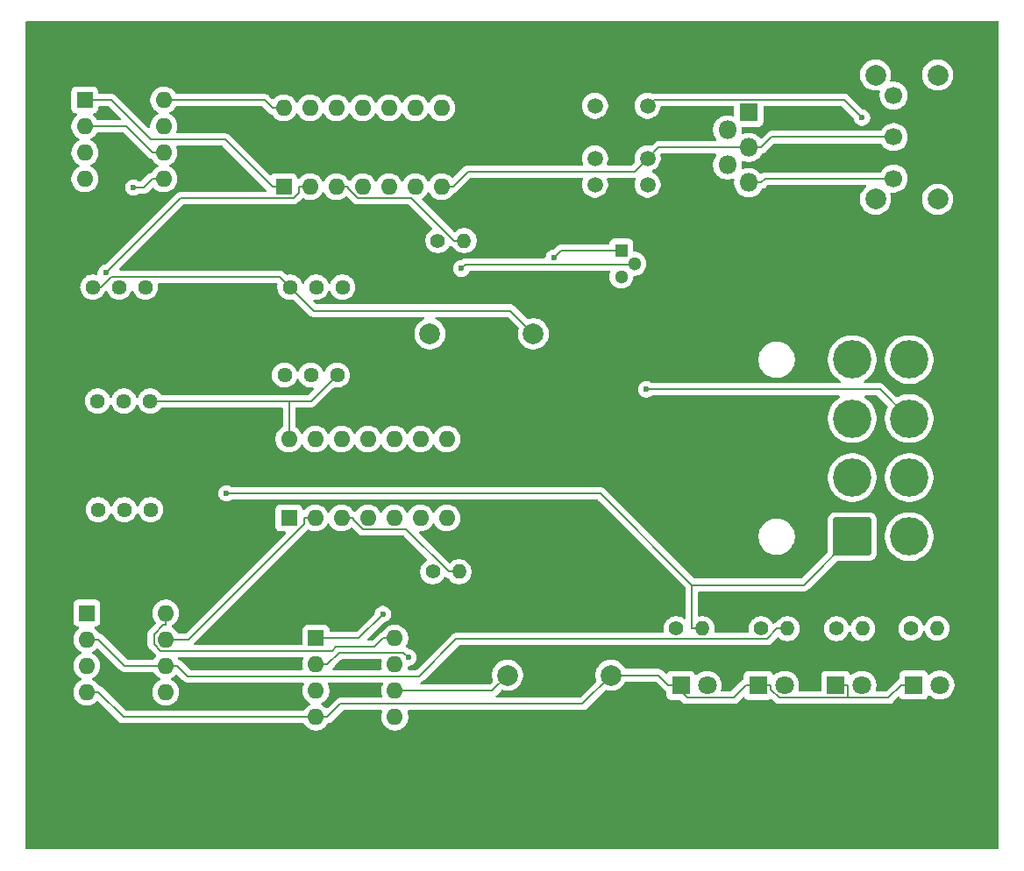
<source format=gbr>
%TF.GenerationSoftware,KiCad,Pcbnew,9.0.4*%
%TF.CreationDate,2025-09-28T20:49:05+05:30*%
%TF.ProjectId,BSPD_v2,42535044-5f76-4322-9e6b-696361645f70,rev?*%
%TF.SameCoordinates,Original*%
%TF.FileFunction,Copper,L1,Top*%
%TF.FilePolarity,Positive*%
%FSLAX46Y46*%
G04 Gerber Fmt 4.6, Leading zero omitted, Abs format (unit mm)*
G04 Created by KiCad (PCBNEW 9.0.4) date 2025-09-28 20:49:05*
%MOMM*%
%LPD*%
G01*
G04 APERTURE LIST*
G04 Aperture macros list*
%AMRoundRect*
0 Rectangle with rounded corners*
0 $1 Rounding radius*
0 $2 $3 $4 $5 $6 $7 $8 $9 X,Y pos of 4 corners*
0 Add a 4 corners polygon primitive as box body*
4,1,4,$2,$3,$4,$5,$6,$7,$8,$9,$2,$3,0*
0 Add four circle primitives for the rounded corners*
1,1,$1+$1,$2,$3*
1,1,$1+$1,$4,$5*
1,1,$1+$1,$6,$7*
1,1,$1+$1,$8,$9*
0 Add four rect primitives between the rounded corners*
20,1,$1+$1,$2,$3,$4,$5,0*
20,1,$1+$1,$4,$5,$6,$7,0*
20,1,$1+$1,$6,$7,$8,$9,0*
20,1,$1+$1,$8,$9,$2,$3,0*%
G04 Aperture macros list end*
%TA.AperFunction,ComponentPad*%
%ADD10R,1.600000X1.600000*%
%TD*%
%TA.AperFunction,ComponentPad*%
%ADD11O,1.600000X1.600000*%
%TD*%
%TA.AperFunction,ComponentPad*%
%ADD12C,1.400000*%
%TD*%
%TA.AperFunction,ComponentPad*%
%ADD13O,1.400000X1.400000*%
%TD*%
%TA.AperFunction,ComponentPad*%
%ADD14C,1.508000*%
%TD*%
%TA.AperFunction,ComponentPad*%
%ADD15R,1.800000X1.800000*%
%TD*%
%TA.AperFunction,ComponentPad*%
%ADD16C,1.800000*%
%TD*%
%TA.AperFunction,ComponentPad*%
%ADD17C,3.700000*%
%TD*%
%TA.AperFunction,ComponentPad*%
%ADD18RoundRect,0.250002X1.599998X-1.599998X1.599998X1.599998X-1.599998X1.599998X-1.599998X-1.599998X0*%
%TD*%
%TA.AperFunction,ComponentPad*%
%ADD19O,1.800000X1.800000*%
%TD*%
%TA.AperFunction,ComponentPad*%
%ADD20C,1.440000*%
%TD*%
%TA.AperFunction,ComponentPad*%
%ADD21C,1.300000*%
%TD*%
%TA.AperFunction,ComponentPad*%
%ADD22R,1.300000X1.300000*%
%TD*%
%TA.AperFunction,ComponentPad*%
%ADD23C,1.700000*%
%TD*%
%TA.AperFunction,ComponentPad*%
%ADD24C,2.000000*%
%TD*%
%TA.AperFunction,ViaPad*%
%ADD25C,0.600000*%
%TD*%
%TA.AperFunction,Conductor*%
%ADD26C,0.200000*%
%TD*%
G04 APERTURE END LIST*
D10*
%TO.P,U3,1,1OUT*%
%TO.N,Net-(U1-1B)*%
X74380000Y-113500000D03*
D11*
%TO.P,U3,2,1IN-*%
%TO.N,BPS_sensor*%
X74380000Y-116040000D03*
%TO.P,U3,3,1IN+*%
%TO.N,Net-(TRIM2-Center)*%
X74380000Y-118580000D03*
%TO.P,U3,4,GND*%
%TO.N,GND*%
X74380000Y-121120000D03*
%TO.P,U3,5,2IN+*%
%TO.N,Net-(TRIM3-Center)*%
X82000000Y-121120000D03*
%TO.P,U3,6,2IN-*%
%TO.N,BPS_sensor*%
X82000000Y-118580000D03*
%TO.P,U3,7,2OUT*%
%TO.N,Net-(U3-2OUT)*%
X82000000Y-116040000D03*
%TO.P,U3,8,VCC*%
%TO.N,+5V*%
X82000000Y-113500000D03*
%TD*%
D10*
%TO.P,U2,1,1OUT*%
%TO.N,Net-(U1-1A)*%
X74190000Y-63920000D03*
D11*
%TO.P,U2,2,1IN-*%
%TO.N,TPS_sensor*%
X74190000Y-66460000D03*
%TO.P,U2,3,1IN+*%
%TO.N,Net-(TRIM1-Center)*%
X74190000Y-69000000D03*
%TO.P,U2,4,GND*%
%TO.N,GND*%
X74190000Y-71540000D03*
%TO.P,U2,5,2IN+*%
%TO.N,Net-(TRIM3-Center)*%
X81810000Y-71540000D03*
%TO.P,U2,6,2IN-*%
%TO.N,TPS_sensor*%
X81810000Y-69000000D03*
%TO.P,U2,7,2OUT*%
%TO.N,Net-(U2-2OUT)*%
X81810000Y-66460000D03*
%TO.P,U2,8,VCC*%
%TO.N,+5V*%
X81810000Y-63920000D03*
%TD*%
D12*
%TO.P,R6,1*%
%TO.N,Net-(D4-A)*%
X153960000Y-114975000D03*
D13*
%TO.P,R6,2*%
%TO.N,E_ON*%
X156500000Y-114975000D03*
%TD*%
D14*
%TO.P,K2,NC*%
%TO.N,OUT*%
X128540000Y-72100000D03*
%TO.P,K2,NO*%
%TO.N,unconnected-(K2-PadNO)*%
X123460000Y-72100000D03*
%TO.P,K2,A1*%
%TO.N,Net-(T1-E)*%
X123460000Y-69560000D03*
%TO.P,K2,A2*%
%TO.N,GND*%
X128540000Y-69560000D03*
%TO.P,K2,COM_1*%
%TO.N,unconnected-(K2-PadCOM_1)*%
X123460000Y-64480000D03*
%TO.P,K2,COM_2*%
%TO.N,E_ON*%
X128540000Y-64480000D03*
%TD*%
D15*
%TO.P,D4,1,K*%
%TO.N,GND*%
X154225000Y-120450000D03*
D16*
%TO.P,D4,2,A*%
%TO.N,Net-(D4-A)*%
X156765000Y-120450000D03*
%TD*%
D17*
%TO.P,P1,8,8*%
%TO.N,Net-(U6-OUT)*%
X153800000Y-89000000D03*
%TO.P,P1,7,7*%
%TO.N,OUT*%
X153800000Y-94700000D03*
%TO.P,P1,6,6*%
%TO.N,E_ON*%
X153800000Y-100400000D03*
%TO.P,P1,5,5*%
%TO.N,unconnected-(P1-Pad5)*%
X153800000Y-106100000D03*
%TO.P,P1,4,4*%
%TO.N,unconnected-(P1-Pad4)*%
X148300000Y-89000000D03*
%TO.P,P1,3,3*%
%TO.N,unconnected-(P1-Pad3)*%
X148300000Y-94700000D03*
%TO.P,P1,2,2*%
%TO.N,BPS_sensor*%
X148300000Y-100400000D03*
D18*
%TO.P,P1,1,1*%
%TO.N,TPS_sensor*%
X148300000Y-106100000D03*
%TD*%
D13*
%TO.P,R3,2*%
%TO.N,Net-(U6-OUT)*%
X149320000Y-115000000D03*
D12*
%TO.P,R3,1*%
%TO.N,Net-(D3-A)*%
X146780000Y-115000000D03*
%TD*%
%TO.P,R4,1*%
%TO.N,Net-(D2-A)*%
X139500000Y-115000000D03*
D13*
%TO.P,R4,2*%
%TO.N,BPS_sensor*%
X142040000Y-115000000D03*
%TD*%
D12*
%TO.P,R5,1*%
%TO.N,Net-(D1-A)*%
X131280000Y-115000000D03*
D13*
%TO.P,R5,2*%
%TO.N,TPS_sensor*%
X133820000Y-115000000D03*
%TD*%
D15*
%TO.P,D3,1,K*%
%TO.N,GND*%
X146705000Y-120475000D03*
D16*
%TO.P,D3,2,A*%
%TO.N,Net-(D3-A)*%
X149245000Y-120475000D03*
%TD*%
D15*
%TO.P,D2,1,K*%
%TO.N,GND*%
X139225000Y-120475000D03*
D16*
%TO.P,D2,2,A*%
%TO.N,Net-(D2-A)*%
X141765000Y-120475000D03*
%TD*%
D12*
%TO.P,R1,1*%
%TO.N,Net-(U4-1IN-)*%
X108280000Y-77500000D03*
D13*
%TO.P,R1,2*%
%TO.N,Net-(U1-1Y)*%
X110820000Y-77500000D03*
%TD*%
D10*
%TO.P,U4,1,1OUT*%
%TO.N,Net-(U4-1OUT)*%
X96500000Y-115920000D03*
D11*
%TO.P,U4,2,1IN-*%
%TO.N,Net-(U4-1IN-)*%
X96500000Y-118460000D03*
%TO.P,U4,3,1IN+*%
%TO.N,Net-(TRIM4-Center)*%
X96500000Y-121000000D03*
%TO.P,U4,4,GND*%
%TO.N,GND*%
X96500000Y-123540000D03*
%TO.P,U4,5,2IN+*%
%TO.N,Net-(TRIM5-Center)*%
X104120000Y-123540000D03*
%TO.P,U4,6,2IN-*%
%TO.N,Net-(U4-2IN-)*%
X104120000Y-121000000D03*
%TO.P,U4,7,2OUT*%
%TO.N,Net-(U4-2OUT)*%
X104120000Y-118460000D03*
%TO.P,U4,8,VCC*%
%TO.N,+5V*%
X104120000Y-115920000D03*
%TD*%
D19*
%TO.P,U6,5,~{ON}/OFF*%
%TO.N,Net-(U6-~{ON}{slash}OFF)*%
X138298300Y-71900000D03*
%TO.P,U6,4,FB*%
%TO.N,unconnected-(U6-FB-Pad4)*%
X136238300Y-70200000D03*
%TO.P,U6,3,GND*%
%TO.N,GND*%
X138298300Y-68500000D03*
%TO.P,U6,2,OUT*%
%TO.N,Net-(U6-OUT)*%
X136238300Y-66800000D03*
D15*
%TO.P,U6,1,VIN*%
%TO.N,+12V*%
X138298300Y-65100000D03*
%TD*%
D20*
%TO.P,TRIM3,3,Right*%
%TO.N,GND*%
X75420000Y-93000000D03*
%TO.P,TRIM3,2,Center*%
%TO.N,Net-(TRIM3-Center)*%
X77960000Y-93000000D03*
%TO.P,TRIM3,1,Left*%
%TO.N,+5V*%
X80500000Y-93000000D03*
%TD*%
%TO.P,TRIM4,3,Right*%
%TO.N,GND*%
X94000000Y-82000000D03*
%TO.P,TRIM4,2,Center*%
%TO.N,Net-(TRIM4-Center)*%
X96540000Y-82000000D03*
%TO.P,TRIM4,1,Left*%
%TO.N,+5V*%
X99080000Y-82000000D03*
%TD*%
%TO.P,TRIM5,3,Right*%
%TO.N,GND*%
X93470000Y-90500000D03*
%TO.P,TRIM5,2,Center*%
%TO.N,Net-(TRIM5-Center)*%
X96010000Y-90500000D03*
%TO.P,TRIM5,1,Left*%
%TO.N,+5V*%
X98550000Y-90500000D03*
%TD*%
D10*
%TO.P,U1,1,1A*%
%TO.N,Net-(U1-1A)*%
X93400000Y-72300000D03*
D11*
%TO.P,U1,8,3Y*%
%TO.N,unconnected-(U1-3Y-Pad8)*%
X108640000Y-64680000D03*
%TO.P,U1,2,1B*%
%TO.N,Net-(U1-1B)*%
X95940000Y-72300000D03*
%TO.P,U1,9,3A*%
%TO.N,unconnected-(U1-3A-Pad9)*%
X106100000Y-64680000D03*
%TO.P,U1,3,1Y*%
%TO.N,Net-(U1-1Y)*%
X98480000Y-72300000D03*
%TO.P,U1,10,3B*%
%TO.N,unconnected-(U1-3B-Pad10)*%
X103560000Y-64680000D03*
%TO.P,U1,4,2A*%
%TO.N,unconnected-(U1-2A-Pad4)*%
X101020000Y-72300000D03*
%TO.P,U1,11,4Y*%
%TO.N,unconnected-(U1-4Y-Pad11)*%
X101020000Y-64680000D03*
%TO.P,U1,5,2B*%
%TO.N,unconnected-(U1-2B-Pad5)*%
X103560000Y-72300000D03*
%TO.P,U1,12,4A*%
%TO.N,unconnected-(U1-4A-Pad12)*%
X98480000Y-64680000D03*
%TO.P,U1,6,2Y*%
%TO.N,unconnected-(U1-2Y-Pad6)*%
X106100000Y-72300000D03*
%TO.P,U1,13,4B*%
%TO.N,unconnected-(U1-4B-Pad13)*%
X95940000Y-64680000D03*
%TO.P,U1,7,GND*%
%TO.N,GND*%
X108640000Y-72300000D03*
%TO.P,U1,14,VCC*%
%TO.N,+5V*%
X93400000Y-64680000D03*
%TD*%
D10*
%TO.P,U5,1,1A*%
%TO.N,Net-(U2-2OUT)*%
X93900000Y-104300000D03*
D11*
%TO.P,U5,8,3Y*%
%TO.N,unconnected-(U5-3Y-Pad8)*%
X109140000Y-96680000D03*
%TO.P,U5,2,1B*%
%TO.N,Net-(U3-2OUT)*%
X96440000Y-104300000D03*
%TO.P,U5,9,3A*%
%TO.N,unconnected-(U5-3A-Pad9)*%
X106600000Y-96680000D03*
%TO.P,U5,3,1Y*%
%TO.N,Net-(U5-1Y)*%
X98980000Y-104300000D03*
%TO.P,U5,10,3B*%
%TO.N,unconnected-(U5-3B-Pad10)*%
X104060000Y-96680000D03*
%TO.P,U5,4,2A*%
%TO.N,Net-(U4-2OUT)*%
X101520000Y-104300000D03*
%TO.P,U5,11,4Y*%
%TO.N,unconnected-(U5-4Y-Pad11)*%
X101520000Y-96680000D03*
%TO.P,U5,5,2B*%
%TO.N,Net-(U4-1OUT)*%
X104060000Y-104300000D03*
%TO.P,U5,12,4A*%
%TO.N,unconnected-(U5-4A-Pad12)*%
X98980000Y-96680000D03*
%TO.P,U5,6,2Y*%
%TO.N,Net-(T1-B)*%
X106600000Y-104300000D03*
%TO.P,U5,13,4B*%
%TO.N,unconnected-(U5-4B-Pad13)*%
X96440000Y-96680000D03*
%TO.P,U5,7,GND*%
%TO.N,GND*%
X109140000Y-104300000D03*
%TO.P,U5,14,VCC*%
%TO.N,+5V*%
X93900000Y-96680000D03*
%TD*%
D13*
%TO.P,R2,2*%
%TO.N,Net-(U5-1Y)*%
X110320000Y-109500000D03*
D12*
%TO.P,R2,1*%
%TO.N,Net-(U4-2IN-)*%
X107780000Y-109500000D03*
%TD*%
D20*
%TO.P,TRIM2,3,Right*%
%TO.N,GND*%
X75470000Y-103500000D03*
%TO.P,TRIM2,2,Center*%
%TO.N,Net-(TRIM2-Center)*%
X78010000Y-103500000D03*
%TO.P,TRIM2,1,Left*%
%TO.N,+5V*%
X80550000Y-103500000D03*
%TD*%
D21*
%TO.P,T1,3,E*%
%TO.N,Net-(T1-E)*%
X126000000Y-81000000D03*
%TO.P,T1,2,B*%
%TO.N,Net-(T1-B)*%
X127270000Y-79740000D03*
D22*
%TO.P,T1,1,C*%
%TO.N,GND*%
X126000000Y-78460000D03*
%TD*%
D23*
%TO.P,S1,3*%
%TO.N,unconnected-(S1-Pad3)*%
X152298300Y-63500000D03*
%TO.P,S1,2*%
%TO.N,GND*%
X152298300Y-67500000D03*
%TO.P,S1,1*%
%TO.N,Net-(U6-~{ON}{slash}OFF)*%
X152298300Y-71500000D03*
D24*
%TO.P,S1,*%
%TO.N,*%
X156548300Y-61500000D03*
X150548300Y-61500000D03*
X156548300Y-73500000D03*
X150548300Y-73500000D03*
%TD*%
D20*
%TO.P,TRIM1,3,Right*%
%TO.N,GND*%
X74960000Y-82000000D03*
%TO.P,TRIM1,2,Center*%
%TO.N,Net-(TRIM1-Center)*%
X77500000Y-82000000D03*
%TO.P,TRIM1,1,Left*%
%TO.N,+5V*%
X80040000Y-82000000D03*
%TD*%
D24*
%TO.P,C2,1*%
%TO.N,Net-(U4-2IN-)*%
X115000000Y-119500000D03*
%TO.P,C2,2*%
%TO.N,GND*%
X125000000Y-119500000D03*
%TD*%
%TO.P,C1,1*%
%TO.N,Net-(U4-1IN-)*%
X107500000Y-86500000D03*
%TO.P,C1,2*%
%TO.N,GND*%
X117500000Y-86500000D03*
%TD*%
D15*
%TO.P,D1,1,K*%
%TO.N,GND*%
X131745000Y-120475000D03*
D16*
%TO.P,D1,2,A*%
%TO.N,Net-(D1-A)*%
X134285000Y-120475000D03*
%TD*%
D25*
%TO.N,E_ON*%
X149234500Y-65611400D03*
%TO.N,Net-(U4-1OUT)*%
X102968000Y-113602000D03*
%TO.N,Net-(U1-1B)*%
X76230100Y-80626000D03*
%TO.N,Net-(TRIM3-Center)*%
X78885000Y-72373200D03*
%TO.N,Net-(T1-B)*%
X110549100Y-80200900D03*
%TO.N,TPS_sensor*%
X87877500Y-101925000D03*
%TO.N,OUT*%
X128403900Y-91872500D03*
%TO.N,Net-(U4-1IN-)*%
X105423000Y-117783000D03*
%TO.N,GND*%
X119476500Y-79191000D03*
%TD*%
D26*
%TO.N,E_ON*%
X129121700Y-63898300D02*
X128540000Y-64480000D01*
X147521400Y-63898300D02*
X129121700Y-63898300D01*
X149234500Y-65611400D02*
X147521400Y-63898300D01*
%TO.N,Net-(U4-1OUT)*%
X100650000Y-115920000D02*
X96500000Y-115920000D01*
X102968000Y-113602000D02*
X100650000Y-115920000D01*
%TO.N,Net-(U3-2OUT)*%
X95338300Y-104917900D02*
X95338300Y-104300000D01*
X84216200Y-116040000D02*
X95338300Y-104917900D01*
X82000000Y-116040000D02*
X84216200Y-116040000D01*
X96440000Y-104300000D02*
X95338300Y-104300000D01*
%TO.N,Net-(U1-1B)*%
X83454400Y-73401700D02*
X76230100Y-80626000D01*
X94339100Y-73401700D02*
X83454400Y-73401700D01*
X94838300Y-72902500D02*
X94339100Y-73401700D01*
X94838300Y-72300000D02*
X94838300Y-72902500D01*
X95940000Y-72300000D02*
X94838300Y-72300000D01*
%TO.N,Net-(U1-1A)*%
X87728300Y-67730000D02*
X92298300Y-72300000D01*
X80564000Y-67730000D02*
X87728300Y-67730000D01*
X76754000Y-63920000D02*
X80564000Y-67730000D01*
X74190000Y-63920000D02*
X76754000Y-63920000D01*
X93400000Y-72300000D02*
X92298300Y-72300000D01*
%TO.N,Net-(TRIM3-Center)*%
X79875100Y-72373200D02*
X80708300Y-71540000D01*
X78885000Y-72373200D02*
X79875100Y-72373200D01*
X81810000Y-71540000D02*
X80708300Y-71540000D01*
%TO.N,+5V*%
X91538300Y-63920000D02*
X92298300Y-64680000D01*
X81810000Y-63920000D02*
X91538300Y-63920000D01*
X93400000Y-64680000D02*
X92298300Y-64680000D01*
X80500000Y-93000000D02*
X90220000Y-93000000D01*
X93900000Y-96680000D02*
X93900000Y-95578300D01*
X90261300Y-93000000D02*
X90220000Y-93000000D01*
X92798300Y-93000000D02*
X90261300Y-93000000D01*
X93900000Y-93000000D02*
X93900000Y-95578300D01*
X96050000Y-93000000D02*
X93900000Y-93000000D01*
X98550000Y-90500000D02*
X96050000Y-93000000D01*
X93900000Y-93000000D02*
X92798300Y-93000000D01*
X81771700Y-114601700D02*
X82000000Y-114601700D01*
X80857900Y-115515500D02*
X81771700Y-114601700D01*
X80857900Y-116500900D02*
X80857900Y-115515500D01*
X81513000Y-117156000D02*
X80857900Y-116500900D01*
X98043700Y-117156000D02*
X81513000Y-117156000D01*
X98422100Y-116777600D02*
X98043700Y-117156000D01*
X102160700Y-116777600D02*
X98422100Y-116777600D01*
X103018300Y-115920000D02*
X102160700Y-116777600D01*
X104120000Y-115920000D02*
X103018300Y-115920000D01*
X82000000Y-113500000D02*
X82000000Y-114601700D01*
%TO.N,Net-(T1-B)*%
X127217300Y-79792700D02*
X127270000Y-79740000D01*
X110957300Y-79792700D02*
X127217300Y-79792700D01*
X110549100Y-80200900D02*
X110957300Y-79792700D01*
%TO.N,Net-(U6-~{ON}{slash}OFF)*%
X139900000Y-71500000D02*
X139500000Y-71900000D01*
X152298300Y-71500000D02*
X139900000Y-71500000D01*
X138298300Y-71900000D02*
X139500000Y-71900000D01*
%TO.N,Net-(U5-1Y)*%
X105220000Y-105401700D02*
X109318300Y-109500000D01*
X101045600Y-105401700D02*
X105220000Y-105401700D01*
X100081700Y-104437800D02*
X101045600Y-105401700D01*
X100081700Y-104300000D02*
X100081700Y-104437800D01*
X98980000Y-104300000D02*
X100081700Y-104300000D01*
X110320000Y-109500000D02*
X109318300Y-109500000D01*
%TO.N,Net-(U1-1Y)*%
X105720000Y-73401700D02*
X109818300Y-77500000D01*
X100545600Y-73401700D02*
X105720000Y-73401700D01*
X99581700Y-72437800D02*
X100545600Y-73401700D01*
X99581700Y-72300000D02*
X99581700Y-72437800D01*
X98480000Y-72300000D02*
X99581700Y-72300000D01*
X110820000Y-77500000D02*
X109818300Y-77500000D01*
%TO.N,BPS_sensor*%
X78021700Y-118580000D02*
X82000000Y-118580000D01*
X75481700Y-116040000D02*
X78021700Y-118580000D01*
X74380000Y-116040000D02*
X75481700Y-116040000D01*
X84107800Y-119586100D02*
X83101700Y-118580000D01*
X106468500Y-119586100D02*
X84107800Y-119586100D01*
X110052900Y-116001700D02*
X106468500Y-119586100D01*
X140036600Y-116001700D02*
X110052900Y-116001700D01*
X141038300Y-115000000D02*
X140036600Y-116001700D01*
X142040000Y-115000000D02*
X141038300Y-115000000D01*
X82000000Y-118580000D02*
X83101700Y-118580000D01*
%TO.N,TPS_sensor*%
X78168300Y-66460000D02*
X74190000Y-66460000D01*
X80708300Y-69000000D02*
X78168300Y-66460000D01*
X81810000Y-69000000D02*
X80708300Y-69000000D01*
X133820000Y-115000000D02*
X132818300Y-115000000D01*
X123970800Y-101925000D02*
X132818300Y-110772500D01*
X87877500Y-101925000D02*
X123970800Y-101925000D01*
X132818300Y-110772500D02*
X132818300Y-115000000D01*
X143627500Y-110772500D02*
X148300000Y-106100000D01*
X132818300Y-110772500D02*
X143627500Y-110772500D01*
%TO.N,OUT*%
X150972500Y-91872500D02*
X128403900Y-91872500D01*
X153800000Y-94700000D02*
X150972500Y-91872500D01*
%TO.N,Net-(U4-2IN-)*%
X113500000Y-121000000D02*
X115000000Y-119500000D01*
X104120000Y-121000000D02*
X113500000Y-121000000D01*
%TO.N,Net-(U4-1IN-)*%
X98723500Y-117338200D02*
X97601700Y-118460000D01*
X104978200Y-117338200D02*
X98723500Y-117338200D01*
X105423000Y-117783000D02*
X104978200Y-117338200D01*
X96500000Y-118460000D02*
X97601700Y-118460000D01*
%TO.N,GND*%
X154225000Y-120450000D02*
X153023300Y-120450000D01*
X146705000Y-120475000D02*
X147906700Y-120475000D01*
X75715500Y-82000000D02*
X74960000Y-82000000D01*
X76737200Y-80978300D02*
X75715500Y-82000000D01*
X92978300Y-80978300D02*
X76737200Y-80978300D01*
X94000000Y-82000000D02*
X92978300Y-80978300D01*
X127270000Y-70830000D02*
X128540000Y-69560000D01*
X111211700Y-70830000D02*
X127270000Y-70830000D01*
X109741700Y-72300000D02*
X111211700Y-70830000D01*
X108640000Y-72300000D02*
X109741700Y-72300000D01*
X140500000Y-67500000D02*
X139500000Y-68500000D01*
X152298300Y-67500000D02*
X140500000Y-67500000D01*
X96274800Y-84274800D02*
X94000000Y-82000000D01*
X115274800Y-84274800D02*
X96274800Y-84274800D01*
X117500000Y-86500000D02*
X115274800Y-84274800D01*
X77901700Y-123540000D02*
X75481700Y-121120000D01*
X96500000Y-123540000D02*
X77901700Y-123540000D01*
X74380000Y-121120000D02*
X75481700Y-121120000D01*
X138899200Y-68500000D02*
X139500000Y-68500000D01*
X138899200Y-68500000D02*
X138298300Y-68500000D01*
X129600000Y-68500000D02*
X128540000Y-69560000D01*
X138298300Y-68500000D02*
X129600000Y-68500000D01*
X151796600Y-121676700D02*
X147906700Y-121676700D01*
X153023300Y-120450000D02*
X151796600Y-121676700D01*
X139225000Y-120475000D02*
X140426700Y-120475000D01*
X147906700Y-121676700D02*
X147906700Y-120475000D01*
X140426700Y-120850600D02*
X140426700Y-120475000D01*
X141252800Y-121676700D02*
X140426700Y-120850600D01*
X147906700Y-121676700D02*
X141252800Y-121676700D01*
X131745000Y-120475000D02*
X131144200Y-120475000D01*
X131144200Y-120475000D02*
X130543300Y-120475000D01*
X136821600Y-121676700D02*
X138023300Y-120475000D01*
X132345900Y-121676700D02*
X136821600Y-121676700D01*
X131144200Y-120475000D02*
X132345900Y-121676700D01*
X139225000Y-120475000D02*
X138023300Y-120475000D01*
X96500000Y-123540000D02*
X97601700Y-123540000D01*
X129568300Y-119500000D02*
X130543300Y-120475000D01*
X125000000Y-119500000D02*
X129568300Y-119500000D01*
X120207500Y-78460000D02*
X119476500Y-79191000D01*
X126000000Y-78460000D02*
X120207500Y-78460000D01*
X98871700Y-122270000D02*
X97601700Y-123540000D01*
X122230000Y-122270000D02*
X98871700Y-122270000D01*
X125000000Y-119500000D02*
X122230000Y-122270000D01*
%TD*%
%TA.AperFunction,NonConductor*%
G36*
X162393039Y-56329685D02*
G01*
X162438794Y-56382489D01*
X162450000Y-56434000D01*
X162450000Y-136186000D01*
X162430315Y-136253039D01*
X162377511Y-136298794D01*
X162326000Y-136310000D01*
X68574000Y-136310000D01*
X68506961Y-136290315D01*
X68461206Y-136237511D01*
X68450000Y-136186000D01*
X68450000Y-112652135D01*
X73079500Y-112652135D01*
X73079500Y-114347870D01*
X73079501Y-114347876D01*
X73085908Y-114407483D01*
X73136202Y-114542328D01*
X73136206Y-114542335D01*
X73222452Y-114657544D01*
X73222455Y-114657547D01*
X73337664Y-114743793D01*
X73337671Y-114743797D01*
X73382618Y-114760561D01*
X73472517Y-114794091D01*
X73509441Y-114798060D01*
X73573989Y-114824796D01*
X73613838Y-114882188D01*
X73616333Y-114952013D01*
X73580681Y-115012102D01*
X73569071Y-115021666D01*
X73532784Y-115048030D01*
X73388028Y-115192786D01*
X73267715Y-115358386D01*
X73174781Y-115540776D01*
X73111522Y-115735465D01*
X73079500Y-115937648D01*
X73079500Y-116142351D01*
X73111522Y-116344534D01*
X73174781Y-116539223D01*
X73208314Y-116605034D01*
X73249092Y-116685065D01*
X73267715Y-116721613D01*
X73388028Y-116887213D01*
X73532786Y-117031971D01*
X73687749Y-117144556D01*
X73698390Y-117152287D01*
X73789840Y-117198883D01*
X73791080Y-117199515D01*
X73841876Y-117247490D01*
X73858671Y-117315311D01*
X73836134Y-117381446D01*
X73791080Y-117420485D01*
X73698386Y-117467715D01*
X73532786Y-117588028D01*
X73388028Y-117732786D01*
X73267715Y-117898386D01*
X73174781Y-118080776D01*
X73111522Y-118275465D01*
X73079500Y-118477648D01*
X73079500Y-118682351D01*
X73111522Y-118884534D01*
X73174781Y-119079223D01*
X73267715Y-119261613D01*
X73388028Y-119427213D01*
X73532786Y-119571971D01*
X73687749Y-119684556D01*
X73698390Y-119692287D01*
X73789840Y-119738883D01*
X73791080Y-119739515D01*
X73841876Y-119787490D01*
X73858671Y-119855311D01*
X73836134Y-119921446D01*
X73791080Y-119960485D01*
X73698386Y-120007715D01*
X73532786Y-120128028D01*
X73388028Y-120272786D01*
X73267715Y-120438386D01*
X73174781Y-120620776D01*
X73111522Y-120815465D01*
X73079500Y-121017648D01*
X73079500Y-121222351D01*
X73111522Y-121424534D01*
X73174781Y-121619223D01*
X73232523Y-121732546D01*
X73261532Y-121789480D01*
X73267715Y-121801613D01*
X73388028Y-121967213D01*
X73532786Y-122111971D01*
X73687749Y-122224556D01*
X73698390Y-122232287D01*
X73786537Y-122277200D01*
X73880776Y-122325218D01*
X73880778Y-122325218D01*
X73880781Y-122325220D01*
X73985137Y-122359127D01*
X74075465Y-122388477D01*
X74176557Y-122404488D01*
X74277648Y-122420500D01*
X74277649Y-122420500D01*
X74482351Y-122420500D01*
X74482352Y-122420500D01*
X74684534Y-122388477D01*
X74879219Y-122325220D01*
X75061610Y-122232287D01*
X75164932Y-122157220D01*
X75227213Y-122111971D01*
X75227215Y-122111968D01*
X75227219Y-122111966D01*
X75338144Y-122001041D01*
X75399467Y-121967556D01*
X75469159Y-121972540D01*
X75513506Y-122001041D01*
X77416839Y-123904374D01*
X77416849Y-123904385D01*
X77421179Y-123908715D01*
X77421180Y-123908716D01*
X77532984Y-124020520D01*
X77619795Y-124070639D01*
X77619797Y-124070641D01*
X77657851Y-124092611D01*
X77669915Y-124099577D01*
X77822643Y-124140501D01*
X77822646Y-124140501D01*
X77988353Y-124140501D01*
X77988369Y-124140500D01*
X95270398Y-124140500D01*
X95337437Y-124160185D01*
X95380883Y-124208205D01*
X95387715Y-124221614D01*
X95508028Y-124387213D01*
X95652786Y-124531971D01*
X95807749Y-124644556D01*
X95818390Y-124652287D01*
X95934607Y-124711503D01*
X96000776Y-124745218D01*
X96000778Y-124745218D01*
X96000781Y-124745220D01*
X96105137Y-124779127D01*
X96195465Y-124808477D01*
X96296557Y-124824488D01*
X96397648Y-124840500D01*
X96397649Y-124840500D01*
X96602351Y-124840500D01*
X96602352Y-124840500D01*
X96804534Y-124808477D01*
X96999219Y-124745220D01*
X97181610Y-124652287D01*
X97274590Y-124584732D01*
X97347213Y-124531971D01*
X97347215Y-124531968D01*
X97347219Y-124531966D01*
X97491966Y-124387219D01*
X97491968Y-124387215D01*
X97491971Y-124387213D01*
X97612284Y-124221614D01*
X97612285Y-124221613D01*
X97612287Y-124221610D01*
X97624258Y-124198114D01*
X97643959Y-124177254D01*
X97661375Y-124154443D01*
X97668925Y-124150819D01*
X97672231Y-124147319D01*
X97692510Y-124137822D01*
X97697497Y-124136015D01*
X97833485Y-124099577D01*
X97883604Y-124070639D01*
X97970416Y-124020520D01*
X98082220Y-123908716D01*
X98082220Y-123908714D01*
X98092428Y-123898507D01*
X98092429Y-123898504D01*
X99084116Y-122906819D01*
X99145439Y-122873334D01*
X99171797Y-122870500D01*
X102799734Y-122870500D01*
X102866773Y-122890185D01*
X102912528Y-122942989D01*
X102922472Y-123012147D01*
X102915919Y-123036029D01*
X102916286Y-123036148D01*
X102914781Y-123040777D01*
X102914780Y-123040781D01*
X102895040Y-123101534D01*
X102851522Y-123235465D01*
X102819500Y-123437648D01*
X102819500Y-123642351D01*
X102851522Y-123844534D01*
X102914781Y-124039223D01*
X102965021Y-124137822D01*
X102985112Y-124177254D01*
X103007715Y-124221613D01*
X103128028Y-124387213D01*
X103272786Y-124531971D01*
X103427749Y-124644556D01*
X103438390Y-124652287D01*
X103554607Y-124711503D01*
X103620776Y-124745218D01*
X103620778Y-124745218D01*
X103620781Y-124745220D01*
X103725137Y-124779127D01*
X103815465Y-124808477D01*
X103916557Y-124824488D01*
X104017648Y-124840500D01*
X104017649Y-124840500D01*
X104222351Y-124840500D01*
X104222352Y-124840500D01*
X104424534Y-124808477D01*
X104619219Y-124745220D01*
X104801610Y-124652287D01*
X104894590Y-124584732D01*
X104967213Y-124531971D01*
X104967215Y-124531968D01*
X104967219Y-124531966D01*
X105111966Y-124387219D01*
X105111968Y-124387215D01*
X105111971Y-124387213D01*
X105164732Y-124314590D01*
X105232287Y-124221610D01*
X105325220Y-124039219D01*
X105388477Y-123844534D01*
X105420500Y-123642352D01*
X105420500Y-123437648D01*
X105388477Y-123235466D01*
X105325220Y-123040781D01*
X105325218Y-123040777D01*
X105323714Y-123036148D01*
X105325035Y-123035718D01*
X105318236Y-122972486D01*
X105349509Y-122910006D01*
X105409597Y-122874352D01*
X105440266Y-122870500D01*
X122143331Y-122870500D01*
X122143347Y-122870501D01*
X122150943Y-122870501D01*
X122309054Y-122870501D01*
X122309057Y-122870501D01*
X122461785Y-122829577D01*
X122511904Y-122800639D01*
X122598716Y-122750520D01*
X122710520Y-122638716D01*
X122710520Y-122638714D01*
X122720728Y-122628507D01*
X122720730Y-122628504D01*
X124396437Y-120952796D01*
X124457758Y-120919313D01*
X124522433Y-120922547D01*
X124648632Y-120963553D01*
X124736110Y-120977408D01*
X124881903Y-121000500D01*
X124881908Y-121000500D01*
X125118097Y-121000500D01*
X125351368Y-120963553D01*
X125384468Y-120952798D01*
X125575992Y-120890568D01*
X125786433Y-120783343D01*
X125977510Y-120644517D01*
X126144517Y-120477510D01*
X126283343Y-120286433D01*
X126343583Y-120168204D01*
X126391558Y-120117409D01*
X126454068Y-120100500D01*
X129268203Y-120100500D01*
X129335242Y-120120185D01*
X129355884Y-120136819D01*
X130058439Y-120839374D01*
X130058449Y-120839385D01*
X130062779Y-120843715D01*
X130062780Y-120843716D01*
X130174584Y-120955520D01*
X130261395Y-121005639D01*
X130261394Y-121005639D01*
X130273462Y-121012606D01*
X130282498Y-121017823D01*
X130330715Y-121068389D01*
X130344500Y-121125211D01*
X130344500Y-121422869D01*
X130344501Y-121422876D01*
X130350908Y-121482483D01*
X130401202Y-121617328D01*
X130401206Y-121617335D01*
X130487452Y-121732544D01*
X130487454Y-121732546D01*
X130602664Y-121818793D01*
X130602671Y-121818797D01*
X130737517Y-121869091D01*
X130737516Y-121869091D01*
X130744444Y-121869835D01*
X130797127Y-121875500D01*
X131644102Y-121875499D01*
X131673548Y-121884145D01*
X131703529Y-121890667D01*
X131708542Y-121894419D01*
X131711141Y-121895183D01*
X131731783Y-121911818D01*
X131861039Y-122041074D01*
X131861049Y-122041085D01*
X131865379Y-122045415D01*
X131865380Y-122045416D01*
X131977184Y-122157220D01*
X131977186Y-122157221D01*
X131977190Y-122157224D01*
X132060321Y-122205219D01*
X132114116Y-122236277D01*
X132225919Y-122266234D01*
X132266842Y-122277200D01*
X132266843Y-122277200D01*
X136734931Y-122277200D01*
X136734947Y-122277201D01*
X136742543Y-122277201D01*
X136900654Y-122277201D01*
X136900657Y-122277201D01*
X137053385Y-122236277D01*
X137107177Y-122205220D01*
X137190316Y-122157220D01*
X137302120Y-122045416D01*
X137302120Y-122045414D01*
X137312324Y-122035211D01*
X137312328Y-122035206D01*
X137715371Y-121632162D01*
X137776692Y-121598679D01*
X137846384Y-121603663D01*
X137902316Y-121645534D01*
X137967452Y-121732544D01*
X137967454Y-121732546D01*
X138082664Y-121818793D01*
X138082671Y-121818797D01*
X138217517Y-121869091D01*
X138217516Y-121869091D01*
X138224444Y-121869835D01*
X138277127Y-121875500D01*
X140172872Y-121875499D01*
X140232483Y-121869091D01*
X140282331Y-121850499D01*
X140367326Y-121818798D01*
X140367326Y-121818797D01*
X140367331Y-121818796D01*
X140383300Y-121806840D01*
X140448759Y-121782423D01*
X140517032Y-121797272D01*
X140545291Y-121818426D01*
X140767939Y-122041074D01*
X140767949Y-122041085D01*
X140772279Y-122045415D01*
X140772280Y-122045416D01*
X140884084Y-122157220D01*
X140967223Y-122205220D01*
X141021015Y-122236277D01*
X141173743Y-122277201D01*
X141173746Y-122277201D01*
X141339453Y-122277201D01*
X141339469Y-122277200D01*
X147827643Y-122277200D01*
X147985757Y-122277200D01*
X151709931Y-122277200D01*
X151709947Y-122277201D01*
X151717543Y-122277201D01*
X151875654Y-122277201D01*
X151875657Y-122277201D01*
X152028385Y-122236277D01*
X152082177Y-122205220D01*
X152165316Y-122157220D01*
X152277120Y-122045416D01*
X152277120Y-122045414D01*
X152287324Y-122035211D01*
X152287327Y-122035206D01*
X152715370Y-121607164D01*
X152776692Y-121573680D01*
X152846384Y-121578664D01*
X152902316Y-121620534D01*
X152967455Y-121707547D01*
X153082664Y-121793793D01*
X153082671Y-121793797D01*
X153217517Y-121844091D01*
X153217516Y-121844091D01*
X153224444Y-121844835D01*
X153277127Y-121850500D01*
X155172872Y-121850499D01*
X155232483Y-121844091D01*
X155367331Y-121793796D01*
X155482546Y-121707546D01*
X155568796Y-121592331D01*
X155568798Y-121592326D01*
X155598601Y-121512420D01*
X155640471Y-121456486D01*
X155705936Y-121432068D01*
X155774209Y-121446919D01*
X155802464Y-121468071D01*
X155852636Y-121518243D01*
X155852641Y-121518247D01*
X155975028Y-121607165D01*
X156030978Y-121647815D01*
X156153852Y-121710423D01*
X156227393Y-121747895D01*
X156227396Y-121747896D01*
X156332221Y-121781955D01*
X156437049Y-121816015D01*
X156654778Y-121850500D01*
X156654779Y-121850500D01*
X156875221Y-121850500D01*
X156875222Y-121850500D01*
X157092951Y-121816015D01*
X157302606Y-121747895D01*
X157499022Y-121647815D01*
X157677365Y-121518242D01*
X157833242Y-121362365D01*
X157962815Y-121184022D01*
X158062895Y-120987606D01*
X158131015Y-120777951D01*
X158165500Y-120560222D01*
X158165500Y-120339778D01*
X158131015Y-120122049D01*
X158084070Y-119977564D01*
X158062896Y-119912396D01*
X158062895Y-119912393D01*
X158028237Y-119844375D01*
X157962815Y-119715978D01*
X157891697Y-119618092D01*
X157833247Y-119537641D01*
X157833243Y-119537636D01*
X157677363Y-119381756D01*
X157677358Y-119381752D01*
X157499025Y-119252187D01*
X157499024Y-119252186D01*
X157499022Y-119252185D01*
X157430855Y-119217452D01*
X157302606Y-119152104D01*
X157302603Y-119152103D01*
X157092952Y-119083985D01*
X156984086Y-119066742D01*
X156875222Y-119049500D01*
X156654778Y-119049500D01*
X156585201Y-119060520D01*
X156437047Y-119083985D01*
X156227396Y-119152103D01*
X156227393Y-119152104D01*
X156030974Y-119252187D01*
X155852641Y-119381752D01*
X155852636Y-119381756D01*
X155802463Y-119431929D01*
X155741140Y-119465413D01*
X155671448Y-119460428D01*
X155615515Y-119418557D01*
X155598601Y-119387580D01*
X155568797Y-119307671D01*
X155568793Y-119307664D01*
X155482547Y-119192455D01*
X155482544Y-119192452D01*
X155367335Y-119106206D01*
X155367328Y-119106202D01*
X155232482Y-119055908D01*
X155232483Y-119055908D01*
X155172883Y-119049501D01*
X155172881Y-119049500D01*
X155172873Y-119049500D01*
X155172864Y-119049500D01*
X153277129Y-119049500D01*
X153277123Y-119049501D01*
X153217516Y-119055908D01*
X153082671Y-119106202D01*
X153082664Y-119106206D01*
X152967455Y-119192452D01*
X152967452Y-119192455D01*
X152881206Y-119307664D01*
X152881202Y-119307671D01*
X152830908Y-119442517D01*
X152824501Y-119502116D01*
X152824500Y-119502135D01*
X152824500Y-119799787D01*
X152804815Y-119866826D01*
X152762500Y-119907174D01*
X152654587Y-119969477D01*
X152654582Y-119969481D01*
X151584184Y-121039881D01*
X151522861Y-121073366D01*
X151496503Y-121076200D01*
X150692903Y-121076200D01*
X150625864Y-121056515D01*
X150580109Y-121003711D01*
X150570165Y-120934553D01*
X150574972Y-120913882D01*
X150582548Y-120890566D01*
X150611015Y-120802951D01*
X150645500Y-120585222D01*
X150645500Y-120364778D01*
X150611015Y-120147049D01*
X150565743Y-120007713D01*
X150542896Y-119937396D01*
X150542895Y-119937393D01*
X150499064Y-119851372D01*
X150442815Y-119740978D01*
X150384501Y-119660715D01*
X150313247Y-119562641D01*
X150313243Y-119562636D01*
X150157363Y-119406756D01*
X150157358Y-119406752D01*
X149979025Y-119277187D01*
X149979024Y-119277186D01*
X149979022Y-119277185D01*
X149861791Y-119217452D01*
X149782606Y-119177104D01*
X149782603Y-119177103D01*
X149572952Y-119108985D01*
X149464086Y-119091742D01*
X149355222Y-119074500D01*
X149134778Y-119074500D01*
X149074892Y-119083985D01*
X148917047Y-119108985D01*
X148707396Y-119177103D01*
X148707393Y-119177104D01*
X148510974Y-119277187D01*
X148332641Y-119406752D01*
X148332636Y-119406756D01*
X148282463Y-119456929D01*
X148221140Y-119490413D01*
X148151448Y-119485428D01*
X148095515Y-119443557D01*
X148078601Y-119412580D01*
X148048797Y-119332671D01*
X148048793Y-119332664D01*
X147962547Y-119217455D01*
X147962544Y-119217452D01*
X147847335Y-119131206D01*
X147847328Y-119131202D01*
X147712482Y-119080908D01*
X147712483Y-119080908D01*
X147652883Y-119074501D01*
X147652881Y-119074500D01*
X147652873Y-119074500D01*
X147652864Y-119074500D01*
X145757129Y-119074500D01*
X145757123Y-119074501D01*
X145697516Y-119080908D01*
X145562671Y-119131202D01*
X145562664Y-119131206D01*
X145447455Y-119217452D01*
X145447452Y-119217455D01*
X145361206Y-119332664D01*
X145361202Y-119332671D01*
X145310908Y-119467517D01*
X145307187Y-119502135D01*
X145304500Y-119527127D01*
X145304500Y-120298225D01*
X145304501Y-120952200D01*
X145284816Y-121019239D01*
X145232013Y-121064994D01*
X145180501Y-121076200D01*
X143212903Y-121076200D01*
X143145864Y-121056515D01*
X143100109Y-121003711D01*
X143090165Y-120934553D01*
X143094972Y-120913882D01*
X143102548Y-120890566D01*
X143131015Y-120802951D01*
X143165500Y-120585222D01*
X143165500Y-120364778D01*
X143131015Y-120147049D01*
X143085743Y-120007713D01*
X143062896Y-119937396D01*
X143062895Y-119937393D01*
X143019064Y-119851372D01*
X142962815Y-119740978D01*
X142904501Y-119660715D01*
X142833247Y-119562641D01*
X142833243Y-119562636D01*
X142677363Y-119406756D01*
X142677358Y-119406752D01*
X142499025Y-119277187D01*
X142499024Y-119277186D01*
X142499022Y-119277185D01*
X142381791Y-119217452D01*
X142302606Y-119177104D01*
X142302603Y-119177103D01*
X142092952Y-119108985D01*
X141984086Y-119091742D01*
X141875222Y-119074500D01*
X141654778Y-119074500D01*
X141594892Y-119083985D01*
X141437047Y-119108985D01*
X141227396Y-119177103D01*
X141227393Y-119177104D01*
X141030974Y-119277187D01*
X140852641Y-119406752D01*
X140852636Y-119406756D01*
X140802463Y-119456929D01*
X140741140Y-119490413D01*
X140671448Y-119485428D01*
X140615515Y-119443557D01*
X140598601Y-119412580D01*
X140568797Y-119332671D01*
X140568793Y-119332664D01*
X140482547Y-119217455D01*
X140482544Y-119217452D01*
X140367335Y-119131206D01*
X140367328Y-119131202D01*
X140232482Y-119080908D01*
X140232483Y-119080908D01*
X140172883Y-119074501D01*
X140172881Y-119074500D01*
X140172873Y-119074500D01*
X140172864Y-119074500D01*
X138277129Y-119074500D01*
X138277123Y-119074501D01*
X138217516Y-119080908D01*
X138082671Y-119131202D01*
X138082664Y-119131206D01*
X137967455Y-119217452D01*
X137967452Y-119217455D01*
X137881206Y-119332664D01*
X137881202Y-119332671D01*
X137830908Y-119467517D01*
X137824501Y-119527116D01*
X137824500Y-119527135D01*
X137824500Y-119824787D01*
X137804815Y-119891826D01*
X137762500Y-119932174D01*
X137654587Y-119994477D01*
X137654582Y-119994481D01*
X137582446Y-120066618D01*
X137542780Y-120106284D01*
X137542778Y-120106286D01*
X137063843Y-120585222D01*
X136609184Y-121039881D01*
X136547861Y-121073366D01*
X136521503Y-121076200D01*
X135732903Y-121076200D01*
X135665864Y-121056515D01*
X135620109Y-121003711D01*
X135610165Y-120934553D01*
X135614972Y-120913882D01*
X135622548Y-120890566D01*
X135651015Y-120802951D01*
X135685500Y-120585222D01*
X135685500Y-120364778D01*
X135651015Y-120147049D01*
X135605743Y-120007713D01*
X135582896Y-119937396D01*
X135582895Y-119937393D01*
X135539064Y-119851372D01*
X135482815Y-119740978D01*
X135424501Y-119660715D01*
X135353247Y-119562641D01*
X135353243Y-119562636D01*
X135197363Y-119406756D01*
X135197358Y-119406752D01*
X135019025Y-119277187D01*
X135019024Y-119277186D01*
X135019022Y-119277185D01*
X134901791Y-119217452D01*
X134822606Y-119177104D01*
X134822603Y-119177103D01*
X134612952Y-119108985D01*
X134504086Y-119091742D01*
X134395222Y-119074500D01*
X134174778Y-119074500D01*
X134114892Y-119083985D01*
X133957047Y-119108985D01*
X133747396Y-119177103D01*
X133747393Y-119177104D01*
X133550974Y-119277187D01*
X133372641Y-119406752D01*
X133372636Y-119406756D01*
X133322463Y-119456929D01*
X133261140Y-119490413D01*
X133191448Y-119485428D01*
X133135515Y-119443557D01*
X133118601Y-119412580D01*
X133088797Y-119332671D01*
X133088793Y-119332664D01*
X133002547Y-119217455D01*
X133002544Y-119217452D01*
X132887335Y-119131206D01*
X132887328Y-119131202D01*
X132752482Y-119080908D01*
X132752483Y-119080908D01*
X132692883Y-119074501D01*
X132692881Y-119074500D01*
X132692873Y-119074500D01*
X132692864Y-119074500D01*
X130797129Y-119074500D01*
X130797123Y-119074501D01*
X130737516Y-119080908D01*
X130602671Y-119131202D01*
X130602664Y-119131206D01*
X130487455Y-119217452D01*
X130422316Y-119304465D01*
X130366381Y-119346336D01*
X130296690Y-119351319D01*
X130235369Y-119317834D01*
X130055890Y-119138355D01*
X130055888Y-119138352D01*
X129937017Y-119019481D01*
X129937016Y-119019480D01*
X129832640Y-118959219D01*
X129832639Y-118959218D01*
X129800083Y-118940422D01*
X129733913Y-118922692D01*
X129647357Y-118899499D01*
X129489243Y-118899499D01*
X129481647Y-118899499D01*
X129481631Y-118899500D01*
X126454068Y-118899500D01*
X126387029Y-118879815D01*
X126343583Y-118831795D01*
X126283343Y-118713567D01*
X126144517Y-118522490D01*
X125977510Y-118355483D01*
X125786433Y-118216657D01*
X125775888Y-118211284D01*
X125575996Y-118109433D01*
X125351368Y-118036446D01*
X125118097Y-117999500D01*
X125118092Y-117999500D01*
X124881908Y-117999500D01*
X124881903Y-117999500D01*
X124648631Y-118036446D01*
X124424003Y-118109433D01*
X124213566Y-118216657D01*
X124108094Y-118293288D01*
X124022490Y-118355483D01*
X124022488Y-118355485D01*
X124022487Y-118355485D01*
X123855485Y-118522487D01*
X123855485Y-118522488D01*
X123855483Y-118522490D01*
X123811157Y-118583500D01*
X123716657Y-118713566D01*
X123609433Y-118924003D01*
X123536446Y-119148631D01*
X123499500Y-119381902D01*
X123499500Y-119618097D01*
X123536447Y-119851369D01*
X123536447Y-119851372D01*
X123577450Y-119977564D01*
X123579445Y-120047405D01*
X123547200Y-120103563D01*
X122017584Y-121633181D01*
X121956261Y-121666666D01*
X121929903Y-121669500D01*
X113979098Y-121669500D01*
X113957852Y-121663261D01*
X113935766Y-121661682D01*
X113924982Y-121653609D01*
X113912059Y-121649815D01*
X113897560Y-121633082D01*
X113879832Y-121619812D01*
X113875123Y-121607189D01*
X113866304Y-121597011D01*
X113863152Y-121575095D01*
X113855414Y-121554348D01*
X113858277Y-121541185D01*
X113856360Y-121527853D01*
X113865558Y-121507710D01*
X113870265Y-121486075D01*
X113883534Y-121468348D01*
X113885385Y-121464297D01*
X113891401Y-121457834D01*
X113980520Y-121368716D01*
X113980521Y-121368713D01*
X114396437Y-120952796D01*
X114457758Y-120919313D01*
X114522433Y-120922547D01*
X114648632Y-120963553D01*
X114736110Y-120977408D01*
X114881903Y-121000500D01*
X114881908Y-121000500D01*
X115118097Y-121000500D01*
X115351368Y-120963553D01*
X115384468Y-120952798D01*
X115575992Y-120890568D01*
X115786433Y-120783343D01*
X115977510Y-120644517D01*
X116144517Y-120477510D01*
X116283343Y-120286433D01*
X116390568Y-120075992D01*
X116463553Y-119851368D01*
X116474030Y-119785220D01*
X116500500Y-119618097D01*
X116500500Y-119381902D01*
X116463553Y-119148631D01*
X116421589Y-119019480D01*
X116390568Y-118924008D01*
X116390566Y-118924005D01*
X116390566Y-118924003D01*
X116334002Y-118812991D01*
X116283343Y-118713567D01*
X116144517Y-118522490D01*
X115977510Y-118355483D01*
X115786433Y-118216657D01*
X115775888Y-118211284D01*
X115575996Y-118109433D01*
X115351368Y-118036446D01*
X115118097Y-117999500D01*
X115118092Y-117999500D01*
X114881908Y-117999500D01*
X114881903Y-117999500D01*
X114648631Y-118036446D01*
X114424003Y-118109433D01*
X114213566Y-118216657D01*
X114108094Y-118293288D01*
X114022490Y-118355483D01*
X114022488Y-118355485D01*
X114022487Y-118355485D01*
X113855485Y-118522487D01*
X113855485Y-118522488D01*
X113855483Y-118522490D01*
X113811157Y-118583500D01*
X113716657Y-118713566D01*
X113609433Y-118924003D01*
X113536446Y-119148631D01*
X113499500Y-119381902D01*
X113499500Y-119618097D01*
X113536447Y-119851369D01*
X113536447Y-119851372D01*
X113577450Y-119977564D01*
X113579445Y-120047405D01*
X113547200Y-120103563D01*
X113287582Y-120363182D01*
X113226262Y-120396666D01*
X113199903Y-120399500D01*
X106694878Y-120399500D01*
X106627839Y-120379815D01*
X106582084Y-120327011D01*
X106572140Y-120257853D01*
X106601165Y-120194297D01*
X106643445Y-120162670D01*
X106652824Y-120158394D01*
X106700285Y-120145677D01*
X106768515Y-120106284D01*
X106837216Y-120066620D01*
X106949020Y-119954816D01*
X106949020Y-119954814D01*
X106959224Y-119944611D01*
X106959227Y-119944606D01*
X110265316Y-116638519D01*
X110326639Y-116605034D01*
X110352997Y-116602200D01*
X139949931Y-116602200D01*
X139949947Y-116602201D01*
X139957543Y-116602201D01*
X140115654Y-116602201D01*
X140115657Y-116602201D01*
X140268385Y-116561277D01*
X140318504Y-116532339D01*
X140405316Y-116482220D01*
X140517120Y-116370416D01*
X140517120Y-116370414D01*
X140527328Y-116360207D01*
X140527330Y-116360204D01*
X141027206Y-115860327D01*
X141088527Y-115826844D01*
X141158219Y-115831828D01*
X141202566Y-115860329D01*
X141257927Y-115915690D01*
X141410801Y-116026760D01*
X141490347Y-116067290D01*
X141579163Y-116112545D01*
X141579165Y-116112545D01*
X141579168Y-116112547D01*
X141666063Y-116140781D01*
X141758881Y-116170940D01*
X141945514Y-116200500D01*
X141945519Y-116200500D01*
X142134486Y-116200500D01*
X142321118Y-116170940D01*
X142362743Y-116157415D01*
X142500832Y-116112547D01*
X142669199Y-116026760D01*
X142822073Y-115915690D01*
X142955690Y-115782073D01*
X143066760Y-115629199D01*
X143152547Y-115460832D01*
X143210940Y-115281118D01*
X143217707Y-115238392D01*
X143240500Y-115094486D01*
X143240500Y-114905513D01*
X145579500Y-114905513D01*
X145579500Y-115094486D01*
X145609059Y-115281118D01*
X145667454Y-115460836D01*
X145740502Y-115604199D01*
X145753240Y-115629199D01*
X145864310Y-115782073D01*
X145997927Y-115915690D01*
X146150801Y-116026760D01*
X146230347Y-116067290D01*
X146319163Y-116112545D01*
X146319165Y-116112545D01*
X146319168Y-116112547D01*
X146406063Y-116140781D01*
X146498881Y-116170940D01*
X146685514Y-116200500D01*
X146685519Y-116200500D01*
X146874486Y-116200500D01*
X147061118Y-116170940D01*
X147102743Y-116157415D01*
X147240832Y-116112547D01*
X147409199Y-116026760D01*
X147562073Y-115915690D01*
X147695690Y-115782073D01*
X147806760Y-115629199D01*
X147892547Y-115460832D01*
X147932069Y-115339195D01*
X147971507Y-115281521D01*
X148035866Y-115254323D01*
X148104712Y-115266238D01*
X148156188Y-115313482D01*
X148167931Y-115339196D01*
X148207454Y-115460836D01*
X148280502Y-115604199D01*
X148293240Y-115629199D01*
X148404310Y-115782073D01*
X148537927Y-115915690D01*
X148690801Y-116026760D01*
X148770347Y-116067290D01*
X148859163Y-116112545D01*
X148859165Y-116112545D01*
X148859168Y-116112547D01*
X148946063Y-116140781D01*
X149038881Y-116170940D01*
X149225514Y-116200500D01*
X149225519Y-116200500D01*
X149414486Y-116200500D01*
X149601118Y-116170940D01*
X149642743Y-116157415D01*
X149780832Y-116112547D01*
X149949199Y-116026760D01*
X150102073Y-115915690D01*
X150235690Y-115782073D01*
X150346760Y-115629199D01*
X150432547Y-115460832D01*
X150490940Y-115281118D01*
X150497707Y-115238392D01*
X150520500Y-115094486D01*
X150520500Y-114905512D01*
X150518842Y-114895044D01*
X150516540Y-114880513D01*
X152759500Y-114880513D01*
X152759500Y-115069486D01*
X152789059Y-115256118D01*
X152847454Y-115435836D01*
X152910455Y-115559481D01*
X152933240Y-115604199D01*
X153044310Y-115757073D01*
X153177927Y-115890690D01*
X153330801Y-116001760D01*
X153410347Y-116042290D01*
X153499163Y-116087545D01*
X153499165Y-116087545D01*
X153499168Y-116087547D01*
X153576110Y-116112547D01*
X153678881Y-116145940D01*
X153865514Y-116175500D01*
X153865519Y-116175500D01*
X154054486Y-116175500D01*
X154241118Y-116145940D01*
X154252164Y-116142351D01*
X154420832Y-116087547D01*
X154589199Y-116001760D01*
X154742073Y-115890690D01*
X154875690Y-115757073D01*
X154986760Y-115604199D01*
X155072547Y-115435832D01*
X155112069Y-115314195D01*
X155151507Y-115256521D01*
X155215866Y-115229323D01*
X155284712Y-115241238D01*
X155336188Y-115288482D01*
X155347930Y-115314194D01*
X155349654Y-115319499D01*
X155387454Y-115435836D01*
X155450455Y-115559481D01*
X155473240Y-115604199D01*
X155584310Y-115757073D01*
X155717927Y-115890690D01*
X155870801Y-116001760D01*
X155950347Y-116042290D01*
X156039163Y-116087545D01*
X156039165Y-116087545D01*
X156039168Y-116087547D01*
X156116110Y-116112547D01*
X156218881Y-116145940D01*
X156405514Y-116175500D01*
X156405519Y-116175500D01*
X156594486Y-116175500D01*
X156781118Y-116145940D01*
X156792164Y-116142351D01*
X156960832Y-116087547D01*
X157129199Y-116001760D01*
X157282073Y-115890690D01*
X157415690Y-115757073D01*
X157526760Y-115604199D01*
X157612547Y-115435832D01*
X157670940Y-115256118D01*
X157673297Y-115241238D01*
X157700500Y-115069486D01*
X157700500Y-114880513D01*
X157670940Y-114693881D01*
X157612545Y-114514163D01*
X157557084Y-114405316D01*
X157526760Y-114345801D01*
X157415690Y-114192927D01*
X157282073Y-114059310D01*
X157129199Y-113948240D01*
X156960836Y-113862454D01*
X156781118Y-113804059D01*
X156594486Y-113774500D01*
X156594481Y-113774500D01*
X156405519Y-113774500D01*
X156405514Y-113774500D01*
X156218881Y-113804059D01*
X156039163Y-113862454D01*
X155870800Y-113948240D01*
X155825456Y-113981185D01*
X155717927Y-114059310D01*
X155717925Y-114059312D01*
X155717924Y-114059312D01*
X155584312Y-114192924D01*
X155584312Y-114192925D01*
X155584310Y-114192927D01*
X155544037Y-114248358D01*
X155473240Y-114345800D01*
X155387454Y-114514163D01*
X155347931Y-114635803D01*
X155308493Y-114693478D01*
X155244134Y-114720676D01*
X155175288Y-114708761D01*
X155123812Y-114661516D01*
X155112069Y-114635803D01*
X155072545Y-114514163D01*
X155017084Y-114405316D01*
X154986760Y-114345801D01*
X154875690Y-114192927D01*
X154742073Y-114059310D01*
X154589199Y-113948240D01*
X154420836Y-113862454D01*
X154241118Y-113804059D01*
X154054486Y-113774500D01*
X154054481Y-113774500D01*
X153865519Y-113774500D01*
X153865514Y-113774500D01*
X153678881Y-113804059D01*
X153499163Y-113862454D01*
X153330800Y-113948240D01*
X153285456Y-113981185D01*
X153177927Y-114059310D01*
X153177925Y-114059312D01*
X153177924Y-114059312D01*
X153044312Y-114192924D01*
X153044312Y-114192925D01*
X153044310Y-114192927D01*
X153004037Y-114248358D01*
X152933240Y-114345800D01*
X152847454Y-114514163D01*
X152789059Y-114693881D01*
X152759500Y-114880513D01*
X150516540Y-114880513D01*
X150490940Y-114718881D01*
X150433576Y-114542335D01*
X150432547Y-114539168D01*
X150432545Y-114539165D01*
X150432545Y-114539163D01*
X150364346Y-114405316D01*
X150346760Y-114370801D01*
X150235690Y-114217927D01*
X150102073Y-114084310D01*
X149949199Y-113973240D01*
X149900134Y-113948240D01*
X149780836Y-113887454D01*
X149601118Y-113829059D01*
X149414486Y-113799500D01*
X149414481Y-113799500D01*
X149225519Y-113799500D01*
X149225514Y-113799500D01*
X149038881Y-113829059D01*
X148859163Y-113887454D01*
X148690800Y-113973240D01*
X148603579Y-114036610D01*
X148537927Y-114084310D01*
X148537925Y-114084312D01*
X148537924Y-114084312D01*
X148404312Y-114217924D01*
X148404312Y-114217925D01*
X148404310Y-114217927D01*
X148356610Y-114283579D01*
X148293240Y-114370800D01*
X148207454Y-114539163D01*
X148167931Y-114660803D01*
X148128493Y-114718478D01*
X148064134Y-114745676D01*
X147995288Y-114733761D01*
X147943812Y-114686516D01*
X147932069Y-114660803D01*
X147893576Y-114542335D01*
X147892547Y-114539168D01*
X147892545Y-114539165D01*
X147892545Y-114539163D01*
X147824346Y-114405316D01*
X147806760Y-114370801D01*
X147695690Y-114217927D01*
X147562073Y-114084310D01*
X147409199Y-113973240D01*
X147360134Y-113948240D01*
X147240836Y-113887454D01*
X147061118Y-113829059D01*
X146874486Y-113799500D01*
X146874481Y-113799500D01*
X146685519Y-113799500D01*
X146685514Y-113799500D01*
X146498881Y-113829059D01*
X146319163Y-113887454D01*
X146150800Y-113973240D01*
X146063579Y-114036610D01*
X145997927Y-114084310D01*
X145997925Y-114084312D01*
X145997924Y-114084312D01*
X145864312Y-114217924D01*
X145864312Y-114217925D01*
X145864310Y-114217927D01*
X145816610Y-114283579D01*
X145753240Y-114370800D01*
X145667454Y-114539163D01*
X145609059Y-114718881D01*
X145579500Y-114905513D01*
X143240500Y-114905513D01*
X143210940Y-114718881D01*
X143153576Y-114542335D01*
X143152547Y-114539168D01*
X143152545Y-114539165D01*
X143152545Y-114539163D01*
X143084346Y-114405316D01*
X143066760Y-114370801D01*
X142955690Y-114217927D01*
X142822073Y-114084310D01*
X142669199Y-113973240D01*
X142620134Y-113948240D01*
X142500836Y-113887454D01*
X142321118Y-113829059D01*
X142134486Y-113799500D01*
X142134481Y-113799500D01*
X141945519Y-113799500D01*
X141945514Y-113799500D01*
X141758881Y-113829059D01*
X141579163Y-113887454D01*
X141410800Y-113973240D01*
X141323579Y-114036610D01*
X141257927Y-114084310D01*
X141257925Y-114084312D01*
X141257924Y-114084312D01*
X141124311Y-114217925D01*
X141026212Y-114352946D01*
X140970881Y-114395611D01*
X140957989Y-114399834D01*
X140806520Y-114440421D01*
X140806511Y-114440425D01*
X140730921Y-114484066D01*
X140663021Y-114500537D01*
X140596994Y-114477684D01*
X140558438Y-114432973D01*
X140544346Y-114405316D01*
X140526760Y-114370801D01*
X140415690Y-114217927D01*
X140282073Y-114084310D01*
X140129199Y-113973240D01*
X140080134Y-113948240D01*
X139960836Y-113887454D01*
X139781118Y-113829059D01*
X139594486Y-113799500D01*
X139594481Y-113799500D01*
X139405519Y-113799500D01*
X139405514Y-113799500D01*
X139218881Y-113829059D01*
X139039163Y-113887454D01*
X138870800Y-113973240D01*
X138783579Y-114036610D01*
X138717927Y-114084310D01*
X138717925Y-114084312D01*
X138717924Y-114084312D01*
X138584312Y-114217924D01*
X138584312Y-114217925D01*
X138584310Y-114217927D01*
X138536610Y-114283579D01*
X138473240Y-114370800D01*
X138387454Y-114539163D01*
X138329059Y-114718881D01*
X138299500Y-114905513D01*
X138299500Y-115094486D01*
X138325367Y-115257802D01*
X138316413Y-115327095D01*
X138271416Y-115380547D01*
X138204665Y-115401187D01*
X138202894Y-115401200D01*
X135117106Y-115401200D01*
X135050067Y-115381515D01*
X135004312Y-115328711D01*
X134994368Y-115259553D01*
X134994633Y-115257802D01*
X135020500Y-115094486D01*
X135020500Y-114905513D01*
X134990940Y-114718881D01*
X134933576Y-114542335D01*
X134932547Y-114539168D01*
X134932545Y-114539165D01*
X134932545Y-114539163D01*
X134864346Y-114405316D01*
X134846760Y-114370801D01*
X134735690Y-114217927D01*
X134602073Y-114084310D01*
X134449199Y-113973240D01*
X134400134Y-113948240D01*
X134280836Y-113887454D01*
X134101118Y-113829059D01*
X133914486Y-113799500D01*
X133914481Y-113799500D01*
X133725519Y-113799500D01*
X133725512Y-113799500D01*
X133562197Y-113825366D01*
X133492904Y-113816411D01*
X133439452Y-113771415D01*
X133418813Y-113704663D01*
X133418800Y-113702893D01*
X133418800Y-111497000D01*
X133438485Y-111429961D01*
X133491289Y-111384206D01*
X133542800Y-111373000D01*
X143540831Y-111373000D01*
X143540847Y-111373001D01*
X143548443Y-111373001D01*
X143706554Y-111373001D01*
X143706557Y-111373001D01*
X143859285Y-111332077D01*
X143909404Y-111303139D01*
X143996216Y-111253020D01*
X144108020Y-111141216D01*
X144108020Y-111141214D01*
X144118228Y-111131007D01*
X144118230Y-111131004D01*
X146762416Y-108486818D01*
X146823739Y-108453333D01*
X146850097Y-108450499D01*
X149950000Y-108450499D01*
X149950006Y-108450499D01*
X150052796Y-108439999D01*
X150219333Y-108384814D01*
X150368655Y-108292711D01*
X150492711Y-108168655D01*
X150584814Y-108019333D01*
X150639999Y-107852796D01*
X150650500Y-107750007D01*
X150650499Y-105945946D01*
X151449500Y-105945946D01*
X151449500Y-106254053D01*
X151449501Y-106254069D01*
X151489717Y-106559542D01*
X151569464Y-106857162D01*
X151687376Y-107141826D01*
X151687381Y-107141837D01*
X151753681Y-107256670D01*
X151841438Y-107408670D01*
X151841440Y-107408673D01*
X151841441Y-107408674D01*
X152029007Y-107653115D01*
X152029013Y-107653122D01*
X152246877Y-107870986D01*
X152246883Y-107870991D01*
X152491330Y-108058562D01*
X152662830Y-108157578D01*
X152758162Y-108212618D01*
X152758167Y-108212620D01*
X152758170Y-108212622D01*
X153042836Y-108330535D01*
X153340456Y-108410282D01*
X153645940Y-108450500D01*
X153645947Y-108450500D01*
X153954053Y-108450500D01*
X153954060Y-108450500D01*
X154259544Y-108410282D01*
X154557164Y-108330535D01*
X154841830Y-108212622D01*
X155108670Y-108058562D01*
X155353117Y-107870991D01*
X155570991Y-107653117D01*
X155758562Y-107408670D01*
X155912622Y-107141830D01*
X156030535Y-106857164D01*
X156110282Y-106559544D01*
X156150500Y-106254060D01*
X156150500Y-105945940D01*
X156110282Y-105640456D01*
X156030535Y-105342836D01*
X155912622Y-105058170D01*
X155912620Y-105058167D01*
X155912618Y-105058162D01*
X155814905Y-104888919D01*
X155758562Y-104791330D01*
X155570991Y-104546883D01*
X155570986Y-104546877D01*
X155353122Y-104329013D01*
X155353115Y-104329007D01*
X155108674Y-104141441D01*
X155108673Y-104141440D01*
X155108670Y-104141438D01*
X155002280Y-104080014D01*
X154841837Y-103987381D01*
X154841826Y-103987376D01*
X154557162Y-103869464D01*
X154259542Y-103789717D01*
X153954069Y-103749501D01*
X153954066Y-103749500D01*
X153954060Y-103749500D01*
X153645940Y-103749500D01*
X153645934Y-103749500D01*
X153645930Y-103749501D01*
X153340457Y-103789717D01*
X153042837Y-103869464D01*
X152758173Y-103987376D01*
X152758162Y-103987381D01*
X152491325Y-104141441D01*
X152246884Y-104329007D01*
X152246877Y-104329013D01*
X152029013Y-104546877D01*
X152029007Y-104546884D01*
X151841441Y-104791325D01*
X151687381Y-105058162D01*
X151687376Y-105058173D01*
X151569464Y-105342837D01*
X151489717Y-105640457D01*
X151449501Y-105945930D01*
X151449500Y-105945946D01*
X150650499Y-105945946D01*
X150650499Y-104449994D01*
X150639999Y-104347204D01*
X150584814Y-104180667D01*
X150492711Y-104031345D01*
X150368655Y-103907289D01*
X150269684Y-103846243D01*
X150219335Y-103815187D01*
X150219330Y-103815185D01*
X150217861Y-103814698D01*
X150052796Y-103760001D01*
X150052794Y-103760000D01*
X149950008Y-103749500D01*
X146650000Y-103749500D01*
X146649983Y-103749501D01*
X146547204Y-103760000D01*
X146547201Y-103760001D01*
X146380669Y-103815185D01*
X146380664Y-103815187D01*
X146231343Y-103907290D01*
X146107290Y-104031343D01*
X146015187Y-104180664D01*
X146015186Y-104180667D01*
X145960001Y-104347204D01*
X145960001Y-104347205D01*
X145960000Y-104347205D01*
X145949500Y-104449985D01*
X145949500Y-107549902D01*
X145929815Y-107616941D01*
X145913181Y-107637583D01*
X143415084Y-110135681D01*
X143353761Y-110169166D01*
X143327403Y-110172000D01*
X133118397Y-110172000D01*
X133051358Y-110152315D01*
X133030716Y-110135681D01*
X128880293Y-105985258D01*
X139249500Y-105985258D01*
X139249500Y-106214741D01*
X139274446Y-106404215D01*
X139279452Y-106442238D01*
X139279453Y-106442240D01*
X139338842Y-106663887D01*
X139426650Y-106875876D01*
X139426657Y-106875890D01*
X139541392Y-107074617D01*
X139681081Y-107256661D01*
X139681089Y-107256670D01*
X139843330Y-107418911D01*
X139843338Y-107418918D01*
X140025382Y-107558607D01*
X140025385Y-107558608D01*
X140025388Y-107558611D01*
X140224112Y-107673344D01*
X140224117Y-107673346D01*
X140224123Y-107673349D01*
X140315480Y-107711190D01*
X140436113Y-107761158D01*
X140657762Y-107820548D01*
X140885266Y-107850500D01*
X140885273Y-107850500D01*
X141114727Y-107850500D01*
X141114734Y-107850500D01*
X141342238Y-107820548D01*
X141563887Y-107761158D01*
X141775888Y-107673344D01*
X141974612Y-107558611D01*
X142156661Y-107418919D01*
X142156665Y-107418914D01*
X142156670Y-107418911D01*
X142318911Y-107256670D01*
X142318914Y-107256665D01*
X142318919Y-107256661D01*
X142458611Y-107074612D01*
X142573344Y-106875888D01*
X142661158Y-106663887D01*
X142720548Y-106442238D01*
X142750500Y-106214734D01*
X142750500Y-105985266D01*
X142720548Y-105757762D01*
X142661158Y-105536113D01*
X142598496Y-105384833D01*
X142573349Y-105324123D01*
X142573346Y-105324117D01*
X142573344Y-105324112D01*
X142458611Y-105125388D01*
X142458608Y-105125385D01*
X142458607Y-105125382D01*
X142318918Y-104943338D01*
X142318911Y-104943330D01*
X142156670Y-104781089D01*
X142156661Y-104781081D01*
X141974617Y-104641392D01*
X141775890Y-104526657D01*
X141775876Y-104526650D01*
X141563887Y-104438842D01*
X141342238Y-104379452D01*
X141304215Y-104374446D01*
X141114741Y-104349500D01*
X141114734Y-104349500D01*
X140885266Y-104349500D01*
X140885258Y-104349500D01*
X140668715Y-104378009D01*
X140657762Y-104379452D01*
X140572301Y-104402351D01*
X140436112Y-104438842D01*
X140224123Y-104526650D01*
X140224109Y-104526657D01*
X140025382Y-104641392D01*
X139843338Y-104781081D01*
X139681081Y-104943338D01*
X139541392Y-105125382D01*
X139426657Y-105324109D01*
X139426650Y-105324123D01*
X139338842Y-105536112D01*
X139279453Y-105757759D01*
X139279451Y-105757770D01*
X139249500Y-105985258D01*
X128880293Y-105985258D01*
X124458390Y-101563355D01*
X124458388Y-101563352D01*
X124339517Y-101444481D01*
X124339516Y-101444480D01*
X124252704Y-101394360D01*
X124252704Y-101394359D01*
X124252700Y-101394358D01*
X124202585Y-101365423D01*
X124049857Y-101324499D01*
X123891743Y-101324499D01*
X123884147Y-101324499D01*
X123884131Y-101324500D01*
X88457266Y-101324500D01*
X88390227Y-101304815D01*
X88388375Y-101303602D01*
X88256685Y-101215609D01*
X88256672Y-101215602D01*
X88111001Y-101155264D01*
X88110989Y-101155261D01*
X87956345Y-101124500D01*
X87956342Y-101124500D01*
X87798658Y-101124500D01*
X87798655Y-101124500D01*
X87644010Y-101155261D01*
X87643998Y-101155264D01*
X87498327Y-101215602D01*
X87498314Y-101215609D01*
X87367211Y-101303210D01*
X87367207Y-101303213D01*
X87255713Y-101414707D01*
X87255710Y-101414711D01*
X87168109Y-101545814D01*
X87168102Y-101545827D01*
X87107764Y-101691498D01*
X87107761Y-101691510D01*
X87077000Y-101846153D01*
X87077000Y-102003846D01*
X87107761Y-102158489D01*
X87107764Y-102158501D01*
X87168102Y-102304172D01*
X87168109Y-102304185D01*
X87255710Y-102435288D01*
X87255713Y-102435292D01*
X87367207Y-102546786D01*
X87367211Y-102546789D01*
X87498314Y-102634390D01*
X87498327Y-102634397D01*
X87643998Y-102694735D01*
X87644003Y-102694737D01*
X87798653Y-102725499D01*
X87798656Y-102725500D01*
X87798658Y-102725500D01*
X87956344Y-102725500D01*
X87956345Y-102725499D01*
X88110997Y-102694737D01*
X88256679Y-102634394D01*
X88354466Y-102569055D01*
X88388375Y-102546398D01*
X88455053Y-102525520D01*
X88457266Y-102525500D01*
X123670703Y-102525500D01*
X123737742Y-102545185D01*
X123758384Y-102561819D01*
X132181481Y-110984916D01*
X132214966Y-111046239D01*
X132217800Y-111072597D01*
X132217800Y-113954088D01*
X132198115Y-114021127D01*
X132145311Y-114066882D01*
X132076153Y-114076826D01*
X132020914Y-114054406D01*
X131909199Y-113973240D01*
X131740836Y-113887454D01*
X131561118Y-113829059D01*
X131374486Y-113799500D01*
X131374481Y-113799500D01*
X131185519Y-113799500D01*
X131185514Y-113799500D01*
X130998881Y-113829059D01*
X130819163Y-113887454D01*
X130650800Y-113973240D01*
X130563579Y-114036610D01*
X130497927Y-114084310D01*
X130497925Y-114084312D01*
X130497924Y-114084312D01*
X130364312Y-114217924D01*
X130364312Y-114217925D01*
X130364310Y-114217927D01*
X130316610Y-114283579D01*
X130253240Y-114370800D01*
X130167454Y-114539163D01*
X130109059Y-114718881D01*
X130079500Y-114905513D01*
X130079500Y-115094486D01*
X130105367Y-115257802D01*
X130096413Y-115327095D01*
X130051416Y-115380547D01*
X129984665Y-115401187D01*
X129982894Y-115401200D01*
X109973843Y-115401200D01*
X109821113Y-115442123D01*
X109779820Y-115465965D01*
X109779819Y-115465965D01*
X109684187Y-115521177D01*
X109684182Y-115521181D01*
X109610807Y-115594557D01*
X109572380Y-115632984D01*
X109572378Y-115632986D01*
X107896888Y-117308477D01*
X106256084Y-118949281D01*
X106194761Y-118982766D01*
X106168403Y-118985600D01*
X105487320Y-118985600D01*
X105465334Y-118979144D01*
X105442498Y-118977216D01*
X105432444Y-118969486D01*
X105420281Y-118965915D01*
X105405277Y-118948599D01*
X105387107Y-118934630D01*
X105382828Y-118922692D01*
X105374526Y-118913111D01*
X105371264Y-118890428D01*
X105363533Y-118868857D01*
X105365717Y-118851852D01*
X105364582Y-118843953D01*
X105366502Y-118833688D01*
X105367718Y-118828421D01*
X105388477Y-118764534D01*
X105401556Y-118681951D01*
X105402530Y-118677739D01*
X105417626Y-118650916D01*
X105430804Y-118623119D01*
X105434603Y-118620752D01*
X105436800Y-118616851D01*
X105463995Y-118602451D01*
X105490115Y-118586187D01*
X105498469Y-118584197D01*
X105498548Y-118584156D01*
X105498619Y-118584162D01*
X105499157Y-118584034D01*
X105501842Y-118583500D01*
X105656497Y-118552737D01*
X105802179Y-118492394D01*
X105933289Y-118404789D01*
X106044789Y-118293289D01*
X106132394Y-118162179D01*
X106192737Y-118016497D01*
X106223500Y-117861842D01*
X106223500Y-117704158D01*
X106223500Y-117704155D01*
X106223499Y-117704153D01*
X106207700Y-117624728D01*
X106192737Y-117549503D01*
X106180676Y-117520384D01*
X106132397Y-117403827D01*
X106132390Y-117403814D01*
X106044789Y-117272711D01*
X106044786Y-117272707D01*
X105933292Y-117161213D01*
X105933288Y-117161210D01*
X105802185Y-117073609D01*
X105802172Y-117073602D01*
X105656501Y-117013264D01*
X105656491Y-117013261D01*
X105501151Y-116982362D01*
X105439241Y-116949977D01*
X105437662Y-116948426D01*
X105346917Y-116857681D01*
X105346916Y-116857680D01*
X105260104Y-116807560D01*
X105260104Y-116807559D01*
X105260099Y-116807557D01*
X105254354Y-116804240D01*
X105206141Y-116753672D01*
X105192921Y-116685065D01*
X105216042Y-116623969D01*
X105231858Y-116602201D01*
X105232287Y-116601610D01*
X105325220Y-116419219D01*
X105388477Y-116224534D01*
X105420500Y-116022352D01*
X105420500Y-115817648D01*
X105410906Y-115757073D01*
X105388477Y-115615465D01*
X105357841Y-115521177D01*
X105325220Y-115420781D01*
X105325218Y-115420778D01*
X105325218Y-115420776D01*
X105278308Y-115328711D01*
X105232287Y-115238390D01*
X105199154Y-115192786D01*
X105111971Y-115072786D01*
X104967213Y-114928028D01*
X104801613Y-114807715D01*
X104801612Y-114807714D01*
X104801610Y-114807713D01*
X104717177Y-114764692D01*
X104619223Y-114714781D01*
X104424534Y-114651522D01*
X104249995Y-114623878D01*
X104222352Y-114619500D01*
X104017648Y-114619500D01*
X103993329Y-114623351D01*
X103815465Y-114651522D01*
X103620776Y-114714781D01*
X103438386Y-114807715D01*
X103272786Y-114928028D01*
X103128028Y-115072786D01*
X103007712Y-115238389D01*
X103007710Y-115238392D01*
X102995739Y-115261887D01*
X102947764Y-115312682D01*
X102917351Y-115325364D01*
X102786520Y-115360421D01*
X102786509Y-115360426D01*
X102649590Y-115439475D01*
X102649582Y-115439481D01*
X101948284Y-116140781D01*
X101886961Y-116174266D01*
X101860603Y-116177100D01*
X101541497Y-116177100D01*
X101474458Y-116157415D01*
X101428703Y-116104611D01*
X101418759Y-116035453D01*
X101447784Y-115971897D01*
X101453816Y-115965419D01*
X102189912Y-115229323D01*
X102982662Y-114436572D01*
X103043983Y-114403089D01*
X103046150Y-114402638D01*
X103104085Y-114391113D01*
X103201497Y-114371737D01*
X103347179Y-114311394D01*
X103478289Y-114223789D01*
X103589789Y-114112289D01*
X103677394Y-113981179D01*
X103737737Y-113835497D01*
X103768500Y-113680842D01*
X103768500Y-113523158D01*
X103768500Y-113523155D01*
X103768499Y-113523153D01*
X103737738Y-113368510D01*
X103737738Y-113368508D01*
X103737737Y-113368503D01*
X103737735Y-113368498D01*
X103677397Y-113222827D01*
X103677390Y-113222814D01*
X103589789Y-113091711D01*
X103589786Y-113091707D01*
X103478292Y-112980213D01*
X103478288Y-112980210D01*
X103347185Y-112892609D01*
X103347172Y-112892602D01*
X103201501Y-112832264D01*
X103201489Y-112832261D01*
X103046845Y-112801500D01*
X103046842Y-112801500D01*
X102889158Y-112801500D01*
X102889155Y-112801500D01*
X102734510Y-112832261D01*
X102734498Y-112832264D01*
X102588827Y-112892602D01*
X102588814Y-112892609D01*
X102457711Y-112980210D01*
X102457707Y-112980213D01*
X102346213Y-113091707D01*
X102346210Y-113091711D01*
X102258609Y-113222814D01*
X102258602Y-113222827D01*
X102198264Y-113368498D01*
X102198261Y-113368508D01*
X102167361Y-113523850D01*
X102134976Y-113585761D01*
X102133425Y-113587339D01*
X100437584Y-115283181D01*
X100376261Y-115316666D01*
X100349903Y-115319500D01*
X97924499Y-115319500D01*
X97857460Y-115299815D01*
X97811705Y-115247011D01*
X97800499Y-115195500D01*
X97800499Y-115072129D01*
X97800498Y-115072123D01*
X97800497Y-115072116D01*
X97795075Y-115021669D01*
X97794091Y-115012516D01*
X97743797Y-114877671D01*
X97743793Y-114877664D01*
X97657547Y-114762455D01*
X97657544Y-114762452D01*
X97542335Y-114676206D01*
X97542328Y-114676202D01*
X97407482Y-114625908D01*
X97407483Y-114625908D01*
X97347883Y-114619501D01*
X97347881Y-114619500D01*
X97347873Y-114619500D01*
X97347864Y-114619500D01*
X95652129Y-114619500D01*
X95652123Y-114619501D01*
X95592516Y-114625908D01*
X95457671Y-114676202D01*
X95457664Y-114676206D01*
X95342455Y-114762452D01*
X95342452Y-114762455D01*
X95256206Y-114877664D01*
X95256202Y-114877671D01*
X95205908Y-115012517D01*
X95202090Y-115048034D01*
X95199500Y-115072127D01*
X95199500Y-115782075D01*
X95199501Y-116431500D01*
X95179816Y-116498539D01*
X95127013Y-116544294D01*
X95075501Y-116555500D01*
X84849296Y-116555500D01*
X84782257Y-116535815D01*
X84736502Y-116483011D01*
X84726558Y-116413853D01*
X84755583Y-116350297D01*
X84761615Y-116343819D01*
X90120518Y-110984916D01*
X95651467Y-105453967D01*
X95712788Y-105420484D01*
X95782480Y-105425468D01*
X95795434Y-105431162D01*
X95847212Y-105457544D01*
X95940776Y-105505218D01*
X95940778Y-105505218D01*
X95940781Y-105505220D01*
X96035857Y-105536112D01*
X96135465Y-105568477D01*
X96236557Y-105584488D01*
X96337648Y-105600500D01*
X96337649Y-105600500D01*
X96542351Y-105600500D01*
X96542352Y-105600500D01*
X96744534Y-105568477D01*
X96939219Y-105505220D01*
X97121610Y-105412287D01*
X97217901Y-105342328D01*
X97287213Y-105291971D01*
X97287215Y-105291968D01*
X97287219Y-105291966D01*
X97431966Y-105147219D01*
X97431968Y-105147215D01*
X97431971Y-105147213D01*
X97552284Y-104981614D01*
X97552285Y-104981613D01*
X97552287Y-104981610D01*
X97599516Y-104888917D01*
X97647489Y-104838123D01*
X97715310Y-104821328D01*
X97781445Y-104843865D01*
X97820483Y-104888917D01*
X97848213Y-104943339D01*
X97867715Y-104981614D01*
X97988028Y-105147213D01*
X98132786Y-105291971D01*
X98287749Y-105404556D01*
X98298390Y-105412287D01*
X98387212Y-105457544D01*
X98480776Y-105505218D01*
X98480778Y-105505218D01*
X98480781Y-105505220D01*
X98575857Y-105536112D01*
X98675465Y-105568477D01*
X98776557Y-105584488D01*
X98877648Y-105600500D01*
X98877649Y-105600500D01*
X99082351Y-105600500D01*
X99082352Y-105600500D01*
X99284534Y-105568477D01*
X99479219Y-105505220D01*
X99661610Y-105412287D01*
X99757901Y-105342328D01*
X99827213Y-105291971D01*
X99827215Y-105291968D01*
X99827219Y-105291966D01*
X99869244Y-105249941D01*
X99930567Y-105216456D01*
X100000259Y-105221440D01*
X100044606Y-105249941D01*
X100560739Y-105766074D01*
X100560749Y-105766085D01*
X100565079Y-105770415D01*
X100565080Y-105770416D01*
X100676884Y-105882220D01*
X100676886Y-105882221D01*
X100676890Y-105882224D01*
X100813809Y-105961273D01*
X100813816Y-105961277D01*
X100925619Y-105991234D01*
X100966542Y-106002200D01*
X100966543Y-106002200D01*
X104919903Y-106002200D01*
X104986942Y-106021885D01*
X105007584Y-106038519D01*
X107223227Y-108254162D01*
X107256712Y-108315485D01*
X107251728Y-108385177D01*
X107209856Y-108441110D01*
X107191843Y-108452327D01*
X107150801Y-108473240D01*
X106997927Y-108584310D01*
X106997925Y-108584312D01*
X106997924Y-108584312D01*
X106864312Y-108717924D01*
X106864312Y-108717925D01*
X106864310Y-108717927D01*
X106856379Y-108728843D01*
X106753240Y-108870800D01*
X106667454Y-109039163D01*
X106609059Y-109218881D01*
X106579500Y-109405513D01*
X106579500Y-109594486D01*
X106609059Y-109781118D01*
X106667454Y-109960836D01*
X106733970Y-110091380D01*
X106753240Y-110129199D01*
X106864310Y-110282073D01*
X106997927Y-110415690D01*
X107150801Y-110526760D01*
X107230347Y-110567290D01*
X107319163Y-110612545D01*
X107319165Y-110612545D01*
X107319168Y-110612547D01*
X107415497Y-110643846D01*
X107498881Y-110670940D01*
X107685514Y-110700500D01*
X107685519Y-110700500D01*
X107874486Y-110700500D01*
X108061118Y-110670940D01*
X108240832Y-110612547D01*
X108409199Y-110526760D01*
X108562073Y-110415690D01*
X108695690Y-110282073D01*
X108806760Y-110129199D01*
X108838438Y-110067026D01*
X108886412Y-110016231D01*
X108954233Y-109999435D01*
X108994548Y-110008020D01*
X109003027Y-110011375D01*
X109086516Y-110059577D01*
X109198319Y-110089534D01*
X109237991Y-110100164D01*
X109297649Y-110136531D01*
X109306211Y-110147052D01*
X109404310Y-110282073D01*
X109537927Y-110415690D01*
X109690801Y-110526760D01*
X109770347Y-110567290D01*
X109859163Y-110612545D01*
X109859165Y-110612545D01*
X109859168Y-110612547D01*
X109955497Y-110643846D01*
X110038881Y-110670940D01*
X110225514Y-110700500D01*
X110225519Y-110700500D01*
X110414486Y-110700500D01*
X110601118Y-110670940D01*
X110780832Y-110612547D01*
X110949199Y-110526760D01*
X111102073Y-110415690D01*
X111235690Y-110282073D01*
X111346760Y-110129199D01*
X111432547Y-109960832D01*
X111490940Y-109781118D01*
X111520500Y-109594486D01*
X111520500Y-109405513D01*
X111490940Y-109218881D01*
X111432545Y-109039163D01*
X111346759Y-108870800D01*
X111235690Y-108717927D01*
X111102073Y-108584310D01*
X110949199Y-108473240D01*
X110780836Y-108387454D01*
X110601118Y-108329059D01*
X110414486Y-108299500D01*
X110414481Y-108299500D01*
X110225519Y-108299500D01*
X110225514Y-108299500D01*
X110038881Y-108329059D01*
X109859163Y-108387454D01*
X109690800Y-108473240D01*
X109537927Y-108584310D01*
X109482565Y-108639671D01*
X109421241Y-108673155D01*
X109351549Y-108668169D01*
X109307204Y-108639669D01*
X106479716Y-105812181D01*
X106446231Y-105750858D01*
X106451215Y-105681166D01*
X106493087Y-105625233D01*
X106558551Y-105600816D01*
X106567397Y-105600500D01*
X106702351Y-105600500D01*
X106702352Y-105600500D01*
X106904534Y-105568477D01*
X107099219Y-105505220D01*
X107281610Y-105412287D01*
X107377901Y-105342328D01*
X107447213Y-105291971D01*
X107447215Y-105291968D01*
X107447219Y-105291966D01*
X107591966Y-105147219D01*
X107591968Y-105147215D01*
X107591971Y-105147213D01*
X107712284Y-104981614D01*
X107712285Y-104981613D01*
X107712287Y-104981610D01*
X107759516Y-104888917D01*
X107807489Y-104838123D01*
X107875310Y-104821328D01*
X107941445Y-104843865D01*
X107980483Y-104888917D01*
X108008213Y-104943339D01*
X108027715Y-104981614D01*
X108148028Y-105147213D01*
X108292786Y-105291971D01*
X108447749Y-105404556D01*
X108458390Y-105412287D01*
X108547212Y-105457544D01*
X108640776Y-105505218D01*
X108640778Y-105505218D01*
X108640781Y-105505220D01*
X108735857Y-105536112D01*
X108835465Y-105568477D01*
X108936557Y-105584488D01*
X109037648Y-105600500D01*
X109037649Y-105600500D01*
X109242351Y-105600500D01*
X109242352Y-105600500D01*
X109444534Y-105568477D01*
X109639219Y-105505220D01*
X109821610Y-105412287D01*
X109917901Y-105342328D01*
X109987213Y-105291971D01*
X109987215Y-105291968D01*
X109987219Y-105291966D01*
X110131966Y-105147219D01*
X110131968Y-105147215D01*
X110131971Y-105147213D01*
X110196669Y-105058162D01*
X110252287Y-104981610D01*
X110345220Y-104799219D01*
X110408477Y-104604534D01*
X110440500Y-104402352D01*
X110440500Y-104197648D01*
X110414160Y-104031345D01*
X110408477Y-103995465D01*
X110367536Y-103869464D01*
X110345220Y-103800781D01*
X110345218Y-103800778D01*
X110345218Y-103800776D01*
X110302403Y-103716749D01*
X110252287Y-103618390D01*
X110236059Y-103596054D01*
X110131971Y-103452786D01*
X109987213Y-103308028D01*
X109821613Y-103187715D01*
X109821612Y-103187714D01*
X109821610Y-103187713D01*
X109754966Y-103153756D01*
X109639223Y-103094781D01*
X109444534Y-103031522D01*
X109269995Y-103003878D01*
X109242352Y-102999500D01*
X109037648Y-102999500D01*
X109013329Y-103003351D01*
X108835465Y-103031522D01*
X108640776Y-103094781D01*
X108458386Y-103187715D01*
X108292786Y-103308028D01*
X108148028Y-103452786D01*
X108027715Y-103618386D01*
X107980485Y-103711080D01*
X107932510Y-103761876D01*
X107864689Y-103778671D01*
X107798554Y-103756134D01*
X107759515Y-103711080D01*
X107753615Y-103699500D01*
X107712287Y-103618390D01*
X107696059Y-103596054D01*
X107591971Y-103452786D01*
X107447213Y-103308028D01*
X107281613Y-103187715D01*
X107281612Y-103187714D01*
X107281610Y-103187713D01*
X107214966Y-103153756D01*
X107099223Y-103094781D01*
X106904534Y-103031522D01*
X106729995Y-103003878D01*
X106702352Y-102999500D01*
X106497648Y-102999500D01*
X106473329Y-103003351D01*
X106295465Y-103031522D01*
X106100776Y-103094781D01*
X105918386Y-103187715D01*
X105752786Y-103308028D01*
X105608028Y-103452786D01*
X105487715Y-103618386D01*
X105440485Y-103711080D01*
X105392510Y-103761876D01*
X105324689Y-103778671D01*
X105258554Y-103756134D01*
X105219515Y-103711080D01*
X105213615Y-103699500D01*
X105172287Y-103618390D01*
X105156059Y-103596054D01*
X105051971Y-103452786D01*
X104907213Y-103308028D01*
X104741613Y-103187715D01*
X104741612Y-103187714D01*
X104741610Y-103187713D01*
X104674966Y-103153756D01*
X104559223Y-103094781D01*
X104364534Y-103031522D01*
X104189995Y-103003878D01*
X104162352Y-102999500D01*
X103957648Y-102999500D01*
X103933329Y-103003351D01*
X103755465Y-103031522D01*
X103560776Y-103094781D01*
X103378386Y-103187715D01*
X103212786Y-103308028D01*
X103068028Y-103452786D01*
X102947715Y-103618386D01*
X102900485Y-103711080D01*
X102852510Y-103761876D01*
X102784689Y-103778671D01*
X102718554Y-103756134D01*
X102679515Y-103711080D01*
X102673615Y-103699500D01*
X102632287Y-103618390D01*
X102616059Y-103596054D01*
X102511971Y-103452786D01*
X102367213Y-103308028D01*
X102201613Y-103187715D01*
X102201612Y-103187714D01*
X102201610Y-103187713D01*
X102134966Y-103153756D01*
X102019223Y-103094781D01*
X101824534Y-103031522D01*
X101649995Y-103003878D01*
X101622352Y-102999500D01*
X101417648Y-102999500D01*
X101393329Y-103003351D01*
X101215465Y-103031522D01*
X101020776Y-103094781D01*
X100838386Y-103187715D01*
X100672786Y-103308028D01*
X100528028Y-103452786D01*
X100407714Y-103618386D01*
X100387269Y-103658512D01*
X100366004Y-103681026D01*
X100346288Y-103704906D01*
X100342223Y-103706205D01*
X100339294Y-103709307D01*
X100309237Y-103716749D01*
X100279736Y-103726180D01*
X100273947Y-103725487D01*
X100271472Y-103726101D01*
X100244691Y-103721990D01*
X100182650Y-103705366D01*
X100122990Y-103669001D01*
X100104260Y-103641887D01*
X100092286Y-103618388D01*
X99971971Y-103452786D01*
X99827213Y-103308028D01*
X99661613Y-103187715D01*
X99661612Y-103187714D01*
X99661610Y-103187713D01*
X99594966Y-103153756D01*
X99479223Y-103094781D01*
X99284534Y-103031522D01*
X99109995Y-103003878D01*
X99082352Y-102999500D01*
X98877648Y-102999500D01*
X98853329Y-103003351D01*
X98675465Y-103031522D01*
X98480776Y-103094781D01*
X98298386Y-103187715D01*
X98132786Y-103308028D01*
X97988028Y-103452786D01*
X97867715Y-103618386D01*
X97820485Y-103711080D01*
X97772510Y-103761876D01*
X97704689Y-103778671D01*
X97638554Y-103756134D01*
X97599515Y-103711080D01*
X97593615Y-103699500D01*
X97552287Y-103618390D01*
X97536059Y-103596054D01*
X97431971Y-103452786D01*
X97287213Y-103308028D01*
X97121613Y-103187715D01*
X97121612Y-103187714D01*
X97121610Y-103187713D01*
X97054966Y-103153756D01*
X96939223Y-103094781D01*
X96744534Y-103031522D01*
X96569995Y-103003878D01*
X96542352Y-102999500D01*
X96337648Y-102999500D01*
X96313329Y-103003351D01*
X96135465Y-103031522D01*
X95940776Y-103094781D01*
X95758386Y-103187715D01*
X95592786Y-103308028D01*
X95448032Y-103452782D01*
X95421668Y-103489070D01*
X95366338Y-103531735D01*
X95296724Y-103537714D01*
X95234929Y-103505108D01*
X95200572Y-103444269D01*
X95198060Y-103429438D01*
X95195319Y-103403945D01*
X95194091Y-103392517D01*
X95143796Y-103257669D01*
X95143795Y-103257668D01*
X95143793Y-103257664D01*
X95057547Y-103142455D01*
X95057544Y-103142452D01*
X94942335Y-103056206D01*
X94942328Y-103056202D01*
X94807482Y-103005908D01*
X94807483Y-103005908D01*
X94747883Y-102999501D01*
X94747881Y-102999500D01*
X94747873Y-102999500D01*
X94747864Y-102999500D01*
X93052129Y-102999500D01*
X93052123Y-102999501D01*
X92992516Y-103005908D01*
X92857671Y-103056202D01*
X92857664Y-103056206D01*
X92742455Y-103142452D01*
X92742452Y-103142455D01*
X92656206Y-103257664D01*
X92656202Y-103257671D01*
X92605908Y-103392517D01*
X92599501Y-103452116D01*
X92599500Y-103452135D01*
X92599500Y-105147870D01*
X92599501Y-105147876D01*
X92605908Y-105207483D01*
X92656202Y-105342328D01*
X92656206Y-105342335D01*
X92742452Y-105457544D01*
X92742455Y-105457547D01*
X92857664Y-105543793D01*
X92857671Y-105543797D01*
X92902618Y-105560561D01*
X92992517Y-105594091D01*
X93052127Y-105600500D01*
X93507102Y-105600499D01*
X93574140Y-105620183D01*
X93619895Y-105672987D01*
X93629839Y-105742146D01*
X93600814Y-105805702D01*
X93594782Y-105812180D01*
X84003784Y-115403181D01*
X83942461Y-115436666D01*
X83916103Y-115439500D01*
X83229602Y-115439500D01*
X83162563Y-115419815D01*
X83119117Y-115371795D01*
X83113324Y-115360426D01*
X83112287Y-115358390D01*
X83112285Y-115358387D01*
X83112284Y-115358385D01*
X82991971Y-115192786D01*
X82847213Y-115048028D01*
X82681611Y-114927713D01*
X82641488Y-114907269D01*
X82618969Y-114886000D01*
X82595094Y-114866288D01*
X82593795Y-114862224D01*
X82590693Y-114859295D01*
X82583249Y-114829235D01*
X82573819Y-114799736D01*
X82574510Y-114793948D01*
X82573898Y-114791473D01*
X82578008Y-114764698D01*
X82594634Y-114702647D01*
X82630998Y-114642989D01*
X82658108Y-114624261D01*
X82681610Y-114612287D01*
X82847219Y-114491966D01*
X82991966Y-114347219D01*
X82991968Y-114347215D01*
X82991971Y-114347213D01*
X83081642Y-114223789D01*
X83112287Y-114181610D01*
X83205220Y-113999219D01*
X83268477Y-113804534D01*
X83300500Y-113602352D01*
X83300500Y-113397648D01*
X83268477Y-113195466D01*
X83205220Y-113000781D01*
X83205218Y-113000778D01*
X83205218Y-113000776D01*
X83171503Y-112934607D01*
X83112287Y-112818390D01*
X83100016Y-112801500D01*
X82991971Y-112652786D01*
X82847213Y-112508028D01*
X82681613Y-112387715D01*
X82681612Y-112387714D01*
X82681610Y-112387713D01*
X82624653Y-112358691D01*
X82499223Y-112294781D01*
X82304534Y-112231522D01*
X82129995Y-112203878D01*
X82102352Y-112199500D01*
X81897648Y-112199500D01*
X81873329Y-112203351D01*
X81695465Y-112231522D01*
X81500776Y-112294781D01*
X81318386Y-112387715D01*
X81152786Y-112508028D01*
X81008028Y-112652786D01*
X80887715Y-112818386D01*
X80794781Y-113000776D01*
X80731522Y-113195465D01*
X80699500Y-113397648D01*
X80699500Y-113602351D01*
X80731522Y-113804534D01*
X80794781Y-113999223D01*
X80887715Y-114181613D01*
X81008028Y-114347213D01*
X81011191Y-114350915D01*
X81009415Y-114352431D01*
X81038293Y-114405316D01*
X81033309Y-114475008D01*
X81004808Y-114519355D01*
X80732691Y-114791473D01*
X80489186Y-115034978D01*
X80489184Y-115034980D01*
X80454683Y-115069481D01*
X80377380Y-115146783D01*
X80371667Y-115156679D01*
X80369013Y-115161277D01*
X80298323Y-115283715D01*
X80257399Y-115436443D01*
X80257399Y-115436445D01*
X80257399Y-115604546D01*
X80257400Y-115604559D01*
X80257400Y-116414230D01*
X80257399Y-116414248D01*
X80257399Y-116579954D01*
X80257398Y-116579954D01*
X80257399Y-116579957D01*
X80295356Y-116721613D01*
X80298324Y-116732687D01*
X80318638Y-116767871D01*
X80318639Y-116767874D01*
X80377375Y-116869609D01*
X80377381Y-116869617D01*
X80496249Y-116988485D01*
X80496255Y-116988490D01*
X81032478Y-117524713D01*
X81032480Y-117524716D01*
X81036618Y-117528854D01*
X81054827Y-117562212D01*
X81070092Y-117590167D01*
X81070091Y-117590174D01*
X81070095Y-117590181D01*
X81067620Y-117624728D01*
X81065108Y-117659859D01*
X81065103Y-117659866D01*
X81065103Y-117659872D01*
X81065079Y-117659903D01*
X81036609Y-117704205D01*
X81008033Y-117732781D01*
X80887715Y-117898385D01*
X80880883Y-117911795D01*
X80832909Y-117962591D01*
X80770398Y-117979500D01*
X78321797Y-117979500D01*
X78254758Y-117959815D01*
X78234116Y-117943181D01*
X75969290Y-115678355D01*
X75969288Y-115678352D01*
X75850417Y-115559481D01*
X75850409Y-115559475D01*
X75747100Y-115499830D01*
X75747096Y-115499828D01*
X75736053Y-115493453D01*
X75713485Y-115480423D01*
X75579246Y-115444453D01*
X75575893Y-115443347D01*
X75549921Y-115425416D01*
X75522989Y-115408999D01*
X75520112Y-115404835D01*
X75518396Y-115403650D01*
X75517026Y-115400367D01*
X75504258Y-115381884D01*
X75492286Y-115358388D01*
X75371971Y-115192786D01*
X75227219Y-115048034D01*
X75209253Y-115034981D01*
X75190929Y-115021668D01*
X75148264Y-114966339D01*
X75142285Y-114896726D01*
X75174890Y-114834931D01*
X75235728Y-114800573D01*
X75250562Y-114798060D01*
X75287483Y-114794091D01*
X75366306Y-114764692D01*
X75422331Y-114743796D01*
X75537546Y-114657546D01*
X75623796Y-114542331D01*
X75674091Y-114407483D01*
X75680500Y-114347873D01*
X75680499Y-112652128D01*
X75674091Y-112592517D01*
X75623796Y-112457669D01*
X75623795Y-112457668D01*
X75623793Y-112457664D01*
X75537547Y-112342455D01*
X75537544Y-112342452D01*
X75422335Y-112256206D01*
X75422328Y-112256202D01*
X75287482Y-112205908D01*
X75287483Y-112205908D01*
X75227883Y-112199501D01*
X75227881Y-112199500D01*
X75227873Y-112199500D01*
X75227864Y-112199500D01*
X73532129Y-112199500D01*
X73532123Y-112199501D01*
X73472516Y-112205908D01*
X73337671Y-112256202D01*
X73337664Y-112256206D01*
X73222455Y-112342452D01*
X73222452Y-112342455D01*
X73136206Y-112457664D01*
X73136202Y-112457671D01*
X73085908Y-112592517D01*
X73079501Y-112652116D01*
X73079501Y-112652123D01*
X73079500Y-112652135D01*
X68450000Y-112652135D01*
X68450000Y-103403945D01*
X74249500Y-103403945D01*
X74249500Y-103596054D01*
X74279553Y-103785802D01*
X74338916Y-103968506D01*
X74426135Y-104139681D01*
X74539055Y-104295102D01*
X74674898Y-104430945D01*
X74830319Y-104543865D01*
X74930516Y-104594918D01*
X75001493Y-104631083D01*
X75092845Y-104660764D01*
X75184199Y-104690447D01*
X75373945Y-104720500D01*
X75373946Y-104720500D01*
X75566054Y-104720500D01*
X75566055Y-104720500D01*
X75755801Y-104690447D01*
X75938509Y-104631082D01*
X76109681Y-104543865D01*
X76265102Y-104430945D01*
X76400945Y-104295102D01*
X76513865Y-104139681D01*
X76601082Y-103968509D01*
X76601084Y-103968504D01*
X76622069Y-103903919D01*
X76661506Y-103846243D01*
X76725864Y-103819044D01*
X76794711Y-103830958D01*
X76846187Y-103878202D01*
X76857931Y-103903919D01*
X76878915Y-103968504D01*
X76966135Y-104139681D01*
X77079055Y-104295102D01*
X77214898Y-104430945D01*
X77370319Y-104543865D01*
X77470516Y-104594918D01*
X77541493Y-104631083D01*
X77632845Y-104660764D01*
X77724199Y-104690447D01*
X77913945Y-104720500D01*
X77913946Y-104720500D01*
X78106054Y-104720500D01*
X78106055Y-104720500D01*
X78295801Y-104690447D01*
X78478509Y-104631082D01*
X78649681Y-104543865D01*
X78805102Y-104430945D01*
X78940945Y-104295102D01*
X79053865Y-104139681D01*
X79141082Y-103968509D01*
X79141084Y-103968504D01*
X79162069Y-103903919D01*
X79201506Y-103846243D01*
X79265864Y-103819044D01*
X79334711Y-103830958D01*
X79386187Y-103878202D01*
X79397931Y-103903919D01*
X79418915Y-103968504D01*
X79506135Y-104139681D01*
X79619055Y-104295102D01*
X79754898Y-104430945D01*
X79910319Y-104543865D01*
X80010516Y-104594918D01*
X80081493Y-104631083D01*
X80172845Y-104660764D01*
X80264199Y-104690447D01*
X80453945Y-104720500D01*
X80453946Y-104720500D01*
X80646054Y-104720500D01*
X80646055Y-104720500D01*
X80835801Y-104690447D01*
X81018509Y-104631082D01*
X81189681Y-104543865D01*
X81345102Y-104430945D01*
X81480945Y-104295102D01*
X81593865Y-104139681D01*
X81681082Y-103968509D01*
X81740447Y-103785801D01*
X81770500Y-103596055D01*
X81770500Y-103403945D01*
X81740447Y-103214199D01*
X81710424Y-103121797D01*
X81681083Y-103031493D01*
X81593864Y-102860318D01*
X81480945Y-102704898D01*
X81345102Y-102569055D01*
X81189681Y-102456135D01*
X81148767Y-102435288D01*
X81018506Y-102368916D01*
X80835802Y-102309553D01*
X80740928Y-102294526D01*
X80646055Y-102279500D01*
X80453945Y-102279500D01*
X80390696Y-102289517D01*
X80264197Y-102309553D01*
X80081493Y-102368916D01*
X79910318Y-102456135D01*
X79832577Y-102512618D01*
X79754898Y-102569055D01*
X79754896Y-102569057D01*
X79754895Y-102569057D01*
X79619057Y-102704895D01*
X79619057Y-102704896D01*
X79619055Y-102704898D01*
X79604087Y-102725500D01*
X79506135Y-102860318D01*
X79418916Y-103031493D01*
X79397931Y-103096081D01*
X79358494Y-103153756D01*
X79294135Y-103180955D01*
X79225289Y-103169041D01*
X79173813Y-103121797D01*
X79162069Y-103096081D01*
X79141083Y-103031493D01*
X79053864Y-102860318D01*
X78940945Y-102704898D01*
X78805102Y-102569055D01*
X78649681Y-102456135D01*
X78608767Y-102435288D01*
X78478506Y-102368916D01*
X78295802Y-102309553D01*
X78200928Y-102294526D01*
X78106055Y-102279500D01*
X77913945Y-102279500D01*
X77850696Y-102289517D01*
X77724197Y-102309553D01*
X77541493Y-102368916D01*
X77370318Y-102456135D01*
X77292577Y-102512618D01*
X77214898Y-102569055D01*
X77214896Y-102569057D01*
X77214895Y-102569057D01*
X77079057Y-102704895D01*
X77079057Y-102704896D01*
X77079055Y-102704898D01*
X77064087Y-102725500D01*
X76966135Y-102860318D01*
X76878916Y-103031493D01*
X76857931Y-103096081D01*
X76818494Y-103153756D01*
X76754135Y-103180955D01*
X76685289Y-103169041D01*
X76633813Y-103121797D01*
X76622069Y-103096081D01*
X76601083Y-103031493D01*
X76513864Y-102860318D01*
X76400945Y-102704898D01*
X76265102Y-102569055D01*
X76109681Y-102456135D01*
X76068767Y-102435288D01*
X75938506Y-102368916D01*
X75755802Y-102309553D01*
X75660928Y-102294526D01*
X75566055Y-102279500D01*
X75373945Y-102279500D01*
X75310696Y-102289517D01*
X75184197Y-102309553D01*
X75001493Y-102368916D01*
X74830318Y-102456135D01*
X74752577Y-102512618D01*
X74674898Y-102569055D01*
X74674896Y-102569057D01*
X74674895Y-102569057D01*
X74539057Y-102704895D01*
X74539057Y-102704896D01*
X74539055Y-102704898D01*
X74524087Y-102725500D01*
X74426135Y-102860318D01*
X74338916Y-103031493D01*
X74279553Y-103214197D01*
X74249500Y-103403945D01*
X68450000Y-103403945D01*
X68450000Y-100245946D01*
X145949500Y-100245946D01*
X145949500Y-100554053D01*
X145949501Y-100554069D01*
X145989717Y-100859542D01*
X146069464Y-101157162D01*
X146187376Y-101441826D01*
X146187381Y-101441837D01*
X146257540Y-101563355D01*
X146341438Y-101708670D01*
X146341440Y-101708673D01*
X146341441Y-101708674D01*
X146529007Y-101953115D01*
X146529013Y-101953122D01*
X146746877Y-102170986D01*
X146746883Y-102170991D01*
X146991330Y-102358562D01*
X147160332Y-102456135D01*
X147258162Y-102512618D01*
X147258167Y-102512620D01*
X147258170Y-102512622D01*
X147542836Y-102630535D01*
X147840456Y-102710282D01*
X148145940Y-102750500D01*
X148145947Y-102750500D01*
X148454053Y-102750500D01*
X148454060Y-102750500D01*
X148759544Y-102710282D01*
X149057164Y-102630535D01*
X149341830Y-102512622D01*
X149608670Y-102358562D01*
X149853117Y-102170991D01*
X150070991Y-101953117D01*
X150258562Y-101708670D01*
X150412622Y-101441830D01*
X150530535Y-101157164D01*
X150610282Y-100859544D01*
X150650500Y-100554060D01*
X150650500Y-100245946D01*
X151449500Y-100245946D01*
X151449500Y-100554053D01*
X151449501Y-100554069D01*
X151489717Y-100859542D01*
X151569464Y-101157162D01*
X151687376Y-101441826D01*
X151687381Y-101441837D01*
X151757540Y-101563355D01*
X151841438Y-101708670D01*
X151841440Y-101708673D01*
X151841441Y-101708674D01*
X152029007Y-101953115D01*
X152029013Y-101953122D01*
X152246877Y-102170986D01*
X152246883Y-102170991D01*
X152491330Y-102358562D01*
X152660332Y-102456135D01*
X152758162Y-102512618D01*
X152758167Y-102512620D01*
X152758170Y-102512622D01*
X153042836Y-102630535D01*
X153340456Y-102710282D01*
X153645940Y-102750500D01*
X153645947Y-102750500D01*
X153954053Y-102750500D01*
X153954060Y-102750500D01*
X154259544Y-102710282D01*
X154557164Y-102630535D01*
X154841830Y-102512622D01*
X155108670Y-102358562D01*
X155353117Y-102170991D01*
X155570991Y-101953117D01*
X155758562Y-101708670D01*
X155912622Y-101441830D01*
X156030535Y-101157164D01*
X156110282Y-100859544D01*
X156150500Y-100554060D01*
X156150500Y-100245940D01*
X156110282Y-99940456D01*
X156030535Y-99642836D01*
X155912622Y-99358170D01*
X155912620Y-99358167D01*
X155912618Y-99358162D01*
X155857578Y-99262830D01*
X155758562Y-99091330D01*
X155570991Y-98846883D01*
X155570986Y-98846877D01*
X155353122Y-98629013D01*
X155353115Y-98629007D01*
X155108674Y-98441441D01*
X155108673Y-98441440D01*
X155108670Y-98441438D01*
X155002280Y-98380014D01*
X154841837Y-98287381D01*
X154841826Y-98287376D01*
X154557162Y-98169464D01*
X154259542Y-98089717D01*
X153954069Y-98049501D01*
X153954066Y-98049500D01*
X153954060Y-98049500D01*
X153645940Y-98049500D01*
X153645934Y-98049500D01*
X153645930Y-98049501D01*
X153340457Y-98089717D01*
X153042837Y-98169464D01*
X152758173Y-98287376D01*
X152758162Y-98287381D01*
X152491325Y-98441441D01*
X152246884Y-98629007D01*
X152246877Y-98629013D01*
X152029013Y-98846877D01*
X152029007Y-98846884D01*
X151841441Y-99091325D01*
X151687381Y-99358162D01*
X151687376Y-99358173D01*
X151569464Y-99642837D01*
X151489717Y-99940457D01*
X151449501Y-100245930D01*
X151449500Y-100245946D01*
X150650500Y-100245946D01*
X150650500Y-100245940D01*
X150610282Y-99940456D01*
X150530535Y-99642836D01*
X150412622Y-99358170D01*
X150412620Y-99358167D01*
X150412618Y-99358162D01*
X150357578Y-99262830D01*
X150258562Y-99091330D01*
X150070991Y-98846883D01*
X150070986Y-98846877D01*
X149853122Y-98629013D01*
X149853115Y-98629007D01*
X149608674Y-98441441D01*
X149608673Y-98441440D01*
X149608670Y-98441438D01*
X149502280Y-98380014D01*
X149341837Y-98287381D01*
X149341826Y-98287376D01*
X149057162Y-98169464D01*
X148759542Y-98089717D01*
X148454069Y-98049501D01*
X148454066Y-98049500D01*
X148454060Y-98049500D01*
X148145940Y-98049500D01*
X148145934Y-98049500D01*
X148145930Y-98049501D01*
X147840457Y-98089717D01*
X147542837Y-98169464D01*
X147258173Y-98287376D01*
X147258162Y-98287381D01*
X146991325Y-98441441D01*
X146746884Y-98629007D01*
X146746877Y-98629013D01*
X146529013Y-98846877D01*
X146529007Y-98846884D01*
X146341441Y-99091325D01*
X146187381Y-99358162D01*
X146187376Y-99358173D01*
X146069464Y-99642837D01*
X145989717Y-99940457D01*
X145949501Y-100245930D01*
X145949500Y-100245946D01*
X68450000Y-100245946D01*
X68450000Y-92903945D01*
X74199500Y-92903945D01*
X74199500Y-93096055D01*
X74207550Y-93146883D01*
X74229553Y-93285802D01*
X74288916Y-93468506D01*
X74335319Y-93559576D01*
X74376135Y-93639681D01*
X74489055Y-93795102D01*
X74624898Y-93930945D01*
X74780319Y-94043865D01*
X74951491Y-94131082D01*
X74951493Y-94131083D01*
X75042845Y-94160764D01*
X75134199Y-94190447D01*
X75323945Y-94220500D01*
X75323946Y-94220500D01*
X75516054Y-94220500D01*
X75516055Y-94220500D01*
X75705801Y-94190447D01*
X75888509Y-94131082D01*
X76059681Y-94043865D01*
X76215102Y-93930945D01*
X76350945Y-93795102D01*
X76463865Y-93639681D01*
X76551082Y-93468509D01*
X76556957Y-93450428D01*
X76572069Y-93403919D01*
X76611506Y-93346243D01*
X76675864Y-93319044D01*
X76744711Y-93330958D01*
X76796187Y-93378202D01*
X76807931Y-93403919D01*
X76828915Y-93468504D01*
X76875319Y-93559576D01*
X76916135Y-93639681D01*
X77029055Y-93795102D01*
X77164898Y-93930945D01*
X77320319Y-94043865D01*
X77491491Y-94131082D01*
X77491493Y-94131083D01*
X77582845Y-94160764D01*
X77674199Y-94190447D01*
X77863945Y-94220500D01*
X77863946Y-94220500D01*
X78056054Y-94220500D01*
X78056055Y-94220500D01*
X78245801Y-94190447D01*
X78428509Y-94131082D01*
X78599681Y-94043865D01*
X78755102Y-93930945D01*
X78890945Y-93795102D01*
X79003865Y-93639681D01*
X79091082Y-93468509D01*
X79096957Y-93450428D01*
X79112069Y-93403919D01*
X79151506Y-93346243D01*
X79215864Y-93319044D01*
X79284711Y-93330958D01*
X79336187Y-93378202D01*
X79347931Y-93403919D01*
X79368915Y-93468504D01*
X79415319Y-93559576D01*
X79456135Y-93639681D01*
X79569055Y-93795102D01*
X79704898Y-93930945D01*
X79860319Y-94043865D01*
X80031491Y-94131082D01*
X80031493Y-94131083D01*
X80122845Y-94160764D01*
X80214199Y-94190447D01*
X80403945Y-94220500D01*
X80403946Y-94220500D01*
X80596054Y-94220500D01*
X80596055Y-94220500D01*
X80785801Y-94190447D01*
X80968509Y-94131082D01*
X81139681Y-94043865D01*
X81295102Y-93930945D01*
X81430945Y-93795102D01*
X81535195Y-93651613D01*
X81590525Y-93608949D01*
X81635513Y-93600500D01*
X90140943Y-93600500D01*
X90182243Y-93600500D01*
X92719243Y-93600500D01*
X93175500Y-93600500D01*
X93242539Y-93620185D01*
X93288294Y-93672989D01*
X93299500Y-93724500D01*
X93299500Y-95450397D01*
X93279815Y-95517436D01*
X93231800Y-95560879D01*
X93218389Y-95567712D01*
X93052786Y-95688028D01*
X92908028Y-95832786D01*
X92787715Y-95998386D01*
X92694781Y-96180776D01*
X92631522Y-96375465D01*
X92599500Y-96577648D01*
X92599500Y-96782351D01*
X92631522Y-96984534D01*
X92694781Y-97179223D01*
X92787715Y-97361613D01*
X92908028Y-97527213D01*
X93052786Y-97671971D01*
X93207749Y-97784556D01*
X93218390Y-97792287D01*
X93334607Y-97851503D01*
X93400776Y-97885218D01*
X93400778Y-97885218D01*
X93400781Y-97885220D01*
X93505137Y-97919127D01*
X93595465Y-97948477D01*
X93696557Y-97964488D01*
X93797648Y-97980500D01*
X93797649Y-97980500D01*
X94002351Y-97980500D01*
X94002352Y-97980500D01*
X94204534Y-97948477D01*
X94399219Y-97885220D01*
X94581610Y-97792287D01*
X94674590Y-97724732D01*
X94747213Y-97671971D01*
X94747215Y-97671968D01*
X94747219Y-97671966D01*
X94891966Y-97527219D01*
X94891968Y-97527215D01*
X94891971Y-97527213D01*
X95012284Y-97361614D01*
X95012285Y-97361613D01*
X95012287Y-97361610D01*
X95059516Y-97268917D01*
X95107489Y-97218123D01*
X95175310Y-97201328D01*
X95241445Y-97223865D01*
X95280485Y-97268919D01*
X95327715Y-97361614D01*
X95448028Y-97527213D01*
X95592786Y-97671971D01*
X95747749Y-97784556D01*
X95758390Y-97792287D01*
X95874607Y-97851503D01*
X95940776Y-97885218D01*
X95940778Y-97885218D01*
X95940781Y-97885220D01*
X96045137Y-97919127D01*
X96135465Y-97948477D01*
X96236557Y-97964488D01*
X96337648Y-97980500D01*
X96337649Y-97980500D01*
X96542351Y-97980500D01*
X96542352Y-97980500D01*
X96744534Y-97948477D01*
X96939219Y-97885220D01*
X97121610Y-97792287D01*
X97214590Y-97724732D01*
X97287213Y-97671971D01*
X97287215Y-97671968D01*
X97287219Y-97671966D01*
X97431966Y-97527219D01*
X97431968Y-97527215D01*
X97431971Y-97527213D01*
X97552284Y-97361614D01*
X97552285Y-97361613D01*
X97552287Y-97361610D01*
X97599516Y-97268917D01*
X97647489Y-97218123D01*
X97715310Y-97201328D01*
X97781445Y-97223865D01*
X97820485Y-97268919D01*
X97867715Y-97361614D01*
X97988028Y-97527213D01*
X98132786Y-97671971D01*
X98287749Y-97784556D01*
X98298390Y-97792287D01*
X98414607Y-97851503D01*
X98480776Y-97885218D01*
X98480778Y-97885218D01*
X98480781Y-97885220D01*
X98585137Y-97919127D01*
X98675465Y-97948477D01*
X98776557Y-97964488D01*
X98877648Y-97980500D01*
X98877649Y-97980500D01*
X99082351Y-97980500D01*
X99082352Y-97980500D01*
X99284534Y-97948477D01*
X99479219Y-97885220D01*
X99661610Y-97792287D01*
X99754590Y-97724732D01*
X99827213Y-97671971D01*
X99827215Y-97671968D01*
X99827219Y-97671966D01*
X99971966Y-97527219D01*
X99971968Y-97527215D01*
X99971971Y-97527213D01*
X100092284Y-97361614D01*
X100092285Y-97361613D01*
X100092287Y-97361610D01*
X100139516Y-97268917D01*
X100187489Y-97218123D01*
X100255310Y-97201328D01*
X100321445Y-97223865D01*
X100360485Y-97268919D01*
X100407715Y-97361614D01*
X100528028Y-97527213D01*
X100672786Y-97671971D01*
X100827749Y-97784556D01*
X100838390Y-97792287D01*
X100954607Y-97851503D01*
X101020776Y-97885218D01*
X101020778Y-97885218D01*
X101020781Y-97885220D01*
X101125137Y-97919127D01*
X101215465Y-97948477D01*
X101316557Y-97964488D01*
X101417648Y-97980500D01*
X101417649Y-97980500D01*
X101622351Y-97980500D01*
X101622352Y-97980500D01*
X101824534Y-97948477D01*
X102019219Y-97885220D01*
X102201610Y-97792287D01*
X102294590Y-97724732D01*
X102367213Y-97671971D01*
X102367215Y-97671968D01*
X102367219Y-97671966D01*
X102511966Y-97527219D01*
X102511968Y-97527215D01*
X102511971Y-97527213D01*
X102632284Y-97361614D01*
X102632285Y-97361613D01*
X102632287Y-97361610D01*
X102679516Y-97268917D01*
X102727489Y-97218123D01*
X102795310Y-97201328D01*
X102861445Y-97223865D01*
X102900485Y-97268919D01*
X102947715Y-97361614D01*
X103068028Y-97527213D01*
X103212786Y-97671971D01*
X103367749Y-97784556D01*
X103378390Y-97792287D01*
X103494607Y-97851503D01*
X103560776Y-97885218D01*
X103560778Y-97885218D01*
X103560781Y-97885220D01*
X103665137Y-97919127D01*
X103755465Y-97948477D01*
X103856557Y-97964488D01*
X103957648Y-97980500D01*
X103957649Y-97980500D01*
X104162351Y-97980500D01*
X104162352Y-97980500D01*
X104364534Y-97948477D01*
X104559219Y-97885220D01*
X104741610Y-97792287D01*
X104834590Y-97724732D01*
X104907213Y-97671971D01*
X104907215Y-97671968D01*
X104907219Y-97671966D01*
X105051966Y-97527219D01*
X105051968Y-97527215D01*
X105051971Y-97527213D01*
X105172284Y-97361614D01*
X105172285Y-97361613D01*
X105172287Y-97361610D01*
X105219516Y-97268917D01*
X105267489Y-97218123D01*
X105335310Y-97201328D01*
X105401445Y-97223865D01*
X105440485Y-97268919D01*
X105487715Y-97361614D01*
X105608028Y-97527213D01*
X105752786Y-97671971D01*
X105907749Y-97784556D01*
X105918390Y-97792287D01*
X106034607Y-97851503D01*
X106100776Y-97885218D01*
X106100778Y-97885218D01*
X106100781Y-97885220D01*
X106205137Y-97919127D01*
X106295465Y-97948477D01*
X106396557Y-97964488D01*
X106497648Y-97980500D01*
X106497649Y-97980500D01*
X106702351Y-97980500D01*
X106702352Y-97980500D01*
X106904534Y-97948477D01*
X107099219Y-97885220D01*
X107281610Y-97792287D01*
X107374590Y-97724732D01*
X107447213Y-97671971D01*
X107447215Y-97671968D01*
X107447219Y-97671966D01*
X107591966Y-97527219D01*
X107591968Y-97527215D01*
X107591971Y-97527213D01*
X107712284Y-97361614D01*
X107712285Y-97361613D01*
X107712287Y-97361610D01*
X107759516Y-97268917D01*
X107807489Y-97218123D01*
X107875310Y-97201328D01*
X107941445Y-97223865D01*
X107980485Y-97268919D01*
X108027715Y-97361614D01*
X108148028Y-97527213D01*
X108292786Y-97671971D01*
X108447749Y-97784556D01*
X108458390Y-97792287D01*
X108574607Y-97851503D01*
X108640776Y-97885218D01*
X108640778Y-97885218D01*
X108640781Y-97885220D01*
X108745137Y-97919127D01*
X108835465Y-97948477D01*
X108936557Y-97964488D01*
X109037648Y-97980500D01*
X109037649Y-97980500D01*
X109242351Y-97980500D01*
X109242352Y-97980500D01*
X109444534Y-97948477D01*
X109639219Y-97885220D01*
X109821610Y-97792287D01*
X109914590Y-97724732D01*
X109987213Y-97671971D01*
X109987215Y-97671968D01*
X109987219Y-97671966D01*
X110131966Y-97527219D01*
X110131968Y-97527215D01*
X110131971Y-97527213D01*
X110184732Y-97454590D01*
X110252287Y-97361610D01*
X110345220Y-97179219D01*
X110408477Y-96984534D01*
X110440500Y-96782352D01*
X110440500Y-96577648D01*
X110408477Y-96375466D01*
X110345220Y-96180781D01*
X110345218Y-96180778D01*
X110345218Y-96180776D01*
X110299515Y-96091080D01*
X110252287Y-95998390D01*
X110244556Y-95987749D01*
X110131971Y-95832786D01*
X109987213Y-95688028D01*
X109821613Y-95567715D01*
X109821612Y-95567714D01*
X109821610Y-95567713D01*
X109764653Y-95538691D01*
X109639223Y-95474781D01*
X109444534Y-95411522D01*
X109269995Y-95383878D01*
X109242352Y-95379500D01*
X109037648Y-95379500D01*
X109013329Y-95383351D01*
X108835465Y-95411522D01*
X108640776Y-95474781D01*
X108458386Y-95567715D01*
X108292786Y-95688028D01*
X108148028Y-95832786D01*
X108027715Y-95998386D01*
X107980485Y-96091080D01*
X107932510Y-96141876D01*
X107864689Y-96158671D01*
X107798554Y-96136134D01*
X107759515Y-96091080D01*
X107758883Y-96089840D01*
X107712287Y-95998390D01*
X107704556Y-95987749D01*
X107591971Y-95832786D01*
X107447213Y-95688028D01*
X107281613Y-95567715D01*
X107281612Y-95567714D01*
X107281610Y-95567713D01*
X107224653Y-95538691D01*
X107099223Y-95474781D01*
X106904534Y-95411522D01*
X106729995Y-95383878D01*
X106702352Y-95379500D01*
X106497648Y-95379500D01*
X106473329Y-95383351D01*
X106295465Y-95411522D01*
X106100776Y-95474781D01*
X105918386Y-95567715D01*
X105752786Y-95688028D01*
X105608028Y-95832786D01*
X105487715Y-95998386D01*
X105440485Y-96091080D01*
X105392510Y-96141876D01*
X105324689Y-96158671D01*
X105258554Y-96136134D01*
X105219515Y-96091080D01*
X105218883Y-96089840D01*
X105172287Y-95998390D01*
X105164556Y-95987749D01*
X105051971Y-95832786D01*
X104907213Y-95688028D01*
X104741613Y-95567715D01*
X104741612Y-95567714D01*
X104741610Y-95567713D01*
X104684653Y-95538691D01*
X104559223Y-95474781D01*
X104364534Y-95411522D01*
X104189995Y-95383878D01*
X104162352Y-95379500D01*
X103957648Y-95379500D01*
X103933329Y-95383351D01*
X103755465Y-95411522D01*
X103560776Y-95474781D01*
X103378386Y-95567715D01*
X103212786Y-95688028D01*
X103068028Y-95832786D01*
X102947715Y-95998386D01*
X102900485Y-96091080D01*
X102852510Y-96141876D01*
X102784689Y-96158671D01*
X102718554Y-96136134D01*
X102679515Y-96091080D01*
X102678883Y-96089840D01*
X102632287Y-95998390D01*
X102624556Y-95987749D01*
X102511971Y-95832786D01*
X102367213Y-95688028D01*
X102201613Y-95567715D01*
X102201612Y-95567714D01*
X102201610Y-95567713D01*
X102144653Y-95538691D01*
X102019223Y-95474781D01*
X101824534Y-95411522D01*
X101649995Y-95383878D01*
X101622352Y-95379500D01*
X101417648Y-95379500D01*
X101393329Y-95383351D01*
X101215465Y-95411522D01*
X101020776Y-95474781D01*
X100838386Y-95567715D01*
X100672786Y-95688028D01*
X100528028Y-95832786D01*
X100407715Y-95998386D01*
X100360485Y-96091080D01*
X100312510Y-96141876D01*
X100244689Y-96158671D01*
X100178554Y-96136134D01*
X100139515Y-96091080D01*
X100138883Y-96089840D01*
X100092287Y-95998390D01*
X100084556Y-95987749D01*
X99971971Y-95832786D01*
X99827213Y-95688028D01*
X99661613Y-95567715D01*
X99661612Y-95567714D01*
X99661610Y-95567713D01*
X99604653Y-95538691D01*
X99479223Y-95474781D01*
X99284534Y-95411522D01*
X99109995Y-95383878D01*
X99082352Y-95379500D01*
X98877648Y-95379500D01*
X98853329Y-95383351D01*
X98675465Y-95411522D01*
X98480776Y-95474781D01*
X98298386Y-95567715D01*
X98132786Y-95688028D01*
X97988028Y-95832786D01*
X97867715Y-95998386D01*
X97820485Y-96091080D01*
X97772510Y-96141876D01*
X97704689Y-96158671D01*
X97638554Y-96136134D01*
X97599515Y-96091080D01*
X97598883Y-96089840D01*
X97552287Y-95998390D01*
X97544556Y-95987749D01*
X97431971Y-95832786D01*
X97287213Y-95688028D01*
X97121613Y-95567715D01*
X97121612Y-95567714D01*
X97121610Y-95567713D01*
X97064653Y-95538691D01*
X96939223Y-95474781D01*
X96744534Y-95411522D01*
X96569995Y-95383878D01*
X96542352Y-95379500D01*
X96337648Y-95379500D01*
X96313329Y-95383351D01*
X96135465Y-95411522D01*
X95940776Y-95474781D01*
X95758386Y-95567715D01*
X95592786Y-95688028D01*
X95448028Y-95832786D01*
X95327715Y-95998386D01*
X95280485Y-96091080D01*
X95232510Y-96141876D01*
X95164689Y-96158671D01*
X95098554Y-96136134D01*
X95059515Y-96091080D01*
X95058883Y-96089840D01*
X95012287Y-95998390D01*
X95004556Y-95987749D01*
X94891971Y-95832786D01*
X94747213Y-95688028D01*
X94581610Y-95567712D01*
X94568200Y-95560879D01*
X94517406Y-95512903D01*
X94500500Y-95450397D01*
X94500500Y-93724500D01*
X94520185Y-93657461D01*
X94572989Y-93611706D01*
X94624500Y-93600500D01*
X95963331Y-93600500D01*
X95963347Y-93600501D01*
X95970943Y-93600501D01*
X96129054Y-93600501D01*
X96129057Y-93600501D01*
X96281785Y-93559577D01*
X96331904Y-93530639D01*
X96418716Y-93480520D01*
X96530520Y-93368716D01*
X96530520Y-93368714D01*
X96540728Y-93358507D01*
X96540730Y-93358504D01*
X98105580Y-91793653D01*
X127603400Y-91793653D01*
X127603400Y-91951346D01*
X127634161Y-92105989D01*
X127634164Y-92106001D01*
X127694502Y-92251672D01*
X127694509Y-92251685D01*
X127782110Y-92382788D01*
X127782113Y-92382792D01*
X127893607Y-92494286D01*
X127893611Y-92494289D01*
X128024714Y-92581890D01*
X128024727Y-92581897D01*
X128121056Y-92621797D01*
X128170403Y-92642237D01*
X128305155Y-92669041D01*
X128325053Y-92672999D01*
X128325056Y-92673000D01*
X128325058Y-92673000D01*
X128482744Y-92673000D01*
X128482745Y-92672999D01*
X128637397Y-92642237D01*
X128783079Y-92581894D01*
X128837563Y-92545489D01*
X128914775Y-92493898D01*
X128981453Y-92473020D01*
X128983666Y-92473000D01*
X146993505Y-92473000D01*
X147060544Y-92492685D01*
X147106299Y-92545489D01*
X147116243Y-92614647D01*
X147087218Y-92678203D01*
X147055506Y-92704385D01*
X146991330Y-92741438D01*
X146991325Y-92741441D01*
X146746884Y-92929007D01*
X146746877Y-92929013D01*
X146529013Y-93146877D01*
X146529007Y-93146884D01*
X146341441Y-93391325D01*
X146187381Y-93658162D01*
X146187376Y-93658173D01*
X146069464Y-93942837D01*
X145989717Y-94240457D01*
X145949501Y-94545930D01*
X145949500Y-94545946D01*
X145949500Y-94854053D01*
X145949501Y-94854069D01*
X145989717Y-95159542D01*
X146069464Y-95457162D01*
X146187376Y-95741826D01*
X146187381Y-95741837D01*
X146239891Y-95832786D01*
X146341438Y-96008670D01*
X146341440Y-96008673D01*
X146341441Y-96008674D01*
X146529007Y-96253115D01*
X146529013Y-96253122D01*
X146746877Y-96470986D01*
X146746883Y-96470991D01*
X146991330Y-96658562D01*
X147162830Y-96757578D01*
X147258162Y-96812618D01*
X147258167Y-96812620D01*
X147258170Y-96812622D01*
X147542836Y-96930535D01*
X147840456Y-97010282D01*
X148145940Y-97050500D01*
X148145947Y-97050500D01*
X148454053Y-97050500D01*
X148454060Y-97050500D01*
X148759544Y-97010282D01*
X149057164Y-96930535D01*
X149341830Y-96812622D01*
X149608670Y-96658562D01*
X149853117Y-96470991D01*
X150070991Y-96253117D01*
X150258562Y-96008670D01*
X150412622Y-95741830D01*
X150530535Y-95457164D01*
X150610282Y-95159544D01*
X150650500Y-94854060D01*
X150650500Y-94545940D01*
X150610282Y-94240456D01*
X150530535Y-93942836D01*
X150412622Y-93658170D01*
X150412620Y-93658167D01*
X150412618Y-93658162D01*
X150328087Y-93511751D01*
X150258562Y-93391330D01*
X150070991Y-93146883D01*
X150070986Y-93146877D01*
X149853122Y-92929013D01*
X149853115Y-92929007D01*
X149608674Y-92741441D01*
X149608673Y-92741440D01*
X149608670Y-92741438D01*
X149544494Y-92704386D01*
X149496279Y-92653820D01*
X149483057Y-92585213D01*
X149509025Y-92520348D01*
X149565939Y-92479820D01*
X149606495Y-92473000D01*
X150672403Y-92473000D01*
X150739442Y-92492685D01*
X150760084Y-92509319D01*
X151701193Y-93450428D01*
X151734678Y-93511751D01*
X151729694Y-93581443D01*
X151720900Y-93600106D01*
X151714204Y-93611706D01*
X151687377Y-93658171D01*
X151687375Y-93658176D01*
X151569464Y-93942837D01*
X151489717Y-94240457D01*
X151449501Y-94545930D01*
X151449500Y-94545946D01*
X151449500Y-94854053D01*
X151449501Y-94854069D01*
X151489717Y-95159542D01*
X151569464Y-95457162D01*
X151687376Y-95741826D01*
X151687381Y-95741837D01*
X151739891Y-95832786D01*
X151841438Y-96008670D01*
X151841440Y-96008673D01*
X151841441Y-96008674D01*
X152029007Y-96253115D01*
X152029013Y-96253122D01*
X152246877Y-96470986D01*
X152246883Y-96470991D01*
X152491330Y-96658562D01*
X152662830Y-96757578D01*
X152758162Y-96812618D01*
X152758167Y-96812620D01*
X152758170Y-96812622D01*
X153042836Y-96930535D01*
X153340456Y-97010282D01*
X153645940Y-97050500D01*
X153645947Y-97050500D01*
X153954053Y-97050500D01*
X153954060Y-97050500D01*
X154259544Y-97010282D01*
X154557164Y-96930535D01*
X154841830Y-96812622D01*
X155108670Y-96658562D01*
X155353117Y-96470991D01*
X155570991Y-96253117D01*
X155758562Y-96008670D01*
X155912622Y-95741830D01*
X156030535Y-95457164D01*
X156110282Y-95159544D01*
X156150500Y-94854060D01*
X156150500Y-94545940D01*
X156110282Y-94240456D01*
X156030535Y-93942836D01*
X155912622Y-93658170D01*
X155912620Y-93658167D01*
X155912618Y-93658162D01*
X155828087Y-93511751D01*
X155758562Y-93391330D01*
X155570991Y-93146883D01*
X155570986Y-93146877D01*
X155353122Y-92929013D01*
X155353115Y-92929007D01*
X155108674Y-92741441D01*
X155108673Y-92741440D01*
X155108670Y-92741438D01*
X154982291Y-92668473D01*
X154841837Y-92587381D01*
X154841826Y-92587376D01*
X154557162Y-92469464D01*
X154259542Y-92389717D01*
X153954069Y-92349501D01*
X153954066Y-92349500D01*
X153954060Y-92349500D01*
X153645940Y-92349500D01*
X153645934Y-92349500D01*
X153645930Y-92349501D01*
X153340457Y-92389717D01*
X153042837Y-92469464D01*
X152758176Y-92587375D01*
X152758171Y-92587377D01*
X152700108Y-92620900D01*
X152632208Y-92637372D01*
X152566181Y-92614519D01*
X152550428Y-92601193D01*
X151460090Y-91510855D01*
X151460088Y-91510852D01*
X151341217Y-91391981D01*
X151341216Y-91391980D01*
X151254404Y-91341860D01*
X151254404Y-91341859D01*
X151254400Y-91341858D01*
X151204285Y-91312923D01*
X151051557Y-91271999D01*
X150893443Y-91271999D01*
X150885847Y-91271999D01*
X150885831Y-91272000D01*
X149528553Y-91272000D01*
X149461514Y-91252315D01*
X149415759Y-91199511D01*
X149405815Y-91130353D01*
X149434840Y-91066797D01*
X149466553Y-91040613D01*
X149608670Y-90958562D01*
X149853117Y-90770991D01*
X150070991Y-90553117D01*
X150258562Y-90308670D01*
X150412622Y-90041830D01*
X150530535Y-89757164D01*
X150610282Y-89459544D01*
X150650500Y-89154060D01*
X150650500Y-88845946D01*
X151449500Y-88845946D01*
X151449500Y-89154053D01*
X151449501Y-89154069D01*
X151489717Y-89459542D01*
X151569464Y-89757162D01*
X151687376Y-90041826D01*
X151687381Y-90041837D01*
X151753681Y-90156670D01*
X151841438Y-90308670D01*
X151841440Y-90308673D01*
X151841441Y-90308674D01*
X152029007Y-90553115D01*
X152029013Y-90553122D01*
X152246877Y-90770986D01*
X152246884Y-90770992D01*
X152266185Y-90785802D01*
X152491330Y-90958562D01*
X152633447Y-91040613D01*
X152758162Y-91112618D01*
X152758167Y-91112620D01*
X152758170Y-91112622D01*
X153042836Y-91230535D01*
X153340456Y-91310282D01*
X153645940Y-91350500D01*
X153645947Y-91350500D01*
X153954053Y-91350500D01*
X153954060Y-91350500D01*
X154259544Y-91310282D01*
X154557164Y-91230535D01*
X154841830Y-91112622D01*
X155108670Y-90958562D01*
X155353117Y-90770991D01*
X155570991Y-90553117D01*
X155758562Y-90308670D01*
X155912622Y-90041830D01*
X156030535Y-89757164D01*
X156110282Y-89459544D01*
X156150500Y-89154060D01*
X156150500Y-88845940D01*
X156110282Y-88540456D01*
X156030535Y-88242836D01*
X155912622Y-87958170D01*
X155912620Y-87958167D01*
X155912618Y-87958162D01*
X155846319Y-87843330D01*
X155758562Y-87691330D01*
X155643508Y-87541389D01*
X155570992Y-87446884D01*
X155570986Y-87446877D01*
X155353122Y-87229013D01*
X155353115Y-87229007D01*
X155108674Y-87041441D01*
X155108673Y-87041440D01*
X155108670Y-87041438D01*
X155002280Y-86980014D01*
X154841837Y-86887381D01*
X154841826Y-86887376D01*
X154557162Y-86769464D01*
X154259542Y-86689717D01*
X153954069Y-86649501D01*
X153954066Y-86649500D01*
X153954060Y-86649500D01*
X153645940Y-86649500D01*
X153645934Y-86649500D01*
X153645930Y-86649501D01*
X153340457Y-86689717D01*
X153042837Y-86769464D01*
X152758173Y-86887376D01*
X152758162Y-86887381D01*
X152491325Y-87041441D01*
X152246884Y-87229007D01*
X152246877Y-87229013D01*
X152029013Y-87446877D01*
X152029007Y-87446884D01*
X151841441Y-87691325D01*
X151687381Y-87958162D01*
X151687376Y-87958173D01*
X151569464Y-88242837D01*
X151489717Y-88540457D01*
X151449501Y-88845930D01*
X151449500Y-88845946D01*
X150650500Y-88845946D01*
X150650500Y-88845940D01*
X150610282Y-88540456D01*
X150530535Y-88242836D01*
X150412622Y-87958170D01*
X150412620Y-87958167D01*
X150412618Y-87958162D01*
X150346319Y-87843330D01*
X150258562Y-87691330D01*
X150143508Y-87541389D01*
X150070992Y-87446884D01*
X150070986Y-87446877D01*
X149853122Y-87229013D01*
X149853115Y-87229007D01*
X149608674Y-87041441D01*
X149608673Y-87041440D01*
X149608670Y-87041438D01*
X149502280Y-86980014D01*
X149341837Y-86887381D01*
X149341826Y-86887376D01*
X149057162Y-86769464D01*
X148759542Y-86689717D01*
X148454069Y-86649501D01*
X148454066Y-86649500D01*
X148454060Y-86649500D01*
X148145940Y-86649500D01*
X148145934Y-86649500D01*
X148145930Y-86649501D01*
X147840457Y-86689717D01*
X147542837Y-86769464D01*
X147258173Y-86887376D01*
X147258162Y-86887381D01*
X146991325Y-87041441D01*
X146746884Y-87229007D01*
X146746877Y-87229013D01*
X146529013Y-87446877D01*
X146529007Y-87446884D01*
X146341441Y-87691325D01*
X146187381Y-87958162D01*
X146187376Y-87958173D01*
X146069464Y-88242837D01*
X145989717Y-88540457D01*
X145949501Y-88845930D01*
X145949500Y-88845946D01*
X145949500Y-89154053D01*
X145949501Y-89154069D01*
X145989717Y-89459542D01*
X146069464Y-89757162D01*
X146187376Y-90041826D01*
X146187381Y-90041837D01*
X146253681Y-90156670D01*
X146341438Y-90308670D01*
X146341440Y-90308673D01*
X146341441Y-90308674D01*
X146529007Y-90553115D01*
X146529013Y-90553122D01*
X146746877Y-90770986D01*
X146746884Y-90770992D01*
X146766185Y-90785802D01*
X146991330Y-90958562D01*
X147133447Y-91040613D01*
X147181663Y-91091180D01*
X147194885Y-91159787D01*
X147168917Y-91224652D01*
X147112003Y-91265180D01*
X147071447Y-91272000D01*
X128983666Y-91272000D01*
X128916627Y-91252315D01*
X128914775Y-91251102D01*
X128783085Y-91163109D01*
X128783072Y-91163102D01*
X128637401Y-91102764D01*
X128637389Y-91102761D01*
X128482745Y-91072000D01*
X128482742Y-91072000D01*
X128325058Y-91072000D01*
X128325055Y-91072000D01*
X128170410Y-91102761D01*
X128170398Y-91102764D01*
X128024727Y-91163102D01*
X128024714Y-91163109D01*
X127893611Y-91250710D01*
X127893607Y-91250713D01*
X127782113Y-91362207D01*
X127782110Y-91362211D01*
X127694509Y-91493314D01*
X127694502Y-91493327D01*
X127634164Y-91638998D01*
X127634161Y-91639010D01*
X127603400Y-91793653D01*
X98105580Y-91793653D01*
X98171689Y-91727544D01*
X98233010Y-91694061D01*
X98278764Y-91692754D01*
X98453945Y-91720500D01*
X98453946Y-91720500D01*
X98646054Y-91720500D01*
X98646055Y-91720500D01*
X98835801Y-91690447D01*
X98877624Y-91676858D01*
X98899855Y-91669635D01*
X98899856Y-91669635D01*
X99018506Y-91631083D01*
X99018506Y-91631082D01*
X99018509Y-91631082D01*
X99189681Y-91543865D01*
X99345102Y-91430945D01*
X99480945Y-91295102D01*
X99593865Y-91139681D01*
X99681082Y-90968509D01*
X99740447Y-90785801D01*
X99770500Y-90596055D01*
X99770500Y-90403945D01*
X99740447Y-90214199D01*
X99710424Y-90121797D01*
X99681083Y-90031493D01*
X99652103Y-89974617D01*
X99593865Y-89860319D01*
X99480945Y-89704898D01*
X99345102Y-89569055D01*
X99189681Y-89456135D01*
X99018506Y-89368916D01*
X98835802Y-89309553D01*
X98740928Y-89294526D01*
X98646055Y-89279500D01*
X98453945Y-89279500D01*
X98390696Y-89289517D01*
X98264197Y-89309553D01*
X98081493Y-89368916D01*
X97910318Y-89456135D01*
X97821645Y-89520560D01*
X97754898Y-89569055D01*
X97754896Y-89569057D01*
X97754895Y-89569057D01*
X97619057Y-89704895D01*
X97619057Y-89704896D01*
X97619055Y-89704898D01*
X97581083Y-89757162D01*
X97506135Y-89860318D01*
X97418916Y-90031493D01*
X97397931Y-90096081D01*
X97358494Y-90153756D01*
X97294135Y-90180955D01*
X97225289Y-90169041D01*
X97173813Y-90121797D01*
X97162069Y-90096081D01*
X97141083Y-90031493D01*
X97112103Y-89974617D01*
X97053865Y-89860319D01*
X96940945Y-89704898D01*
X96805102Y-89569055D01*
X96649681Y-89456135D01*
X96478506Y-89368916D01*
X96295802Y-89309553D01*
X96200928Y-89294526D01*
X96106055Y-89279500D01*
X95913945Y-89279500D01*
X95850696Y-89289517D01*
X95724197Y-89309553D01*
X95541493Y-89368916D01*
X95370318Y-89456135D01*
X95281645Y-89520560D01*
X95214898Y-89569055D01*
X95214896Y-89569057D01*
X95214895Y-89569057D01*
X95079057Y-89704895D01*
X95079057Y-89704896D01*
X95079055Y-89704898D01*
X95041083Y-89757162D01*
X94966135Y-89860318D01*
X94878916Y-90031493D01*
X94857931Y-90096081D01*
X94818494Y-90153756D01*
X94754135Y-90180955D01*
X94685289Y-90169041D01*
X94633813Y-90121797D01*
X94622069Y-90096081D01*
X94601083Y-90031493D01*
X94572103Y-89974617D01*
X94513865Y-89860319D01*
X94400945Y-89704898D01*
X94265102Y-89569055D01*
X94109681Y-89456135D01*
X93938506Y-89368916D01*
X93755802Y-89309553D01*
X93660928Y-89294526D01*
X93566055Y-89279500D01*
X93373945Y-89279500D01*
X93310696Y-89289517D01*
X93184197Y-89309553D01*
X93001493Y-89368916D01*
X92830318Y-89456135D01*
X92741645Y-89520560D01*
X92674898Y-89569055D01*
X92674896Y-89569057D01*
X92674895Y-89569057D01*
X92539057Y-89704895D01*
X92539057Y-89704896D01*
X92539055Y-89704898D01*
X92501083Y-89757162D01*
X92426135Y-89860318D01*
X92338916Y-90031493D01*
X92279553Y-90214197D01*
X92249500Y-90403945D01*
X92249500Y-90596054D01*
X92279553Y-90785802D01*
X92338916Y-90968506D01*
X92401422Y-91091180D01*
X92426135Y-91139681D01*
X92539055Y-91295102D01*
X92674898Y-91430945D01*
X92830319Y-91543865D01*
X93001491Y-91631082D01*
X93001493Y-91631083D01*
X93092845Y-91660764D01*
X93184199Y-91690447D01*
X93373945Y-91720500D01*
X93373946Y-91720500D01*
X93566054Y-91720500D01*
X93566055Y-91720500D01*
X93755801Y-91690447D01*
X93938509Y-91631082D01*
X94109681Y-91543865D01*
X94265102Y-91430945D01*
X94400945Y-91295102D01*
X94513865Y-91139681D01*
X94601082Y-90968509D01*
X94604314Y-90958562D01*
X94622069Y-90903919D01*
X94661506Y-90846243D01*
X94725864Y-90819044D01*
X94794711Y-90830958D01*
X94846187Y-90878202D01*
X94857931Y-90903919D01*
X94878915Y-90968504D01*
X94941422Y-91091180D01*
X94966135Y-91139681D01*
X95079055Y-91295102D01*
X95214898Y-91430945D01*
X95370319Y-91543865D01*
X95541491Y-91631082D01*
X95541493Y-91631083D01*
X95632845Y-91660764D01*
X95724199Y-91690447D01*
X95913945Y-91720500D01*
X95913946Y-91720500D01*
X96106053Y-91720500D01*
X96106055Y-91720500D01*
X96173755Y-91709777D01*
X96243047Y-91718731D01*
X96296499Y-91763727D01*
X96317139Y-91830479D01*
X96298414Y-91897793D01*
X96280833Y-91919931D01*
X95837584Y-92363181D01*
X95776261Y-92396666D01*
X95749903Y-92399500D01*
X81635513Y-92399500D01*
X81568474Y-92379815D01*
X81535195Y-92348386D01*
X81430945Y-92204898D01*
X81295102Y-92069055D01*
X81139681Y-91956135D01*
X81068627Y-91919931D01*
X80968506Y-91868916D01*
X80785802Y-91809553D01*
X80690928Y-91794526D01*
X80596055Y-91779500D01*
X80403945Y-91779500D01*
X80340696Y-91789517D01*
X80214197Y-91809553D01*
X80031493Y-91868916D01*
X79860318Y-91956135D01*
X79771645Y-92020560D01*
X79704898Y-92069055D01*
X79704896Y-92069057D01*
X79704895Y-92069057D01*
X79569057Y-92204895D01*
X79569057Y-92204896D01*
X79569055Y-92204898D01*
X79535072Y-92251672D01*
X79456135Y-92360318D01*
X79368916Y-92531493D01*
X79347931Y-92596081D01*
X79308494Y-92653756D01*
X79244135Y-92680955D01*
X79175289Y-92669041D01*
X79123813Y-92621797D01*
X79112069Y-92596081D01*
X79091083Y-92531493D01*
X79079785Y-92509319D01*
X79003865Y-92360319D01*
X78890945Y-92204898D01*
X78755102Y-92069055D01*
X78599681Y-91956135D01*
X78528627Y-91919931D01*
X78428506Y-91868916D01*
X78245802Y-91809553D01*
X78150928Y-91794526D01*
X78056055Y-91779500D01*
X77863945Y-91779500D01*
X77800696Y-91789517D01*
X77674197Y-91809553D01*
X77491493Y-91868916D01*
X77320318Y-91956135D01*
X77231645Y-92020560D01*
X77164898Y-92069055D01*
X77164896Y-92069057D01*
X77164895Y-92069057D01*
X77029057Y-92204895D01*
X77029057Y-92204896D01*
X77029055Y-92204898D01*
X76995072Y-92251672D01*
X76916135Y-92360318D01*
X76828916Y-92531493D01*
X76807931Y-92596081D01*
X76768494Y-92653756D01*
X76704135Y-92680955D01*
X76635289Y-92669041D01*
X76583813Y-92621797D01*
X76572069Y-92596081D01*
X76551083Y-92531493D01*
X76539785Y-92509319D01*
X76463865Y-92360319D01*
X76350945Y-92204898D01*
X76215102Y-92069055D01*
X76059681Y-91956135D01*
X75988627Y-91919931D01*
X75888506Y-91868916D01*
X75705802Y-91809553D01*
X75610928Y-91794526D01*
X75516055Y-91779500D01*
X75323945Y-91779500D01*
X75260696Y-91789517D01*
X75134197Y-91809553D01*
X74951493Y-91868916D01*
X74780318Y-91956135D01*
X74691645Y-92020560D01*
X74624898Y-92069055D01*
X74624896Y-92069057D01*
X74624895Y-92069057D01*
X74489057Y-92204895D01*
X74489057Y-92204896D01*
X74489055Y-92204898D01*
X74455072Y-92251672D01*
X74376135Y-92360318D01*
X74288916Y-92531493D01*
X74229553Y-92714197D01*
X74225238Y-92741441D01*
X74199500Y-92903945D01*
X68450000Y-92903945D01*
X68450000Y-88885258D01*
X139249500Y-88885258D01*
X139249500Y-89114741D01*
X139271192Y-89279500D01*
X139279452Y-89342238D01*
X139286601Y-89368918D01*
X139338842Y-89563887D01*
X139426650Y-89775876D01*
X139426657Y-89775890D01*
X139541392Y-89974617D01*
X139681081Y-90156661D01*
X139681089Y-90156670D01*
X139843330Y-90318911D01*
X139843338Y-90318918D01*
X140025382Y-90458607D01*
X140025385Y-90458608D01*
X140025388Y-90458611D01*
X140224112Y-90573344D01*
X140224117Y-90573346D01*
X140224123Y-90573349D01*
X140278941Y-90596055D01*
X140436113Y-90661158D01*
X140657762Y-90720548D01*
X140885266Y-90750500D01*
X140885273Y-90750500D01*
X141114727Y-90750500D01*
X141114734Y-90750500D01*
X141342238Y-90720548D01*
X141563887Y-90661158D01*
X141775888Y-90573344D01*
X141974612Y-90458611D01*
X142156661Y-90318919D01*
X142156665Y-90318914D01*
X142156670Y-90318911D01*
X142318911Y-90156670D01*
X142318914Y-90156665D01*
X142318919Y-90156661D01*
X142458611Y-89974612D01*
X142573344Y-89775888D01*
X142661158Y-89563887D01*
X142720548Y-89342238D01*
X142750500Y-89114734D01*
X142750500Y-88885266D01*
X142720548Y-88657762D01*
X142661158Y-88436113D01*
X142611190Y-88315480D01*
X142573349Y-88224123D01*
X142573346Y-88224117D01*
X142573344Y-88224112D01*
X142458611Y-88025388D01*
X142458608Y-88025385D01*
X142458607Y-88025382D01*
X142318918Y-87843338D01*
X142318911Y-87843330D01*
X142156670Y-87681089D01*
X142156661Y-87681081D01*
X141974617Y-87541392D01*
X141775890Y-87426657D01*
X141775876Y-87426650D01*
X141563887Y-87338842D01*
X141342238Y-87279452D01*
X141304215Y-87274446D01*
X141114741Y-87249500D01*
X141114734Y-87249500D01*
X140885266Y-87249500D01*
X140885258Y-87249500D01*
X140668715Y-87278009D01*
X140657762Y-87279452D01*
X140564076Y-87304554D01*
X140436112Y-87338842D01*
X140224123Y-87426650D01*
X140224109Y-87426657D01*
X140025382Y-87541392D01*
X139843338Y-87681081D01*
X139681081Y-87843338D01*
X139541392Y-88025382D01*
X139426657Y-88224109D01*
X139426650Y-88224123D01*
X139338842Y-88436112D01*
X139279453Y-88657759D01*
X139279451Y-88657770D01*
X139249500Y-88885258D01*
X68450000Y-88885258D01*
X68450000Y-63072135D01*
X72889500Y-63072135D01*
X72889500Y-64767870D01*
X72889501Y-64767876D01*
X72895908Y-64827483D01*
X72946202Y-64962328D01*
X72946206Y-64962335D01*
X73032452Y-65077544D01*
X73032455Y-65077547D01*
X73147664Y-65163793D01*
X73147671Y-65163797D01*
X73189020Y-65179219D01*
X73282517Y-65214091D01*
X73319441Y-65218060D01*
X73383989Y-65244796D01*
X73423838Y-65302188D01*
X73426333Y-65372013D01*
X73390681Y-65432102D01*
X73379071Y-65441666D01*
X73342784Y-65468030D01*
X73198028Y-65612786D01*
X73077715Y-65778386D01*
X72984781Y-65960776D01*
X72921522Y-66155465D01*
X72889500Y-66357648D01*
X72889500Y-66562351D01*
X72921522Y-66764534D01*
X72984781Y-66959223D01*
X73036047Y-67059836D01*
X73070753Y-67127951D01*
X73077715Y-67141613D01*
X73198028Y-67307213D01*
X73342786Y-67451971D01*
X73455722Y-67534022D01*
X73508390Y-67572287D01*
X73575117Y-67606286D01*
X73601080Y-67619515D01*
X73651876Y-67667490D01*
X73668671Y-67735311D01*
X73646134Y-67801446D01*
X73601080Y-67840485D01*
X73508386Y-67887715D01*
X73342786Y-68008028D01*
X73198028Y-68152786D01*
X73077715Y-68318386D01*
X72984781Y-68500776D01*
X72921522Y-68695465D01*
X72895700Y-68858501D01*
X72889500Y-68897648D01*
X72889500Y-69102352D01*
X72889685Y-69103522D01*
X72921522Y-69304534D01*
X72984781Y-69499223D01*
X73030796Y-69589531D01*
X73077711Y-69681607D01*
X73077715Y-69681613D01*
X73198028Y-69847213D01*
X73342786Y-69991971D01*
X73474759Y-70087853D01*
X73508390Y-70112287D01*
X73581425Y-70149500D01*
X73601080Y-70159515D01*
X73651876Y-70207490D01*
X73668671Y-70275311D01*
X73646134Y-70341446D01*
X73601080Y-70380485D01*
X73508386Y-70427715D01*
X73342786Y-70548028D01*
X73198028Y-70692786D01*
X73077715Y-70858386D01*
X72984781Y-71040776D01*
X72921522Y-71235465D01*
X72889500Y-71437648D01*
X72889500Y-71642351D01*
X72921522Y-71844534D01*
X72984781Y-72039223D01*
X73035979Y-72139703D01*
X73075189Y-72216657D01*
X73077715Y-72221613D01*
X73198028Y-72387213D01*
X73342786Y-72531971D01*
X73483254Y-72634025D01*
X73508390Y-72652287D01*
X73624607Y-72711503D01*
X73690776Y-72745218D01*
X73690778Y-72745218D01*
X73690781Y-72745220D01*
X73786949Y-72776467D01*
X73885465Y-72808477D01*
X73940830Y-72817246D01*
X74087648Y-72840500D01*
X74087649Y-72840500D01*
X74292351Y-72840500D01*
X74292352Y-72840500D01*
X74494534Y-72808477D01*
X74689219Y-72745220D01*
X74871610Y-72652287D01*
X75034435Y-72533989D01*
X75037213Y-72531971D01*
X75037215Y-72531968D01*
X75037219Y-72531966D01*
X75181966Y-72387219D01*
X75181968Y-72387215D01*
X75181971Y-72387213D01*
X75249433Y-72294358D01*
X75302287Y-72221610D01*
X75395220Y-72039219D01*
X75458477Y-71844534D01*
X75490500Y-71642352D01*
X75490500Y-71437648D01*
X75484191Y-71397815D01*
X75458477Y-71235465D01*
X75418477Y-71112358D01*
X75395220Y-71040781D01*
X75395218Y-71040778D01*
X75395218Y-71040776D01*
X75361503Y-70974607D01*
X75302287Y-70858390D01*
X75282938Y-70831758D01*
X75181971Y-70692786D01*
X75037213Y-70548028D01*
X74871614Y-70427715D01*
X74865006Y-70424348D01*
X74778917Y-70380483D01*
X74728123Y-70332511D01*
X74711328Y-70264690D01*
X74733865Y-70198555D01*
X74778917Y-70159516D01*
X74871610Y-70112287D01*
X74905241Y-70087853D01*
X75037213Y-69991971D01*
X75037215Y-69991968D01*
X75037219Y-69991966D01*
X75181966Y-69847219D01*
X75181968Y-69847215D01*
X75181971Y-69847213D01*
X75290513Y-69697815D01*
X75302287Y-69681610D01*
X75395220Y-69499219D01*
X75458477Y-69304534D01*
X75490500Y-69102352D01*
X75490500Y-68897648D01*
X75458477Y-68695466D01*
X75445345Y-68655051D01*
X75404749Y-68530109D01*
X75395220Y-68500781D01*
X75395218Y-68500778D01*
X75395218Y-68500776D01*
X75342549Y-68397409D01*
X75302287Y-68318390D01*
X75291027Y-68302892D01*
X75181971Y-68152786D01*
X75037213Y-68008028D01*
X74871614Y-67887715D01*
X74833396Y-67868242D01*
X74778917Y-67840483D01*
X74728123Y-67792511D01*
X74711328Y-67724690D01*
X74733865Y-67658555D01*
X74778917Y-67619516D01*
X74871610Y-67572287D01*
X74924278Y-67534022D01*
X75037213Y-67451971D01*
X75037215Y-67451968D01*
X75037219Y-67451966D01*
X75181966Y-67307219D01*
X75181968Y-67307215D01*
X75181971Y-67307213D01*
X75302284Y-67141614D01*
X75302285Y-67141613D01*
X75302287Y-67141610D01*
X75309117Y-67128204D01*
X75357091Y-67077409D01*
X75419602Y-67060500D01*
X77868203Y-67060500D01*
X77935242Y-67080185D01*
X77955884Y-67096819D01*
X80223439Y-69364374D01*
X80223449Y-69364385D01*
X80227779Y-69368715D01*
X80227780Y-69368716D01*
X80339584Y-69480520D01*
X80339586Y-69480521D01*
X80339590Y-69480524D01*
X80476509Y-69559573D01*
X80476516Y-69559577D01*
X80588319Y-69589534D01*
X80607356Y-69594635D01*
X80667014Y-69631003D01*
X80685738Y-69658111D01*
X80697710Y-69681607D01*
X80697712Y-69681610D01*
X80818028Y-69847213D01*
X80962786Y-69991971D01*
X81094759Y-70087853D01*
X81128390Y-70112287D01*
X81201425Y-70149500D01*
X81221080Y-70159515D01*
X81271876Y-70207490D01*
X81288671Y-70275311D01*
X81266134Y-70341446D01*
X81221080Y-70380485D01*
X81128386Y-70427715D01*
X80962786Y-70548028D01*
X80818028Y-70692786D01*
X80697712Y-70858389D01*
X80697710Y-70858392D01*
X80685739Y-70881887D01*
X80637764Y-70932682D01*
X80607351Y-70945364D01*
X80476520Y-70980421D01*
X80476509Y-70980426D01*
X80339590Y-71059475D01*
X80339582Y-71059481D01*
X79662684Y-71736381D01*
X79635756Y-71751084D01*
X79609938Y-71767677D01*
X79603737Y-71768568D01*
X79601361Y-71769866D01*
X79575003Y-71772700D01*
X79464766Y-71772700D01*
X79397727Y-71753015D01*
X79395875Y-71751802D01*
X79264185Y-71663809D01*
X79264172Y-71663802D01*
X79118501Y-71603464D01*
X79118489Y-71603461D01*
X78963845Y-71572700D01*
X78963842Y-71572700D01*
X78806158Y-71572700D01*
X78806155Y-71572700D01*
X78651510Y-71603461D01*
X78651498Y-71603464D01*
X78505827Y-71663802D01*
X78505814Y-71663809D01*
X78374711Y-71751410D01*
X78374707Y-71751413D01*
X78263213Y-71862907D01*
X78263210Y-71862911D01*
X78175609Y-71994014D01*
X78175602Y-71994027D01*
X78115264Y-72139698D01*
X78115261Y-72139710D01*
X78084500Y-72294353D01*
X78084500Y-72452046D01*
X78115261Y-72606689D01*
X78115264Y-72606701D01*
X78175602Y-72752372D01*
X78175609Y-72752385D01*
X78263210Y-72883488D01*
X78263213Y-72883492D01*
X78374707Y-72994986D01*
X78374711Y-72994989D01*
X78505814Y-73082590D01*
X78505827Y-73082597D01*
X78651498Y-73142935D01*
X78651503Y-73142937D01*
X78748646Y-73162260D01*
X78806153Y-73173699D01*
X78806156Y-73173700D01*
X78806158Y-73173700D01*
X78963844Y-73173700D01*
X78963845Y-73173699D01*
X79118497Y-73142937D01*
X79264179Y-73082594D01*
X79338426Y-73032984D01*
X79395875Y-72994598D01*
X79462553Y-72973720D01*
X79464766Y-72973700D01*
X79788431Y-72973700D01*
X79788447Y-72973701D01*
X79796043Y-72973701D01*
X79954154Y-72973701D01*
X79954157Y-72973701D01*
X80106885Y-72932777D01*
X80162790Y-72900500D01*
X80243816Y-72853720D01*
X80355620Y-72741916D01*
X80355620Y-72741914D01*
X80365824Y-72731711D01*
X80365828Y-72731706D01*
X80676495Y-72421038D01*
X80737816Y-72387555D01*
X80807508Y-72392539D01*
X80851855Y-72421040D01*
X80962786Y-72531971D01*
X81103254Y-72634025D01*
X81128390Y-72652287D01*
X81244607Y-72711503D01*
X81310776Y-72745218D01*
X81310778Y-72745218D01*
X81310781Y-72745220D01*
X81406949Y-72776467D01*
X81505465Y-72808477D01*
X81560830Y-72817246D01*
X81707648Y-72840500D01*
X81707649Y-72840500D01*
X81912351Y-72840500D01*
X81912352Y-72840500D01*
X82114534Y-72808477D01*
X82309219Y-72745220D01*
X82491610Y-72652287D01*
X82654435Y-72533989D01*
X82657213Y-72531971D01*
X82657215Y-72531968D01*
X82657219Y-72531966D01*
X82801966Y-72387219D01*
X82801968Y-72387215D01*
X82801971Y-72387213D01*
X82869433Y-72294358D01*
X82922287Y-72221610D01*
X83015220Y-72039219D01*
X83078477Y-71844534D01*
X83110500Y-71642352D01*
X83110500Y-71437648D01*
X83104191Y-71397815D01*
X83078477Y-71235465D01*
X83038477Y-71112358D01*
X83015220Y-71040781D01*
X83015218Y-71040778D01*
X83015218Y-71040776D01*
X82981503Y-70974607D01*
X82922287Y-70858390D01*
X82902938Y-70831758D01*
X82801971Y-70692786D01*
X82657213Y-70548028D01*
X82491614Y-70427715D01*
X82485006Y-70424348D01*
X82398917Y-70380483D01*
X82348123Y-70332511D01*
X82331328Y-70264690D01*
X82353865Y-70198555D01*
X82398917Y-70159516D01*
X82491610Y-70112287D01*
X82525241Y-70087853D01*
X82657213Y-69991971D01*
X82657215Y-69991968D01*
X82657219Y-69991966D01*
X82801966Y-69847219D01*
X82801968Y-69847215D01*
X82801971Y-69847213D01*
X82910513Y-69697815D01*
X82922287Y-69681610D01*
X83015220Y-69499219D01*
X83078477Y-69304534D01*
X83110500Y-69102352D01*
X83110500Y-68897648D01*
X83078477Y-68695466D01*
X83065344Y-68655048D01*
X83024749Y-68530109D01*
X83015220Y-68500781D01*
X83015218Y-68500777D01*
X83013714Y-68496148D01*
X83015035Y-68495718D01*
X83008236Y-68432486D01*
X83039509Y-68370006D01*
X83099597Y-68334352D01*
X83130266Y-68330500D01*
X87428203Y-68330500D01*
X87495242Y-68350185D01*
X87515884Y-68366819D01*
X91738584Y-72589519D01*
X91772069Y-72650842D01*
X91767085Y-72720534D01*
X91725213Y-72776467D01*
X91659749Y-72800884D01*
X91650903Y-72801200D01*
X83541069Y-72801200D01*
X83541053Y-72801199D01*
X83533457Y-72801199D01*
X83375343Y-72801199D01*
X83267987Y-72829965D01*
X83222610Y-72842124D01*
X83222609Y-72842125D01*
X83172496Y-72871059D01*
X83172495Y-72871060D01*
X83150962Y-72883492D01*
X83085685Y-72921179D01*
X83085682Y-72921181D01*
X76215439Y-79791425D01*
X76154116Y-79824910D01*
X76151950Y-79825361D01*
X75996608Y-79856261D01*
X75996598Y-79856264D01*
X75850927Y-79916602D01*
X75850914Y-79916609D01*
X75719811Y-80004210D01*
X75719807Y-80004213D01*
X75608313Y-80115707D01*
X75608310Y-80115711D01*
X75520709Y-80246814D01*
X75520702Y-80246827D01*
X75460364Y-80392498D01*
X75460361Y-80392510D01*
X75429600Y-80547153D01*
X75429600Y-80698601D01*
X75409915Y-80765640D01*
X75357111Y-80811395D01*
X75287953Y-80821339D01*
X75267283Y-80816532D01*
X75245804Y-80809553D01*
X75103491Y-80787013D01*
X75056055Y-80779500D01*
X74863945Y-80779500D01*
X74800696Y-80789517D01*
X74674197Y-80809553D01*
X74491493Y-80868916D01*
X74320318Y-80956135D01*
X74300357Y-80970638D01*
X74164898Y-81069055D01*
X74164896Y-81069057D01*
X74164895Y-81069057D01*
X74029057Y-81204895D01*
X74029057Y-81204896D01*
X74029055Y-81204898D01*
X73982185Y-81269409D01*
X73916135Y-81360318D01*
X73828916Y-81531493D01*
X73769553Y-81714197D01*
X73743680Y-81877553D01*
X73739500Y-81903945D01*
X73739500Y-82096055D01*
X73748123Y-82150500D01*
X73769553Y-82285802D01*
X73828916Y-82468506D01*
X73843179Y-82496498D01*
X73916135Y-82639681D01*
X74029055Y-82795102D01*
X74164898Y-82930945D01*
X74320319Y-83043865D01*
X74491491Y-83131082D01*
X74491493Y-83131083D01*
X74582845Y-83160764D01*
X74674199Y-83190447D01*
X74863945Y-83220500D01*
X74863946Y-83220500D01*
X75056054Y-83220500D01*
X75056055Y-83220500D01*
X75245801Y-83190447D01*
X75428509Y-83131082D01*
X75599681Y-83043865D01*
X75755102Y-82930945D01*
X75890945Y-82795102D01*
X76003865Y-82639681D01*
X76076821Y-82496496D01*
X76078206Y-82494589D01*
X76078473Y-82493364D01*
X76099620Y-82465114D01*
X76158962Y-82405773D01*
X76220285Y-82372290D01*
X76289977Y-82377275D01*
X76345910Y-82419146D01*
X76364573Y-82455139D01*
X76368915Y-82468504D01*
X76383179Y-82496498D01*
X76456135Y-82639681D01*
X76569055Y-82795102D01*
X76704898Y-82930945D01*
X76860319Y-83043865D01*
X77031491Y-83131082D01*
X77031493Y-83131083D01*
X77122845Y-83160764D01*
X77214199Y-83190447D01*
X77403945Y-83220500D01*
X77403946Y-83220500D01*
X77596054Y-83220500D01*
X77596055Y-83220500D01*
X77785801Y-83190447D01*
X77968509Y-83131082D01*
X78139681Y-83043865D01*
X78295102Y-82930945D01*
X78430945Y-82795102D01*
X78543865Y-82639681D01*
X78631082Y-82468509D01*
X78631084Y-82468504D01*
X78652069Y-82403919D01*
X78691506Y-82346243D01*
X78755864Y-82319044D01*
X78824711Y-82330958D01*
X78876187Y-82378202D01*
X78887931Y-82403919D01*
X78908915Y-82468504D01*
X78923179Y-82496498D01*
X78996135Y-82639681D01*
X79109055Y-82795102D01*
X79244898Y-82930945D01*
X79400319Y-83043865D01*
X79571491Y-83131082D01*
X79571493Y-83131083D01*
X79662845Y-83160764D01*
X79754199Y-83190447D01*
X79943945Y-83220500D01*
X79943946Y-83220500D01*
X80136054Y-83220500D01*
X80136055Y-83220500D01*
X80325801Y-83190447D01*
X80508509Y-83131082D01*
X80679681Y-83043865D01*
X80835102Y-82930945D01*
X80970945Y-82795102D01*
X81083865Y-82639681D01*
X81171082Y-82468509D01*
X81230447Y-82285801D01*
X81260500Y-82096055D01*
X81260500Y-81903945D01*
X81231714Y-81722198D01*
X81240669Y-81652904D01*
X81285665Y-81599452D01*
X81352416Y-81578813D01*
X81354187Y-81578800D01*
X92678203Y-81578800D01*
X92707643Y-81587444D01*
X92737630Y-81593968D01*
X92742645Y-81597722D01*
X92745242Y-81598485D01*
X92765884Y-81615119D01*
X92772453Y-81621688D01*
X92805938Y-81683011D01*
X92807245Y-81728766D01*
X92783680Y-81877553D01*
X92779500Y-81903945D01*
X92779500Y-82096055D01*
X92788123Y-82150500D01*
X92809553Y-82285802D01*
X92868916Y-82468506D01*
X92883179Y-82496498D01*
X92956135Y-82639681D01*
X93069055Y-82795102D01*
X93204898Y-82930945D01*
X93360319Y-83043865D01*
X93531491Y-83131082D01*
X93531493Y-83131083D01*
X93622845Y-83160764D01*
X93714199Y-83190447D01*
X93903945Y-83220500D01*
X93903946Y-83220500D01*
X94096054Y-83220500D01*
X94096055Y-83220500D01*
X94271233Y-83192754D01*
X94340525Y-83201708D01*
X94378311Y-83227546D01*
X95789939Y-84639174D01*
X95789949Y-84639185D01*
X95794279Y-84643515D01*
X95794280Y-84643516D01*
X95906084Y-84755320D01*
X95992895Y-84805439D01*
X95992897Y-84805441D01*
X96030951Y-84827411D01*
X96043015Y-84834377D01*
X96195743Y-84875301D01*
X96195746Y-84875301D01*
X96361453Y-84875301D01*
X96361469Y-84875300D01*
X106867020Y-84875300D01*
X106934059Y-84894985D01*
X106979814Y-84947789D01*
X106989758Y-85016947D01*
X106960733Y-85080503D01*
X106923315Y-85109785D01*
X106713566Y-85216657D01*
X106604550Y-85295862D01*
X106522490Y-85355483D01*
X106522488Y-85355485D01*
X106522487Y-85355485D01*
X106355485Y-85522487D01*
X106355485Y-85522488D01*
X106355483Y-85522490D01*
X106295862Y-85604550D01*
X106216657Y-85713566D01*
X106109433Y-85924003D01*
X106036446Y-86148631D01*
X105999500Y-86381902D01*
X105999500Y-86618097D01*
X106036446Y-86851368D01*
X106109433Y-87075996D01*
X106216657Y-87286433D01*
X106355483Y-87477510D01*
X106522490Y-87644517D01*
X106713567Y-87783343D01*
X106812991Y-87834002D01*
X106924003Y-87890566D01*
X106924005Y-87890566D01*
X106924008Y-87890568D01*
X107044412Y-87929689D01*
X107148631Y-87963553D01*
X107381903Y-88000500D01*
X107381908Y-88000500D01*
X107618097Y-88000500D01*
X107851368Y-87963553D01*
X107867960Y-87958162D01*
X108075992Y-87890568D01*
X108286433Y-87783343D01*
X108477510Y-87644517D01*
X108644517Y-87477510D01*
X108783343Y-87286433D01*
X108890568Y-87075992D01*
X108963553Y-86851368D01*
X108989156Y-86689717D01*
X109000500Y-86618097D01*
X109000500Y-86381902D01*
X108963553Y-86148631D01*
X108901534Y-85957758D01*
X108890568Y-85924008D01*
X108890566Y-85924005D01*
X108890566Y-85924003D01*
X108783342Y-85713566D01*
X108644517Y-85522490D01*
X108477510Y-85355483D01*
X108286433Y-85216657D01*
X108076685Y-85109785D01*
X108025889Y-85061810D01*
X108009094Y-84993989D01*
X108031631Y-84927854D01*
X108086347Y-84884403D01*
X108132980Y-84875300D01*
X114974703Y-84875300D01*
X115041742Y-84894985D01*
X115062384Y-84911619D01*
X116047200Y-85896435D01*
X116080685Y-85957758D01*
X116077450Y-86022433D01*
X116036447Y-86148628D01*
X115999500Y-86381902D01*
X115999500Y-86618097D01*
X116036446Y-86851368D01*
X116109433Y-87075996D01*
X116216657Y-87286433D01*
X116355483Y-87477510D01*
X116522490Y-87644517D01*
X116713567Y-87783343D01*
X116812991Y-87834002D01*
X116924003Y-87890566D01*
X116924005Y-87890566D01*
X116924008Y-87890568D01*
X117044412Y-87929689D01*
X117148631Y-87963553D01*
X117381903Y-88000500D01*
X117381908Y-88000500D01*
X117618097Y-88000500D01*
X117851368Y-87963553D01*
X117867960Y-87958162D01*
X118075992Y-87890568D01*
X118286433Y-87783343D01*
X118477510Y-87644517D01*
X118644517Y-87477510D01*
X118783343Y-87286433D01*
X118890568Y-87075992D01*
X118963553Y-86851368D01*
X118989156Y-86689717D01*
X119000500Y-86618097D01*
X119000500Y-86381902D01*
X118963553Y-86148631D01*
X118901534Y-85957758D01*
X118890568Y-85924008D01*
X118890566Y-85924005D01*
X118890566Y-85924003D01*
X118783342Y-85713566D01*
X118644517Y-85522490D01*
X118477510Y-85355483D01*
X118286433Y-85216657D01*
X118075996Y-85109433D01*
X117851368Y-85036446D01*
X117618097Y-84999500D01*
X117618092Y-84999500D01*
X117381908Y-84999500D01*
X117381903Y-84999500D01*
X117148628Y-85036447D01*
X117022433Y-85077450D01*
X116952592Y-85079445D01*
X116896435Y-85047200D01*
X115762390Y-83913155D01*
X115762388Y-83913152D01*
X115643517Y-83794281D01*
X115643516Y-83794280D01*
X115556704Y-83744160D01*
X115556704Y-83744159D01*
X115556700Y-83744158D01*
X115506585Y-83715223D01*
X115353857Y-83674299D01*
X115195743Y-83674299D01*
X115188147Y-83674299D01*
X115188131Y-83674300D01*
X96574897Y-83674300D01*
X96507858Y-83654615D01*
X96487216Y-83637981D01*
X96269166Y-83419931D01*
X96235681Y-83358608D01*
X96240665Y-83288916D01*
X96282537Y-83232983D01*
X96348001Y-83208566D01*
X96376242Y-83209776D01*
X96443945Y-83220500D01*
X96443946Y-83220500D01*
X96636054Y-83220500D01*
X96636055Y-83220500D01*
X96825801Y-83190447D01*
X97008509Y-83131082D01*
X97179681Y-83043865D01*
X97335102Y-82930945D01*
X97470945Y-82795102D01*
X97583865Y-82639681D01*
X97671082Y-82468509D01*
X97671084Y-82468504D01*
X97692069Y-82403919D01*
X97731506Y-82346243D01*
X97795864Y-82319044D01*
X97864711Y-82330958D01*
X97916187Y-82378202D01*
X97927931Y-82403919D01*
X97948915Y-82468504D01*
X97963179Y-82496498D01*
X98036135Y-82639681D01*
X98149055Y-82795102D01*
X98284898Y-82930945D01*
X98440319Y-83043865D01*
X98611491Y-83131082D01*
X98611493Y-83131083D01*
X98702845Y-83160764D01*
X98794199Y-83190447D01*
X98983945Y-83220500D01*
X98983946Y-83220500D01*
X99176054Y-83220500D01*
X99176055Y-83220500D01*
X99365801Y-83190447D01*
X99548509Y-83131082D01*
X99719681Y-83043865D01*
X99875102Y-82930945D01*
X100010945Y-82795102D01*
X100123865Y-82639681D01*
X100211082Y-82468509D01*
X100270447Y-82285801D01*
X100300500Y-82096055D01*
X100300500Y-81903945D01*
X100270447Y-81714199D01*
X100232602Y-81597722D01*
X100211083Y-81531493D01*
X100123864Y-81360318D01*
X100010945Y-81204898D01*
X99875102Y-81069055D01*
X99719681Y-80956135D01*
X99548506Y-80868916D01*
X99365802Y-80809553D01*
X99265104Y-80793604D01*
X99176055Y-80779500D01*
X98983945Y-80779500D01*
X98920696Y-80789517D01*
X98794197Y-80809553D01*
X98611493Y-80868916D01*
X98440318Y-80956135D01*
X98420357Y-80970638D01*
X98284898Y-81069055D01*
X98284896Y-81069057D01*
X98284895Y-81069057D01*
X98149057Y-81204895D01*
X98149057Y-81204896D01*
X98149055Y-81204898D01*
X98102185Y-81269409D01*
X98036135Y-81360318D01*
X97948916Y-81531493D01*
X97927931Y-81596081D01*
X97888494Y-81653756D01*
X97824135Y-81680955D01*
X97755289Y-81669041D01*
X97703813Y-81621797D01*
X97692069Y-81596081D01*
X97671083Y-81531493D01*
X97583864Y-81360318D01*
X97470945Y-81204898D01*
X97335102Y-81069055D01*
X97179681Y-80956135D01*
X97008506Y-80868916D01*
X96825802Y-80809553D01*
X96725104Y-80793604D01*
X96636055Y-80779500D01*
X96443945Y-80779500D01*
X96380696Y-80789517D01*
X96254197Y-80809553D01*
X96071493Y-80868916D01*
X95900318Y-80956135D01*
X95880357Y-80970638D01*
X95744898Y-81069055D01*
X95744896Y-81069057D01*
X95744895Y-81069057D01*
X95609057Y-81204895D01*
X95609057Y-81204896D01*
X95609055Y-81204898D01*
X95562185Y-81269409D01*
X95496135Y-81360318D01*
X95408916Y-81531493D01*
X95387931Y-81596081D01*
X95348494Y-81653756D01*
X95284135Y-81680955D01*
X95215289Y-81669041D01*
X95163813Y-81621797D01*
X95152069Y-81596081D01*
X95131083Y-81531493D01*
X95043864Y-81360318D01*
X94930945Y-81204898D01*
X94795102Y-81069055D01*
X94639681Y-80956135D01*
X94468506Y-80868916D01*
X94285802Y-80809553D01*
X94185104Y-80793604D01*
X94096055Y-80779500D01*
X93903945Y-80779500D01*
X93728766Y-80807245D01*
X93723341Y-80806543D01*
X93718215Y-80808456D01*
X93689059Y-80802113D01*
X93659473Y-80798290D01*
X93653869Y-80794458D01*
X93649942Y-80793604D01*
X93621688Y-80772453D01*
X93465890Y-80616655D01*
X93465888Y-80616652D01*
X93347017Y-80497781D01*
X93347016Y-80497780D01*
X93250230Y-80441901D01*
X93210085Y-80418723D01*
X93057357Y-80377799D01*
X92899243Y-80377799D01*
X92891647Y-80377799D01*
X92891631Y-80377800D01*
X77626897Y-80377800D01*
X77605651Y-80371561D01*
X77583563Y-80369982D01*
X77572779Y-80361909D01*
X77559858Y-80358115D01*
X77545358Y-80341381D01*
X77527630Y-80328110D01*
X77522922Y-80315489D01*
X77514103Y-80305311D01*
X77510951Y-80283393D01*
X77503213Y-80262646D01*
X77506075Y-80249485D01*
X77504159Y-80236153D01*
X77513358Y-80216009D01*
X77518065Y-80194373D01*
X77531333Y-80176647D01*
X77533184Y-80172597D01*
X77539216Y-80166119D01*
X77583282Y-80122053D01*
X109748600Y-80122053D01*
X109748600Y-80279746D01*
X109779361Y-80434389D01*
X109779364Y-80434401D01*
X109839702Y-80580072D01*
X109839709Y-80580085D01*
X109927310Y-80711188D01*
X109927313Y-80711192D01*
X110038807Y-80822686D01*
X110038811Y-80822689D01*
X110169914Y-80910290D01*
X110169927Y-80910297D01*
X110315598Y-80970635D01*
X110315603Y-80970637D01*
X110470253Y-81001399D01*
X110470256Y-81001400D01*
X110470258Y-81001400D01*
X110627944Y-81001400D01*
X110627945Y-81001399D01*
X110782597Y-80970637D01*
X110928279Y-80910294D01*
X111059389Y-80822689D01*
X111170889Y-80711189D01*
X111258494Y-80580079D01*
X111292584Y-80497779D01*
X111304195Y-80469747D01*
X111348036Y-80415344D01*
X111414330Y-80393279D01*
X111418756Y-80393200D01*
X124816781Y-80393200D01*
X124883820Y-80412885D01*
X124929575Y-80465689D01*
X124939519Y-80534847D01*
X124934712Y-80555517D01*
X124877829Y-80730587D01*
X124849500Y-80909448D01*
X124849500Y-81090551D01*
X124877829Y-81269410D01*
X124933787Y-81441636D01*
X124933788Y-81441639D01*
X124979571Y-81531491D01*
X125014199Y-81599452D01*
X125016006Y-81602997D01*
X125122441Y-81749494D01*
X125122445Y-81749499D01*
X125250500Y-81877554D01*
X125250505Y-81877558D01*
X125378287Y-81970396D01*
X125397006Y-81983996D01*
X125502484Y-82037740D01*
X125558360Y-82066211D01*
X125558363Y-82066212D01*
X125644476Y-82094191D01*
X125730591Y-82122171D01*
X125813429Y-82135291D01*
X125909449Y-82150500D01*
X125909454Y-82150500D01*
X126090551Y-82150500D01*
X126177259Y-82136765D01*
X126269409Y-82122171D01*
X126441639Y-82066211D01*
X126602994Y-81983996D01*
X126749501Y-81877553D01*
X126877553Y-81749501D01*
X126983996Y-81602994D01*
X127066211Y-81441639D01*
X127122171Y-81269409D01*
X127136765Y-81177259D01*
X127150500Y-81090551D01*
X127150500Y-81014500D01*
X127170185Y-80947461D01*
X127222989Y-80901706D01*
X127274500Y-80890500D01*
X127360551Y-80890500D01*
X127447259Y-80876765D01*
X127539409Y-80862171D01*
X127711639Y-80806211D01*
X127872994Y-80723996D01*
X128019501Y-80617553D01*
X128147553Y-80489501D01*
X128253996Y-80342994D01*
X128336211Y-80181639D01*
X128392171Y-80009409D01*
X128416427Y-79856263D01*
X128420500Y-79830551D01*
X128420500Y-79649448D01*
X128395484Y-79491509D01*
X128392171Y-79470591D01*
X128336211Y-79298361D01*
X128336211Y-79298360D01*
X128302970Y-79233123D01*
X128253996Y-79137006D01*
X128221582Y-79092392D01*
X128147558Y-78990505D01*
X128147554Y-78990500D01*
X128019499Y-78862445D01*
X128019494Y-78862441D01*
X127872997Y-78756006D01*
X127872996Y-78756005D01*
X127872994Y-78756004D01*
X127821300Y-78729664D01*
X127711639Y-78673788D01*
X127711636Y-78673787D01*
X127539410Y-78617829D01*
X127360551Y-78589500D01*
X127360546Y-78589500D01*
X127274499Y-78589500D01*
X127207460Y-78569815D01*
X127161705Y-78517011D01*
X127150499Y-78465500D01*
X127150499Y-77762129D01*
X127150498Y-77762123D01*
X127144091Y-77702516D01*
X127093797Y-77567671D01*
X127093793Y-77567664D01*
X127007547Y-77452455D01*
X127007544Y-77452452D01*
X126892335Y-77366206D01*
X126892328Y-77366202D01*
X126757482Y-77315908D01*
X126757483Y-77315908D01*
X126697883Y-77309501D01*
X126697881Y-77309500D01*
X126697873Y-77309500D01*
X126697864Y-77309500D01*
X125302129Y-77309500D01*
X125302123Y-77309501D01*
X125242516Y-77315908D01*
X125107671Y-77366202D01*
X125107664Y-77366206D01*
X124992455Y-77452452D01*
X124992452Y-77452455D01*
X124906206Y-77567664D01*
X124906202Y-77567671D01*
X124855910Y-77702513D01*
X124855909Y-77702517D01*
X124850937Y-77748757D01*
X124824201Y-77813306D01*
X124766809Y-77853154D01*
X124727649Y-77859500D01*
X120286557Y-77859500D01*
X120128443Y-77859500D01*
X119975715Y-77900423D01*
X119975714Y-77900423D01*
X119975712Y-77900424D01*
X119975709Y-77900425D01*
X119925596Y-77929359D01*
X119925595Y-77929360D01*
X119882189Y-77954420D01*
X119838785Y-77979479D01*
X119838782Y-77979481D01*
X119461839Y-78356425D01*
X119400516Y-78389910D01*
X119398350Y-78390361D01*
X119243008Y-78421261D01*
X119242998Y-78421264D01*
X119097327Y-78481602D01*
X119097314Y-78481609D01*
X118966211Y-78569210D01*
X118966207Y-78569213D01*
X118854713Y-78680707D01*
X118854710Y-78680711D01*
X118767109Y-78811814D01*
X118767102Y-78811827D01*
X118706764Y-78957498D01*
X118706761Y-78957508D01*
X118679931Y-79092392D01*
X118647546Y-79154303D01*
X118586830Y-79188877D01*
X118558314Y-79192200D01*
X111043969Y-79192200D01*
X111043953Y-79192199D01*
X111036357Y-79192199D01*
X110878243Y-79192199D01*
X110763697Y-79222892D01*
X110725514Y-79233123D01*
X110693345Y-79251696D01*
X110693340Y-79251699D01*
X110687504Y-79255069D01*
X110588584Y-79312180D01*
X110527714Y-79373049D01*
X110520042Y-79378671D01*
X110495766Y-79387441D01*
X110473113Y-79399811D01*
X110470948Y-79400262D01*
X110315608Y-79431161D01*
X110315598Y-79431164D01*
X110169927Y-79491502D01*
X110169914Y-79491509D01*
X110038811Y-79579110D01*
X110038807Y-79579113D01*
X109927313Y-79690607D01*
X109927310Y-79690611D01*
X109839709Y-79821714D01*
X109839702Y-79821727D01*
X109779364Y-79967398D01*
X109779361Y-79967410D01*
X109748600Y-80122053D01*
X77583282Y-80122053D01*
X83666816Y-74038519D01*
X83728139Y-74005034D01*
X83754497Y-74002200D01*
X94252431Y-74002200D01*
X94252447Y-74002201D01*
X94260043Y-74002201D01*
X94418154Y-74002201D01*
X94418157Y-74002201D01*
X94570885Y-73961277D01*
X94621004Y-73932339D01*
X94707816Y-73882220D01*
X94819620Y-73770416D01*
X94819620Y-73770414D01*
X94829828Y-73760207D01*
X94829830Y-73760204D01*
X95141264Y-73448769D01*
X95202585Y-73415286D01*
X95272277Y-73420270D01*
X95285238Y-73425967D01*
X95440776Y-73505218D01*
X95440778Y-73505218D01*
X95440781Y-73505220D01*
X95543326Y-73538539D01*
X95635465Y-73568477D01*
X95736557Y-73584488D01*
X95837648Y-73600500D01*
X95837649Y-73600500D01*
X96042351Y-73600500D01*
X96042352Y-73600500D01*
X96244534Y-73568477D01*
X96439219Y-73505220D01*
X96621610Y-73412287D01*
X96714590Y-73344732D01*
X96787213Y-73291971D01*
X96787215Y-73291968D01*
X96787219Y-73291966D01*
X96931966Y-73147219D01*
X96931968Y-73147215D01*
X96931971Y-73147213D01*
X97052284Y-72981614D01*
X97052283Y-72981614D01*
X97052287Y-72981610D01*
X97099516Y-72888917D01*
X97147489Y-72838123D01*
X97215310Y-72821328D01*
X97281445Y-72843865D01*
X97320483Y-72888917D01*
X97355742Y-72958116D01*
X97367715Y-72981614D01*
X97488028Y-73147213D01*
X97632786Y-73291971D01*
X97758107Y-73383020D01*
X97798390Y-73412287D01*
X97869994Y-73448771D01*
X97980776Y-73505218D01*
X97980778Y-73505218D01*
X97980781Y-73505220D01*
X98083326Y-73538539D01*
X98175465Y-73568477D01*
X98276557Y-73584488D01*
X98377648Y-73600500D01*
X98377649Y-73600500D01*
X98582351Y-73600500D01*
X98582352Y-73600500D01*
X98784534Y-73568477D01*
X98979219Y-73505220D01*
X99161610Y-73412287D01*
X99254590Y-73344732D01*
X99327213Y-73291971D01*
X99327215Y-73291968D01*
X99327219Y-73291966D01*
X99369244Y-73249941D01*
X99430567Y-73216456D01*
X99500259Y-73221440D01*
X99544606Y-73249941D01*
X100060739Y-73766074D01*
X100060749Y-73766085D01*
X100065079Y-73770415D01*
X100065080Y-73770416D01*
X100176884Y-73882220D01*
X100176886Y-73882221D01*
X100176890Y-73882224D01*
X100313809Y-73961273D01*
X100313816Y-73961277D01*
X100425619Y-73991234D01*
X100466542Y-74002200D01*
X100466543Y-74002200D01*
X105419903Y-74002200D01*
X105486942Y-74021885D01*
X105507584Y-74038519D01*
X107723227Y-76254162D01*
X107756712Y-76315485D01*
X107751728Y-76385177D01*
X107709856Y-76441110D01*
X107691843Y-76452327D01*
X107650801Y-76473240D01*
X107497927Y-76584310D01*
X107497925Y-76584312D01*
X107497924Y-76584312D01*
X107364312Y-76717924D01*
X107364312Y-76717925D01*
X107364310Y-76717927D01*
X107356379Y-76728843D01*
X107253240Y-76870800D01*
X107167454Y-77039163D01*
X107109059Y-77218881D01*
X107079500Y-77405513D01*
X107079500Y-77594486D01*
X107109059Y-77781118D01*
X107167454Y-77960836D01*
X107233921Y-78091284D01*
X107253240Y-78129199D01*
X107364310Y-78282073D01*
X107497927Y-78415690D01*
X107650801Y-78526760D01*
X107730347Y-78567290D01*
X107819163Y-78612545D01*
X107819165Y-78612545D01*
X107819168Y-78612547D01*
X107915497Y-78643846D01*
X107998881Y-78670940D01*
X108185514Y-78700500D01*
X108185519Y-78700500D01*
X108374486Y-78700500D01*
X108561118Y-78670940D01*
X108740832Y-78612547D01*
X108909199Y-78526760D01*
X109062073Y-78415690D01*
X109195690Y-78282073D01*
X109306760Y-78129199D01*
X109338438Y-78067026D01*
X109386412Y-78016231D01*
X109454233Y-77999435D01*
X109494548Y-78008020D01*
X109503027Y-78011375D01*
X109586516Y-78059577D01*
X109698319Y-78089534D01*
X109737991Y-78100164D01*
X109797649Y-78136531D01*
X109806211Y-78147052D01*
X109904310Y-78282073D01*
X110037927Y-78415690D01*
X110190801Y-78526760D01*
X110270347Y-78567290D01*
X110359163Y-78612545D01*
X110359165Y-78612545D01*
X110359168Y-78612547D01*
X110455497Y-78643846D01*
X110538881Y-78670940D01*
X110725514Y-78700500D01*
X110725519Y-78700500D01*
X110914486Y-78700500D01*
X111101118Y-78670940D01*
X111280832Y-78612547D01*
X111449199Y-78526760D01*
X111602073Y-78415690D01*
X111735690Y-78282073D01*
X111846760Y-78129199D01*
X111932547Y-77960832D01*
X111990940Y-77781118D01*
X111993948Y-77762127D01*
X112020500Y-77594486D01*
X112020500Y-77405513D01*
X111990940Y-77218881D01*
X111932545Y-77039163D01*
X111846759Y-76870800D01*
X111735690Y-76717927D01*
X111602073Y-76584310D01*
X111449199Y-76473240D01*
X111408155Y-76452327D01*
X111280836Y-76387454D01*
X111101118Y-76329059D01*
X110914486Y-76299500D01*
X110914481Y-76299500D01*
X110725519Y-76299500D01*
X110725514Y-76299500D01*
X110538881Y-76329059D01*
X110359163Y-76387454D01*
X110190800Y-76473240D01*
X110037927Y-76584310D01*
X109982565Y-76639671D01*
X109921241Y-76673155D01*
X109851549Y-76668169D01*
X109807204Y-76639669D01*
X106767397Y-73599862D01*
X106733912Y-73538539D01*
X106738896Y-73468847D01*
X106780768Y-73412914D01*
X106782131Y-73411908D01*
X106947219Y-73291966D01*
X107091966Y-73147219D01*
X107091968Y-73147215D01*
X107091971Y-73147213D01*
X107212284Y-72981614D01*
X107212283Y-72981614D01*
X107212287Y-72981610D01*
X107259516Y-72888917D01*
X107307489Y-72838123D01*
X107375310Y-72821328D01*
X107441445Y-72843865D01*
X107480483Y-72888917D01*
X107515742Y-72958116D01*
X107527715Y-72981614D01*
X107648028Y-73147213D01*
X107792786Y-73291971D01*
X107918107Y-73383020D01*
X107958390Y-73412287D01*
X108029994Y-73448771D01*
X108140776Y-73505218D01*
X108140778Y-73505218D01*
X108140781Y-73505220D01*
X108243326Y-73538539D01*
X108335465Y-73568477D01*
X108436557Y-73584488D01*
X108537648Y-73600500D01*
X108537649Y-73600500D01*
X108742351Y-73600500D01*
X108742352Y-73600500D01*
X108944534Y-73568477D01*
X109139219Y-73505220D01*
X109321610Y-73412287D01*
X109414590Y-73344732D01*
X109487213Y-73291971D01*
X109487215Y-73291968D01*
X109487219Y-73291966D01*
X109631966Y-73147219D01*
X109631968Y-73147215D01*
X109631971Y-73147213D01*
X109752284Y-72981614D01*
X109752283Y-72981614D01*
X109752287Y-72981610D01*
X109764258Y-72958114D01*
X109812231Y-72907319D01*
X109842642Y-72894636D01*
X109973485Y-72859577D01*
X110055258Y-72812365D01*
X110055262Y-72812363D01*
X110110409Y-72780524D01*
X110110408Y-72780524D01*
X110110416Y-72780520D01*
X110222220Y-72668716D01*
X110222220Y-72668714D01*
X110232424Y-72658511D01*
X110232427Y-72658506D01*
X111424116Y-71466819D01*
X111485439Y-71433334D01*
X111511797Y-71430500D01*
X122190820Y-71430500D01*
X122257859Y-71450185D01*
X122303614Y-71502989D01*
X122313558Y-71572147D01*
X122301305Y-71610790D01*
X122297409Y-71618439D01*
X122297408Y-71618441D01*
X122297408Y-71618442D01*
X122236389Y-71806236D01*
X122205500Y-72001263D01*
X122205500Y-72198736D01*
X122236389Y-72393763D01*
X122281296Y-72531971D01*
X122297409Y-72581561D01*
X122387056Y-72757501D01*
X122387058Y-72757504D01*
X122503115Y-72917246D01*
X122642753Y-73056884D01*
X122769036Y-73148632D01*
X122802499Y-73172944D01*
X122978439Y-73262591D01*
X123103637Y-73303270D01*
X123166236Y-73323610D01*
X123361264Y-73354500D01*
X123361269Y-73354500D01*
X123558736Y-73354500D01*
X123753763Y-73323610D01*
X123941561Y-73262591D01*
X124117501Y-73172944D01*
X124241854Y-73082597D01*
X124277246Y-73056884D01*
X124277248Y-73056881D01*
X124277252Y-73056879D01*
X124416879Y-72917252D01*
X124416881Y-72917248D01*
X124416884Y-72917246D01*
X124470197Y-72843865D01*
X124532944Y-72757501D01*
X124622591Y-72581561D01*
X124683610Y-72393763D01*
X124684647Y-72387213D01*
X124714500Y-72198736D01*
X124714500Y-72001263D01*
X124683610Y-71806236D01*
X124662226Y-71740423D01*
X124622591Y-71618439D01*
X124618695Y-71610793D01*
X124605799Y-71542128D01*
X124632074Y-71477387D01*
X124689179Y-71437129D01*
X124729180Y-71430500D01*
X127183332Y-71430500D01*
X127190939Y-71430500D01*
X127190943Y-71430501D01*
X127270820Y-71430501D01*
X127337860Y-71450186D01*
X127383614Y-71502991D01*
X127388482Y-71536852D01*
X127393557Y-71572148D01*
X127381304Y-71610795D01*
X127377409Y-71618438D01*
X127377409Y-71618439D01*
X127316389Y-71806236D01*
X127285500Y-72001263D01*
X127285500Y-72198736D01*
X127316389Y-72393763D01*
X127361296Y-72531971D01*
X127377409Y-72581561D01*
X127467056Y-72757501D01*
X127467058Y-72757504D01*
X127583115Y-72917246D01*
X127722753Y-73056884D01*
X127849036Y-73148632D01*
X127882499Y-73172944D01*
X128058439Y-73262591D01*
X128183637Y-73303270D01*
X128246236Y-73323610D01*
X128441264Y-73354500D01*
X128441269Y-73354500D01*
X128638736Y-73354500D01*
X128833763Y-73323610D01*
X129021561Y-73262591D01*
X129197501Y-73172944D01*
X129321854Y-73082597D01*
X129357246Y-73056884D01*
X129357248Y-73056881D01*
X129357252Y-73056879D01*
X129496879Y-72917252D01*
X129496881Y-72917248D01*
X129496884Y-72917246D01*
X129550197Y-72843865D01*
X129612944Y-72757501D01*
X129702591Y-72581561D01*
X129763610Y-72393763D01*
X129764647Y-72387213D01*
X129794500Y-72198736D01*
X129794500Y-72001263D01*
X129763610Y-71806236D01*
X129742226Y-71740423D01*
X129702591Y-71618439D01*
X129612944Y-71442499D01*
X129595841Y-71418958D01*
X129496884Y-71282753D01*
X129357246Y-71143115D01*
X129197505Y-71027058D01*
X129155996Y-71005908D01*
X129027593Y-70940482D01*
X128976800Y-70892510D01*
X128960005Y-70824689D01*
X128982542Y-70758554D01*
X129027593Y-70719517D01*
X129197501Y-70632944D01*
X129293663Y-70563079D01*
X129357246Y-70516884D01*
X129357248Y-70516881D01*
X129357252Y-70516879D01*
X129496879Y-70377252D01*
X129496881Y-70377248D01*
X129496884Y-70377246D01*
X129574494Y-70270423D01*
X129612944Y-70217501D01*
X129702591Y-70041561D01*
X129763610Y-69853763D01*
X129764647Y-69847213D01*
X129794500Y-69658736D01*
X129794500Y-69461263D01*
X129762848Y-69261425D01*
X129764600Y-69261147D01*
X129764737Y-69258393D01*
X129761104Y-69248651D01*
X129766445Y-69224099D01*
X129767696Y-69198999D01*
X129774141Y-69188727D01*
X129775958Y-69180379D01*
X129797110Y-69152125D01*
X129812420Y-69136816D01*
X129873744Y-69103333D01*
X129900098Y-69100500D01*
X135062655Y-69100500D01*
X135129694Y-69120185D01*
X135175449Y-69172989D01*
X135185393Y-69242147D01*
X135162973Y-69297385D01*
X135040487Y-69465974D01*
X134940404Y-69662393D01*
X134940403Y-69662396D01*
X134872285Y-69872047D01*
X134872285Y-69872049D01*
X134837800Y-70089778D01*
X134837800Y-70310222D01*
X134844018Y-70349480D01*
X134872285Y-70527952D01*
X134940403Y-70737603D01*
X134940404Y-70737606D01*
X134984776Y-70824689D01*
X135039802Y-70932682D01*
X135040487Y-70934025D01*
X135170052Y-71112358D01*
X135170056Y-71112363D01*
X135325936Y-71268243D01*
X135325941Y-71268247D01*
X135380704Y-71308034D01*
X135504278Y-71397815D01*
X135612154Y-71452781D01*
X135700693Y-71497895D01*
X135700696Y-71497896D01*
X135804844Y-71531735D01*
X135910349Y-71566015D01*
X136128078Y-71600500D01*
X136128079Y-71600500D01*
X136348521Y-71600500D01*
X136348522Y-71600500D01*
X136566251Y-71566015D01*
X136760705Y-71502833D01*
X136830546Y-71500839D01*
X136890379Y-71536920D01*
X136921207Y-71599621D01*
X136921496Y-71640162D01*
X136902219Y-71761876D01*
X136897800Y-71789778D01*
X136897800Y-72010222D01*
X136901954Y-72036447D01*
X136932285Y-72227952D01*
X137000403Y-72437603D01*
X137000404Y-72437606D01*
X137100487Y-72634025D01*
X137230052Y-72812358D01*
X137230056Y-72812363D01*
X137385936Y-72968243D01*
X137385941Y-72968247D01*
X137475045Y-73032984D01*
X137564278Y-73097815D01*
X137661226Y-73147213D01*
X137760693Y-73197895D01*
X137760696Y-73197896D01*
X137833159Y-73221440D01*
X137970349Y-73266015D01*
X138188078Y-73300500D01*
X138188079Y-73300500D01*
X138408521Y-73300500D01*
X138408522Y-73300500D01*
X138626251Y-73266015D01*
X138835906Y-73197895D01*
X139032322Y-73097815D01*
X139210665Y-72968242D01*
X139366542Y-72812365D01*
X139496115Y-72634022D01*
X139536727Y-72554316D01*
X139555925Y-72533989D01*
X139572622Y-72511554D01*
X139580947Y-72507495D01*
X139584700Y-72503522D01*
X139603551Y-72494552D01*
X139609226Y-72492417D01*
X139731785Y-72459577D01*
X139788906Y-72426598D01*
X139868716Y-72380520D01*
X139980520Y-72268716D01*
X139980520Y-72268714D01*
X139990721Y-72258514D01*
X139990725Y-72258508D01*
X140112417Y-72136818D01*
X140173741Y-72103334D01*
X140200098Y-72100500D01*
X149540111Y-72100500D01*
X149607150Y-72120185D01*
X149652905Y-72172989D01*
X149662849Y-72242147D01*
X149633824Y-72305703D01*
X149612998Y-72324816D01*
X149597011Y-72336432D01*
X149570788Y-72355484D01*
X149403785Y-72522487D01*
X149403785Y-72522488D01*
X149403783Y-72522490D01*
X149351161Y-72594918D01*
X149264957Y-72713566D01*
X149157733Y-72924003D01*
X149084746Y-73148631D01*
X149047800Y-73381902D01*
X149047800Y-73618097D01*
X149084746Y-73851368D01*
X149157733Y-74075996D01*
X149264957Y-74286433D01*
X149403783Y-74477510D01*
X149570790Y-74644517D01*
X149761867Y-74783343D01*
X149861291Y-74834002D01*
X149972303Y-74890566D01*
X149972305Y-74890566D01*
X149972308Y-74890568D01*
X150092712Y-74929689D01*
X150196931Y-74963553D01*
X150430203Y-75000500D01*
X150430208Y-75000500D01*
X150666397Y-75000500D01*
X150899668Y-74963553D01*
X151124292Y-74890568D01*
X151334733Y-74783343D01*
X151525810Y-74644517D01*
X151692817Y-74477510D01*
X151831643Y-74286433D01*
X151938868Y-74075992D01*
X152011853Y-73851368D01*
X152048800Y-73618097D01*
X152048800Y-73381902D01*
X155047800Y-73381902D01*
X155047800Y-73618097D01*
X155084746Y-73851368D01*
X155157733Y-74075996D01*
X155264957Y-74286433D01*
X155403783Y-74477510D01*
X155570790Y-74644517D01*
X155761867Y-74783343D01*
X155861291Y-74834002D01*
X155972303Y-74890566D01*
X155972305Y-74890566D01*
X155972308Y-74890568D01*
X156092712Y-74929689D01*
X156196931Y-74963553D01*
X156430203Y-75000500D01*
X156430208Y-75000500D01*
X156666397Y-75000500D01*
X156899668Y-74963553D01*
X157124292Y-74890568D01*
X157334733Y-74783343D01*
X157525810Y-74644517D01*
X157692817Y-74477510D01*
X157831643Y-74286433D01*
X157938868Y-74075992D01*
X158011853Y-73851368D01*
X158048800Y-73618097D01*
X158048800Y-73381902D01*
X158011853Y-73148631D01*
X157953241Y-72968243D01*
X157938868Y-72924008D01*
X157938866Y-72924005D01*
X157938866Y-72924003D01*
X157854028Y-72757501D01*
X157831643Y-72713567D01*
X157692817Y-72522490D01*
X157525810Y-72355483D01*
X157334733Y-72216657D01*
X157124296Y-72109433D01*
X156899668Y-72036446D01*
X156666397Y-71999500D01*
X156666392Y-71999500D01*
X156430208Y-71999500D01*
X156430203Y-71999500D01*
X156196931Y-72036446D01*
X155972303Y-72109433D01*
X155761866Y-72216657D01*
X155690218Y-72268713D01*
X155570790Y-72355483D01*
X155570788Y-72355485D01*
X155570787Y-72355485D01*
X155403785Y-72522487D01*
X155403785Y-72522488D01*
X155403783Y-72522490D01*
X155351161Y-72594918D01*
X155264957Y-72713566D01*
X155157733Y-72924003D01*
X155084746Y-73148631D01*
X155047800Y-73381902D01*
X152048800Y-73381902D01*
X152011853Y-73148631D01*
X151974277Y-73032986D01*
X151962482Y-72996687D01*
X151960488Y-72926846D01*
X151996568Y-72867013D01*
X152059269Y-72836185D01*
X152099807Y-72835896D01*
X152192013Y-72850500D01*
X152192015Y-72850500D01*
X152404586Y-72850500D01*
X152404587Y-72850500D01*
X152614543Y-72817246D01*
X152816712Y-72751557D01*
X153006116Y-72655051D01*
X153107267Y-72581561D01*
X153178086Y-72530109D01*
X153178088Y-72530106D01*
X153178092Y-72530104D01*
X153328404Y-72379792D01*
X153328406Y-72379788D01*
X153328409Y-72379786D01*
X153453348Y-72207820D01*
X153453347Y-72207820D01*
X153453351Y-72207816D01*
X153549857Y-72018412D01*
X153615546Y-71816243D01*
X153648800Y-71606287D01*
X153648800Y-71393713D01*
X153615546Y-71183757D01*
X153549857Y-70981588D01*
X153453351Y-70792184D01*
X153453349Y-70792181D01*
X153453348Y-70792179D01*
X153328409Y-70620213D01*
X153178086Y-70469890D01*
X153006120Y-70344951D01*
X152816714Y-70248444D01*
X152816713Y-70248443D01*
X152816712Y-70248443D01*
X152614543Y-70182754D01*
X152614541Y-70182753D01*
X152614540Y-70182753D01*
X152452009Y-70157011D01*
X152404587Y-70149500D01*
X152192013Y-70149500D01*
X152144591Y-70157011D01*
X151982060Y-70182753D01*
X151779885Y-70248444D01*
X151590479Y-70344951D01*
X151418513Y-70469890D01*
X151268190Y-70620213D01*
X151143248Y-70792184D01*
X151143247Y-70792185D01*
X151123065Y-70831795D01*
X151075091Y-70882591D01*
X151012581Y-70899500D01*
X139820941Y-70899500D01*
X139785274Y-70909056D01*
X139785275Y-70909057D01*
X139668215Y-70940423D01*
X139528215Y-71021251D01*
X139460315Y-71037722D01*
X139394288Y-71014870D01*
X139370149Y-70990961D01*
X139369706Y-70991340D01*
X139366539Y-70987632D01*
X139210663Y-70831756D01*
X139210658Y-70831752D01*
X139032325Y-70702187D01*
X139032324Y-70702186D01*
X139032322Y-70702185D01*
X138969396Y-70670122D01*
X138835906Y-70602104D01*
X138835903Y-70602103D01*
X138626252Y-70533985D01*
X138414065Y-70500378D01*
X138408522Y-70499500D01*
X138188078Y-70499500D01*
X138182535Y-70500378D01*
X137970345Y-70533985D01*
X137775893Y-70597165D01*
X137706052Y-70599160D01*
X137646219Y-70563079D01*
X137615392Y-70500378D01*
X137615103Y-70459836D01*
X137632583Y-70349477D01*
X137638800Y-70310222D01*
X137638800Y-70089778D01*
X137615103Y-69940162D01*
X137624058Y-69870870D01*
X137669054Y-69817418D01*
X137735805Y-69796778D01*
X137775894Y-69802834D01*
X137864959Y-69831772D01*
X137970349Y-69866015D01*
X138188078Y-69900500D01*
X138188079Y-69900500D01*
X138408521Y-69900500D01*
X138408522Y-69900500D01*
X138626251Y-69866015D01*
X138835906Y-69797895D01*
X139032322Y-69697815D01*
X139210665Y-69568242D01*
X139366542Y-69412365D01*
X139496115Y-69234022D01*
X139536727Y-69154316D01*
X139556181Y-69133718D01*
X139573246Y-69111087D01*
X139581178Y-69107250D01*
X139584700Y-69103522D01*
X139604281Y-69094280D01*
X139609602Y-69092316D01*
X139731785Y-69059577D01*
X139781904Y-69030639D01*
X139868716Y-68980520D01*
X139980520Y-68868716D01*
X139980520Y-68868714D01*
X139990728Y-68858507D01*
X139990729Y-68858504D01*
X140712417Y-68136819D01*
X140773740Y-68103334D01*
X140800098Y-68100500D01*
X151012581Y-68100500D01*
X151079620Y-68120185D01*
X151123065Y-68168205D01*
X151143247Y-68207814D01*
X151143248Y-68207815D01*
X151268190Y-68379786D01*
X151418513Y-68530109D01*
X151590479Y-68655048D01*
X151590481Y-68655049D01*
X151590484Y-68655051D01*
X151779888Y-68751557D01*
X151982057Y-68817246D01*
X152192013Y-68850500D01*
X152192014Y-68850500D01*
X152404586Y-68850500D01*
X152404587Y-68850500D01*
X152614543Y-68817246D01*
X152816712Y-68751557D01*
X153006116Y-68655051D01*
X153077592Y-68603121D01*
X153178086Y-68530109D01*
X153178088Y-68530106D01*
X153178092Y-68530104D01*
X153328404Y-68379792D01*
X153328406Y-68379788D01*
X153328409Y-68379786D01*
X153453348Y-68207820D01*
X153453347Y-68207820D01*
X153453351Y-68207816D01*
X153549857Y-68018412D01*
X153615546Y-67816243D01*
X153648800Y-67606287D01*
X153648800Y-67393713D01*
X153615546Y-67183757D01*
X153549857Y-66981588D01*
X153453351Y-66792184D01*
X153453349Y-66792181D01*
X153453348Y-66792179D01*
X153328409Y-66620213D01*
X153178086Y-66469890D01*
X153006120Y-66344951D01*
X152816714Y-66248444D01*
X152816713Y-66248443D01*
X152816712Y-66248443D01*
X152614543Y-66182754D01*
X152614541Y-66182753D01*
X152614540Y-66182753D01*
X152453257Y-66157208D01*
X152404587Y-66149500D01*
X152192013Y-66149500D01*
X152143342Y-66157208D01*
X151982060Y-66182753D01*
X151779885Y-66248444D01*
X151590479Y-66344951D01*
X151418513Y-66469890D01*
X151268190Y-66620213D01*
X151143248Y-66792184D01*
X151143247Y-66792185D01*
X151123065Y-66831795D01*
X151075091Y-66882591D01*
X151012581Y-66899500D01*
X140586670Y-66899500D01*
X140586654Y-66899499D01*
X140579058Y-66899499D01*
X140420943Y-66899499D01*
X140344579Y-66919961D01*
X140268214Y-66940423D01*
X140268209Y-66940426D01*
X140131290Y-67019475D01*
X140131282Y-67019481D01*
X139551929Y-67598834D01*
X139490606Y-67632319D01*
X139420914Y-67627335D01*
X139371175Y-67590099D01*
X139369714Y-67591348D01*
X139366543Y-67587636D01*
X139210663Y-67431756D01*
X139210658Y-67431752D01*
X139032325Y-67302187D01*
X139032324Y-67302186D01*
X139032322Y-67302185D01*
X138928882Y-67249479D01*
X138835906Y-67202104D01*
X138835903Y-67202103D01*
X138626252Y-67133985D01*
X138414065Y-67100378D01*
X138408522Y-67099500D01*
X138188078Y-67099500D01*
X138182535Y-67100378D01*
X137970345Y-67133985D01*
X137775893Y-67197165D01*
X137706052Y-67199160D01*
X137646219Y-67163079D01*
X137615392Y-67100378D01*
X137615103Y-67059836D01*
X137615551Y-67057011D01*
X137638800Y-66910222D01*
X137638800Y-66689778D01*
X137631533Y-66643896D01*
X137640488Y-66574603D01*
X137685484Y-66521152D01*
X137752235Y-66500512D01*
X137754006Y-66500499D01*
X139246171Y-66500499D01*
X139246172Y-66500499D01*
X139305783Y-66494091D01*
X139440631Y-66443796D01*
X139555846Y-66357546D01*
X139642096Y-66242331D01*
X139692391Y-66107483D01*
X139698800Y-66047873D01*
X139698799Y-64622799D01*
X139718484Y-64555761D01*
X139771287Y-64510006D01*
X139822799Y-64498800D01*
X147221303Y-64498800D01*
X147288342Y-64518485D01*
X147308984Y-64535119D01*
X148399925Y-65626060D01*
X148433410Y-65687383D01*
X148433861Y-65689549D01*
X148464761Y-65844891D01*
X148464764Y-65844901D01*
X148525102Y-65990572D01*
X148525109Y-65990585D01*
X148612710Y-66121688D01*
X148612713Y-66121692D01*
X148724207Y-66233186D01*
X148724211Y-66233189D01*
X148855314Y-66320790D01*
X148855327Y-66320797D01*
X148944051Y-66357547D01*
X149001003Y-66381137D01*
X149155653Y-66411899D01*
X149155656Y-66411900D01*
X149155658Y-66411900D01*
X149313344Y-66411900D01*
X149313345Y-66411899D01*
X149467997Y-66381137D01*
X149613679Y-66320794D01*
X149744789Y-66233189D01*
X149856289Y-66121689D01*
X149943894Y-65990579D01*
X150004237Y-65844897D01*
X150035000Y-65690242D01*
X150035000Y-65532558D01*
X150035000Y-65532555D01*
X150034999Y-65532553D01*
X150016920Y-65441666D01*
X150004237Y-65377903D01*
X149978897Y-65316726D01*
X149943897Y-65232227D01*
X149943890Y-65232214D01*
X149856289Y-65101111D01*
X149856286Y-65101107D01*
X149744792Y-64989613D01*
X149744788Y-64989610D01*
X149613685Y-64902009D01*
X149613672Y-64902002D01*
X149468001Y-64841664D01*
X149467991Y-64841661D01*
X149312649Y-64810761D01*
X149250738Y-64778376D01*
X149249160Y-64776825D01*
X148008990Y-63536655D01*
X148008988Y-63536652D01*
X147890117Y-63417781D01*
X147890109Y-63417775D01*
X147765729Y-63345965D01*
X147765726Y-63345964D01*
X147753185Y-63338723D01*
X147600457Y-63297799D01*
X147442343Y-63297799D01*
X147434747Y-63297799D01*
X147434731Y-63297800D01*
X129200761Y-63297800D01*
X129200757Y-63297799D01*
X129042643Y-63297799D01*
X129019680Y-63303951D01*
X129005396Y-63304412D01*
X128984853Y-63299093D01*
X128963640Y-63298588D01*
X128963080Y-63298407D01*
X128833764Y-63256390D01*
X128638736Y-63225500D01*
X128638731Y-63225500D01*
X128441269Y-63225500D01*
X128441264Y-63225500D01*
X128246236Y-63256389D01*
X128058441Y-63317408D01*
X127882495Y-63407058D01*
X127722753Y-63523115D01*
X127583115Y-63662753D01*
X127467058Y-63822495D01*
X127377408Y-63998441D01*
X127316389Y-64186236D01*
X127285500Y-64381263D01*
X127285500Y-64578736D01*
X127316389Y-64773763D01*
X127361296Y-64911971D01*
X127377409Y-64961561D01*
X127467056Y-65137501D01*
X127467058Y-65137504D01*
X127583115Y-65297246D01*
X127722753Y-65436884D01*
X127847083Y-65527213D01*
X127882499Y-65552944D01*
X128058439Y-65642591D01*
X128148862Y-65671971D01*
X128246236Y-65703610D01*
X128441264Y-65734500D01*
X128441269Y-65734500D01*
X128638736Y-65734500D01*
X128833763Y-65703610D01*
X128874899Y-65690244D01*
X129021561Y-65642591D01*
X129197501Y-65552944D01*
X129292625Y-65483833D01*
X129357246Y-65436884D01*
X129357248Y-65436881D01*
X129357252Y-65436879D01*
X129496879Y-65297252D01*
X129496881Y-65297248D01*
X129496884Y-65297246D01*
X129554416Y-65218059D01*
X129612944Y-65137501D01*
X129702591Y-64961561D01*
X129763610Y-64773763D01*
X129782413Y-64655048D01*
X129790593Y-64603402D01*
X129820522Y-64540267D01*
X129879834Y-64503336D01*
X129913066Y-64498800D01*
X136773800Y-64498800D01*
X136840839Y-64518485D01*
X136886594Y-64571289D01*
X136897800Y-64622800D01*
X136897800Y-65371039D01*
X136878115Y-65438078D01*
X136825311Y-65483833D01*
X136756153Y-65493777D01*
X136735483Y-65488970D01*
X136566253Y-65433985D01*
X136566254Y-65433985D01*
X136402954Y-65408121D01*
X136348522Y-65399500D01*
X136128078Y-65399500D01*
X136055501Y-65410995D01*
X135910347Y-65433985D01*
X135700696Y-65502103D01*
X135700693Y-65502104D01*
X135504274Y-65602187D01*
X135325941Y-65731752D01*
X135325936Y-65731756D01*
X135170056Y-65887636D01*
X135170052Y-65887641D01*
X135040487Y-66065974D01*
X134940404Y-66262393D01*
X134940403Y-66262396D01*
X134872285Y-66472047D01*
X134837800Y-66689778D01*
X134837800Y-66910221D01*
X134872285Y-67127952D01*
X134940403Y-67337603D01*
X134940404Y-67337606D01*
X135040487Y-67534025D01*
X135162973Y-67702615D01*
X135186453Y-67768422D01*
X135170627Y-67836475D01*
X135120521Y-67885170D01*
X135062655Y-67899500D01*
X129520940Y-67899500D01*
X129480019Y-67910464D01*
X129480019Y-67910465D01*
X129442751Y-67920451D01*
X129368214Y-67940423D01*
X129368209Y-67940426D01*
X129231290Y-68019475D01*
X129231282Y-68019481D01*
X129119478Y-68131286D01*
X128947871Y-68302892D01*
X128886548Y-68336377D01*
X128838778Y-68335868D01*
X128838575Y-68337152D01*
X128638736Y-68305500D01*
X128638731Y-68305500D01*
X128441269Y-68305500D01*
X128441264Y-68305500D01*
X128246236Y-68336389D01*
X128058441Y-68397408D01*
X127882495Y-68487058D01*
X127722753Y-68603115D01*
X127583115Y-68742753D01*
X127467058Y-68902495D01*
X127377408Y-69078441D01*
X127316389Y-69266236D01*
X127285500Y-69461263D01*
X127285500Y-69658736D01*
X127317152Y-69858575D01*
X127315407Y-69858851D01*
X127312290Y-69921038D01*
X127282892Y-69967871D01*
X127057582Y-70193182D01*
X126996262Y-70226666D01*
X126969903Y-70229500D01*
X124729180Y-70229500D01*
X124662141Y-70209815D01*
X124616386Y-70157011D01*
X124606442Y-70087853D01*
X124618694Y-70049209D01*
X124622591Y-70041561D01*
X124683610Y-69853763D01*
X124684647Y-69847213D01*
X124714500Y-69658736D01*
X124714500Y-69461263D01*
X124683610Y-69266236D01*
X124646533Y-69152125D01*
X124622591Y-69078439D01*
X124532944Y-68902499D01*
X124525486Y-68892234D01*
X124416884Y-68742753D01*
X124277246Y-68603115D01*
X124117504Y-68487058D01*
X124117503Y-68487057D01*
X124117501Y-68487056D01*
X123941561Y-68397409D01*
X123941558Y-68397408D01*
X123753763Y-68336389D01*
X123558736Y-68305500D01*
X123558731Y-68305500D01*
X123361269Y-68305500D01*
X123361264Y-68305500D01*
X123166236Y-68336389D01*
X122978441Y-68397408D01*
X122802495Y-68487058D01*
X122642753Y-68603115D01*
X122503115Y-68742753D01*
X122387058Y-68902495D01*
X122297408Y-69078441D01*
X122236389Y-69266236D01*
X122205500Y-69461263D01*
X122205500Y-69658736D01*
X122236389Y-69853763D01*
X122264463Y-69940163D01*
X122297409Y-70041561D01*
X122301304Y-70049206D01*
X122314201Y-70117872D01*
X122287926Y-70182613D01*
X122230821Y-70222871D01*
X122190820Y-70229500D01*
X111298369Y-70229500D01*
X111298353Y-70229499D01*
X111290757Y-70229499D01*
X111132643Y-70229499D01*
X111018097Y-70260192D01*
X110979914Y-70270423D01*
X110951877Y-70286611D01*
X110951876Y-70286611D01*
X110842987Y-70349477D01*
X110842982Y-70349481D01*
X110731178Y-70461286D01*
X109773505Y-71418958D01*
X109712182Y-71452443D01*
X109642490Y-71447459D01*
X109598143Y-71418958D01*
X109487213Y-71308028D01*
X109321613Y-71187715D01*
X109321612Y-71187714D01*
X109321610Y-71187713D01*
X109264653Y-71158691D01*
X109139223Y-71094781D01*
X108944534Y-71031522D01*
X108769995Y-71003878D01*
X108742352Y-70999500D01*
X108537648Y-70999500D01*
X108513329Y-71003351D01*
X108335465Y-71031522D01*
X108140776Y-71094781D01*
X107958386Y-71187715D01*
X107792786Y-71308028D01*
X107648028Y-71452786D01*
X107527715Y-71618386D01*
X107480485Y-71711080D01*
X107432510Y-71761876D01*
X107364689Y-71778671D01*
X107298554Y-71756134D01*
X107259515Y-71711080D01*
X107253615Y-71699500D01*
X107212287Y-71618390D01*
X107179092Y-71572700D01*
X107091971Y-71452786D01*
X106947213Y-71308028D01*
X106781613Y-71187715D01*
X106781612Y-71187714D01*
X106781610Y-71187713D01*
X106724653Y-71158691D01*
X106599223Y-71094781D01*
X106404534Y-71031522D01*
X106229995Y-71003878D01*
X106202352Y-70999500D01*
X105997648Y-70999500D01*
X105973329Y-71003351D01*
X105795465Y-71031522D01*
X105600776Y-71094781D01*
X105418386Y-71187715D01*
X105252786Y-71308028D01*
X105108028Y-71452786D01*
X104987715Y-71618386D01*
X104940485Y-71711080D01*
X104892510Y-71761876D01*
X104824689Y-71778671D01*
X104758554Y-71756134D01*
X104719515Y-71711080D01*
X104713615Y-71699500D01*
X104672287Y-71618390D01*
X104639092Y-71572700D01*
X104551971Y-71452786D01*
X104407213Y-71308028D01*
X104241613Y-71187715D01*
X104241612Y-71187714D01*
X104241610Y-71187713D01*
X104184653Y-71158691D01*
X104059223Y-71094781D01*
X103864534Y-71031522D01*
X103689995Y-71003878D01*
X103662352Y-70999500D01*
X103457648Y-70999500D01*
X103433329Y-71003351D01*
X103255465Y-71031522D01*
X103060776Y-71094781D01*
X102878386Y-71187715D01*
X102712786Y-71308028D01*
X102568028Y-71452786D01*
X102447715Y-71618386D01*
X102400485Y-71711080D01*
X102352510Y-71761876D01*
X102284689Y-71778671D01*
X102218554Y-71756134D01*
X102179515Y-71711080D01*
X102173615Y-71699500D01*
X102132287Y-71618390D01*
X102099092Y-71572700D01*
X102011971Y-71452786D01*
X101867213Y-71308028D01*
X101701613Y-71187715D01*
X101701612Y-71187714D01*
X101701610Y-71187713D01*
X101644653Y-71158691D01*
X101519223Y-71094781D01*
X101324534Y-71031522D01*
X101149995Y-71003878D01*
X101122352Y-70999500D01*
X100917648Y-70999500D01*
X100893329Y-71003351D01*
X100715465Y-71031522D01*
X100520776Y-71094781D01*
X100338386Y-71187715D01*
X100172786Y-71308028D01*
X100028028Y-71452786D01*
X99907714Y-71618386D01*
X99887269Y-71658512D01*
X99866004Y-71681026D01*
X99846288Y-71704906D01*
X99842223Y-71706205D01*
X99839294Y-71709307D01*
X99809237Y-71716749D01*
X99779736Y-71726180D01*
X99773947Y-71725487D01*
X99771472Y-71726101D01*
X99744691Y-71721990D01*
X99682650Y-71705366D01*
X99622990Y-71669001D01*
X99604260Y-71641887D01*
X99592286Y-71618388D01*
X99471971Y-71452786D01*
X99327213Y-71308028D01*
X99161613Y-71187715D01*
X99161612Y-71187714D01*
X99161610Y-71187713D01*
X99104653Y-71158691D01*
X98979223Y-71094781D01*
X98784534Y-71031522D01*
X98609995Y-71003878D01*
X98582352Y-70999500D01*
X98377648Y-70999500D01*
X98353329Y-71003351D01*
X98175465Y-71031522D01*
X97980776Y-71094781D01*
X97798386Y-71187715D01*
X97632786Y-71308028D01*
X97488028Y-71452786D01*
X97367715Y-71618386D01*
X97320485Y-71711080D01*
X97272510Y-71761876D01*
X97204689Y-71778671D01*
X97138554Y-71756134D01*
X97099515Y-71711080D01*
X97093615Y-71699500D01*
X97052287Y-71618390D01*
X97019092Y-71572700D01*
X96931971Y-71452786D01*
X96787213Y-71308028D01*
X96621613Y-71187715D01*
X96621612Y-71187714D01*
X96621610Y-71187713D01*
X96564653Y-71158691D01*
X96439223Y-71094781D01*
X96244534Y-71031522D01*
X96069995Y-71003878D01*
X96042352Y-70999500D01*
X95837648Y-70999500D01*
X95813329Y-71003351D01*
X95635465Y-71031522D01*
X95440776Y-71094781D01*
X95258386Y-71187715D01*
X95092786Y-71308028D01*
X94948032Y-71452782D01*
X94921668Y-71489070D01*
X94866338Y-71531735D01*
X94796724Y-71537714D01*
X94734929Y-71505108D01*
X94700572Y-71444269D01*
X94698060Y-71429438D01*
X94696933Y-71418958D01*
X94694091Y-71392517D01*
X94653150Y-71282748D01*
X94643797Y-71257671D01*
X94643793Y-71257664D01*
X94557547Y-71142455D01*
X94557544Y-71142452D01*
X94442335Y-71056206D01*
X94442328Y-71056202D01*
X94307482Y-71005908D01*
X94307483Y-71005908D01*
X94247883Y-70999501D01*
X94247881Y-70999500D01*
X94247873Y-70999500D01*
X94247864Y-70999500D01*
X92552129Y-70999500D01*
X92552123Y-70999501D01*
X92492516Y-71005908D01*
X92357671Y-71056202D01*
X92357664Y-71056206D01*
X92242455Y-71142452D01*
X92242454Y-71142453D01*
X92220127Y-71172278D01*
X92164193Y-71214148D01*
X92094501Y-71219131D01*
X92033181Y-71185646D01*
X88215890Y-67368355D01*
X88215888Y-67368352D01*
X88097017Y-67249481D01*
X88097016Y-67249480D01*
X88010204Y-67199360D01*
X88010204Y-67199359D01*
X88010200Y-67199358D01*
X87960085Y-67170423D01*
X87807357Y-67129499D01*
X87649243Y-67129499D01*
X87641647Y-67129499D01*
X87641631Y-67129500D01*
X83130266Y-67129500D01*
X83063227Y-67109815D01*
X83017472Y-67057011D01*
X83007528Y-66987853D01*
X83014080Y-66963970D01*
X83013714Y-66963852D01*
X83015218Y-66959222D01*
X83015220Y-66959219D01*
X83078477Y-66764534D01*
X83110500Y-66562352D01*
X83110500Y-66357648D01*
X83078477Y-66155466D01*
X83062886Y-66107483D01*
X83024902Y-65990579D01*
X83015220Y-65960781D01*
X83015218Y-65960778D01*
X83015218Y-65960776D01*
X82976719Y-65885218D01*
X82922287Y-65778390D01*
X82914556Y-65767749D01*
X82801971Y-65612786D01*
X82657213Y-65468028D01*
X82491614Y-65347715D01*
X82472765Y-65338111D01*
X82398917Y-65300483D01*
X82348123Y-65252511D01*
X82331328Y-65184690D01*
X82353865Y-65118555D01*
X82398917Y-65079516D01*
X82491610Y-65032287D01*
X82550349Y-64989611D01*
X82657213Y-64911971D01*
X82657215Y-64911968D01*
X82657219Y-64911966D01*
X82801966Y-64767219D01*
X82801968Y-64767215D01*
X82801971Y-64767213D01*
X82922284Y-64601614D01*
X82922285Y-64601613D01*
X82922287Y-64601610D01*
X82929117Y-64588204D01*
X82977091Y-64537409D01*
X83039602Y-64520500D01*
X91238203Y-64520500D01*
X91305242Y-64540185D01*
X91325884Y-64556819D01*
X91813439Y-65044374D01*
X91813449Y-65044385D01*
X91817779Y-65048715D01*
X91817780Y-65048716D01*
X91929584Y-65160520D01*
X91992304Y-65196731D01*
X92066515Y-65239577D01*
X92197349Y-65274633D01*
X92257009Y-65310998D01*
X92275738Y-65338111D01*
X92287710Y-65361607D01*
X92287712Y-65361610D01*
X92408028Y-65527213D01*
X92552786Y-65671971D01*
X92638852Y-65734500D01*
X92718390Y-65792287D01*
X92801762Y-65834767D01*
X92900776Y-65885218D01*
X92900778Y-65885218D01*
X92900781Y-65885220D01*
X93005137Y-65919127D01*
X93095465Y-65948477D01*
X93173149Y-65960781D01*
X93297648Y-65980500D01*
X93297649Y-65980500D01*
X93502351Y-65980500D01*
X93502352Y-65980500D01*
X93704534Y-65948477D01*
X93899219Y-65885220D01*
X94081610Y-65792287D01*
X94196050Y-65709142D01*
X94247213Y-65671971D01*
X94247215Y-65671968D01*
X94247219Y-65671966D01*
X94391966Y-65527219D01*
X94391968Y-65527215D01*
X94391971Y-65527213D01*
X94512284Y-65361614D01*
X94512285Y-65361613D01*
X94512287Y-65361610D01*
X94559516Y-65268917D01*
X94607489Y-65218123D01*
X94675310Y-65201328D01*
X94741445Y-65223865D01*
X94780483Y-65268917D01*
X94815740Y-65338111D01*
X94827715Y-65361614D01*
X94948028Y-65527213D01*
X95092786Y-65671971D01*
X95178852Y-65734500D01*
X95258390Y-65792287D01*
X95341762Y-65834767D01*
X95440776Y-65885218D01*
X95440778Y-65885218D01*
X95440781Y-65885220D01*
X95545137Y-65919127D01*
X95635465Y-65948477D01*
X95713149Y-65960781D01*
X95837648Y-65980500D01*
X95837649Y-65980500D01*
X96042351Y-65980500D01*
X96042352Y-65980500D01*
X96244534Y-65948477D01*
X96439219Y-65885220D01*
X96621610Y-65792287D01*
X96736050Y-65709142D01*
X96787213Y-65671971D01*
X96787215Y-65671968D01*
X96787219Y-65671966D01*
X96931966Y-65527219D01*
X96931968Y-65527215D01*
X96931971Y-65527213D01*
X97052284Y-65361614D01*
X97052285Y-65361613D01*
X97052287Y-65361610D01*
X97099516Y-65268917D01*
X97147489Y-65218123D01*
X97215310Y-65201328D01*
X97281445Y-65223865D01*
X97320483Y-65268917D01*
X97355740Y-65338111D01*
X97367715Y-65361614D01*
X97488028Y-65527213D01*
X97632786Y-65671971D01*
X97718852Y-65734500D01*
X97798390Y-65792287D01*
X97881762Y-65834767D01*
X97980776Y-65885218D01*
X97980778Y-65885218D01*
X97980781Y-65885220D01*
X98085137Y-65919127D01*
X98175465Y-65948477D01*
X98253149Y-65960781D01*
X98377648Y-65980500D01*
X98377649Y-65980500D01*
X98582351Y-65980500D01*
X98582352Y-65980500D01*
X98784534Y-65948477D01*
X98979219Y-65885220D01*
X99161610Y-65792287D01*
X99276050Y-65709142D01*
X99327213Y-65671971D01*
X99327215Y-65671968D01*
X99327219Y-65671966D01*
X99471966Y-65527219D01*
X99471968Y-65527215D01*
X99471971Y-65527213D01*
X99592284Y-65361614D01*
X99592285Y-65361613D01*
X99592287Y-65361610D01*
X99639516Y-65268917D01*
X99687489Y-65218123D01*
X99755310Y-65201328D01*
X99821445Y-65223865D01*
X99860483Y-65268917D01*
X99895740Y-65338111D01*
X99907715Y-65361614D01*
X100028028Y-65527213D01*
X100172786Y-65671971D01*
X100258852Y-65734500D01*
X100338390Y-65792287D01*
X100421762Y-65834767D01*
X100520776Y-65885218D01*
X100520778Y-65885218D01*
X100520781Y-65885220D01*
X100625137Y-65919127D01*
X100715465Y-65948477D01*
X100793149Y-65960781D01*
X100917648Y-65980500D01*
X100917649Y-65980500D01*
X101122351Y-65980500D01*
X101122352Y-65980500D01*
X101324534Y-65948477D01*
X101519219Y-65885220D01*
X101701610Y-65792287D01*
X101816050Y-65709142D01*
X101867213Y-65671971D01*
X101867215Y-65671968D01*
X101867219Y-65671966D01*
X102011966Y-65527219D01*
X102011968Y-65527215D01*
X102011971Y-65527213D01*
X102132284Y-65361614D01*
X102132285Y-65361613D01*
X102132287Y-65361610D01*
X102179516Y-65268917D01*
X102227489Y-65218123D01*
X102295310Y-65201328D01*
X102361445Y-65223865D01*
X102400483Y-65268917D01*
X102435740Y-65338111D01*
X102447715Y-65361614D01*
X102568028Y-65527213D01*
X102712786Y-65671971D01*
X102798852Y-65734500D01*
X102878390Y-65792287D01*
X102961762Y-65834767D01*
X103060776Y-65885218D01*
X103060778Y-65885218D01*
X103060781Y-65885220D01*
X103165137Y-65919127D01*
X103255465Y-65948477D01*
X103333149Y-65960781D01*
X103457648Y-65980500D01*
X103457649Y-65980500D01*
X103662351Y-65980500D01*
X103662352Y-65980500D01*
X103864534Y-65948477D01*
X104059219Y-65885220D01*
X104241610Y-65792287D01*
X104356050Y-65709142D01*
X104407213Y-65671971D01*
X104407215Y-65671968D01*
X104407219Y-65671966D01*
X104551966Y-65527219D01*
X104551968Y-65527215D01*
X104551971Y-65527213D01*
X104672284Y-65361614D01*
X104672285Y-65361613D01*
X104672287Y-65361610D01*
X104719516Y-65268917D01*
X104767489Y-65218123D01*
X104835310Y-65201328D01*
X104901445Y-65223865D01*
X104940483Y-65268917D01*
X104975740Y-65338111D01*
X104987715Y-65361614D01*
X105108028Y-65527213D01*
X105252786Y-65671971D01*
X105338852Y-65734500D01*
X105418390Y-65792287D01*
X105501762Y-65834767D01*
X105600776Y-65885218D01*
X105600778Y-65885218D01*
X105600781Y-65885220D01*
X105705137Y-65919127D01*
X105795465Y-65948477D01*
X105873149Y-65960781D01*
X105997648Y-65980500D01*
X105997649Y-65980500D01*
X106202351Y-65980500D01*
X106202352Y-65980500D01*
X106404534Y-65948477D01*
X106599219Y-65885220D01*
X106781610Y-65792287D01*
X106896050Y-65709142D01*
X106947213Y-65671971D01*
X106947215Y-65671968D01*
X106947219Y-65671966D01*
X107091966Y-65527219D01*
X107091968Y-65527215D01*
X107091971Y-65527213D01*
X107212284Y-65361614D01*
X107212285Y-65361613D01*
X107212287Y-65361610D01*
X107259516Y-65268917D01*
X107307489Y-65218123D01*
X107375310Y-65201328D01*
X107441445Y-65223865D01*
X107480483Y-65268917D01*
X107515740Y-65338111D01*
X107527715Y-65361614D01*
X107648028Y-65527213D01*
X107792786Y-65671971D01*
X107878852Y-65734500D01*
X107958390Y-65792287D01*
X108041762Y-65834767D01*
X108140776Y-65885218D01*
X108140778Y-65885218D01*
X108140781Y-65885220D01*
X108245137Y-65919127D01*
X108335465Y-65948477D01*
X108413149Y-65960781D01*
X108537648Y-65980500D01*
X108537649Y-65980500D01*
X108742351Y-65980500D01*
X108742352Y-65980500D01*
X108944534Y-65948477D01*
X109139219Y-65885220D01*
X109321610Y-65792287D01*
X109436050Y-65709142D01*
X109487213Y-65671971D01*
X109487215Y-65671968D01*
X109487219Y-65671966D01*
X109631966Y-65527219D01*
X109631968Y-65527215D01*
X109631971Y-65527213D01*
X109701072Y-65432102D01*
X109752287Y-65361610D01*
X109845220Y-65179219D01*
X109908477Y-64984534D01*
X109940500Y-64782352D01*
X109940500Y-64577648D01*
X109932970Y-64530104D01*
X109911697Y-64395795D01*
X109909395Y-64381263D01*
X122205500Y-64381263D01*
X122205500Y-64578736D01*
X122236389Y-64773763D01*
X122281296Y-64911971D01*
X122297409Y-64961561D01*
X122387056Y-65137501D01*
X122387058Y-65137504D01*
X122503115Y-65297246D01*
X122642753Y-65436884D01*
X122767083Y-65527213D01*
X122802499Y-65552944D01*
X122978439Y-65642591D01*
X123068862Y-65671971D01*
X123166236Y-65703610D01*
X123361264Y-65734500D01*
X123361269Y-65734500D01*
X123558736Y-65734500D01*
X123753763Y-65703610D01*
X123794899Y-65690244D01*
X123941561Y-65642591D01*
X124117501Y-65552944D01*
X124212625Y-65483833D01*
X124277246Y-65436884D01*
X124277248Y-65436881D01*
X124277252Y-65436879D01*
X124416879Y-65297252D01*
X124416881Y-65297248D01*
X124416884Y-65297246D01*
X124474416Y-65218059D01*
X124532944Y-65137501D01*
X124622591Y-64961561D01*
X124683610Y-64773763D01*
X124687127Y-64751555D01*
X124714500Y-64578736D01*
X124714500Y-64381263D01*
X124683610Y-64186236D01*
X124652692Y-64091080D01*
X124622591Y-63998439D01*
X124532944Y-63822499D01*
X124515841Y-63798959D01*
X124416884Y-63662753D01*
X124277246Y-63523115D01*
X124117504Y-63407058D01*
X124117503Y-63407057D01*
X124117501Y-63407056D01*
X123941561Y-63317409D01*
X123941558Y-63317408D01*
X123753763Y-63256389D01*
X123558736Y-63225500D01*
X123558731Y-63225500D01*
X123361269Y-63225500D01*
X123361264Y-63225500D01*
X123166236Y-63256389D01*
X122978441Y-63317408D01*
X122802495Y-63407058D01*
X122642753Y-63523115D01*
X122503115Y-63662753D01*
X122387058Y-63822495D01*
X122297408Y-63998441D01*
X122236389Y-64186236D01*
X122205500Y-64381263D01*
X109909395Y-64381263D01*
X109908477Y-64375465D01*
X109859436Y-64224534D01*
X109845220Y-64180781D01*
X109845218Y-64180778D01*
X109845218Y-64180776D01*
X109764496Y-64022352D01*
X109752287Y-63998390D01*
X109744556Y-63987749D01*
X109631971Y-63832786D01*
X109487213Y-63688028D01*
X109321613Y-63567715D01*
X109321612Y-63567714D01*
X109321610Y-63567713D01*
X109260655Y-63536655D01*
X109139223Y-63474781D01*
X108944534Y-63411522D01*
X108769995Y-63383878D01*
X108742352Y-63379500D01*
X108537648Y-63379500D01*
X108513329Y-63383351D01*
X108335465Y-63411522D01*
X108140776Y-63474781D01*
X107958386Y-63567715D01*
X107792786Y-63688028D01*
X107648028Y-63832786D01*
X107527715Y-63998386D01*
X107480485Y-64091080D01*
X107432510Y-64141876D01*
X107364689Y-64158671D01*
X107298554Y-64136134D01*
X107259515Y-64091080D01*
X107224496Y-64022352D01*
X107212287Y-63998390D01*
X107204556Y-63987749D01*
X107091971Y-63832786D01*
X106947213Y-63688028D01*
X106781613Y-63567715D01*
X106781612Y-63567714D01*
X106781610Y-63567713D01*
X106720655Y-63536655D01*
X106599223Y-63474781D01*
X106404534Y-63411522D01*
X106229995Y-63383878D01*
X106202352Y-63379500D01*
X105997648Y-63379500D01*
X105973329Y-63383351D01*
X105795465Y-63411522D01*
X105600776Y-63474781D01*
X105418386Y-63567715D01*
X105252786Y-63688028D01*
X105108028Y-63832786D01*
X104987715Y-63998386D01*
X104940485Y-64091080D01*
X104892510Y-64141876D01*
X104824689Y-64158671D01*
X104758554Y-64136134D01*
X104719515Y-64091080D01*
X104684496Y-64022352D01*
X104672287Y-63998390D01*
X104664556Y-63987749D01*
X104551971Y-63832786D01*
X104407213Y-63688028D01*
X104241613Y-63567715D01*
X104241612Y-63567714D01*
X104241610Y-63567713D01*
X104180655Y-63536655D01*
X104059223Y-63474781D01*
X103864534Y-63411522D01*
X103689995Y-63383878D01*
X103662352Y-63379500D01*
X103457648Y-63379500D01*
X103433329Y-63383351D01*
X103255465Y-63411522D01*
X103060776Y-63474781D01*
X102878386Y-63567715D01*
X102712786Y-63688028D01*
X102568028Y-63832786D01*
X102447715Y-63998386D01*
X102400485Y-64091080D01*
X102352510Y-64141876D01*
X102284689Y-64158671D01*
X102218554Y-64136134D01*
X102179515Y-64091080D01*
X102144496Y-64022352D01*
X102132287Y-63998390D01*
X102124556Y-63987749D01*
X102011971Y-63832786D01*
X101867213Y-63688028D01*
X101701613Y-63567715D01*
X101701612Y-63567714D01*
X101701610Y-63567713D01*
X101640655Y-63536655D01*
X101519223Y-63474781D01*
X101324534Y-63411522D01*
X101149995Y-63383878D01*
X101122352Y-63379500D01*
X100917648Y-63379500D01*
X100893329Y-63383351D01*
X100715465Y-63411522D01*
X100520776Y-63474781D01*
X100338386Y-63567715D01*
X100172786Y-63688028D01*
X100028028Y-63832786D01*
X99907715Y-63998386D01*
X99860485Y-64091080D01*
X99812510Y-64141876D01*
X99744689Y-64158671D01*
X99678554Y-64136134D01*
X99639515Y-64091080D01*
X99604496Y-64022352D01*
X99592287Y-63998390D01*
X99584556Y-63987749D01*
X99471971Y-63832786D01*
X99327213Y-63688028D01*
X99161613Y-63567715D01*
X99161612Y-63567714D01*
X99161610Y-63567713D01*
X99100655Y-63536655D01*
X98979223Y-63474781D01*
X98784534Y-63411522D01*
X98609995Y-63383878D01*
X98582352Y-63379500D01*
X98377648Y-63379500D01*
X98353329Y-63383351D01*
X98175465Y-63411522D01*
X97980776Y-63474781D01*
X97798386Y-63567715D01*
X97632786Y-63688028D01*
X97488028Y-63832786D01*
X97367715Y-63998386D01*
X97320485Y-64091080D01*
X97272510Y-64141876D01*
X97204689Y-64158671D01*
X97138554Y-64136134D01*
X97099515Y-64091080D01*
X97064496Y-64022352D01*
X97052287Y-63998390D01*
X97044556Y-63987749D01*
X96931971Y-63832786D01*
X96787213Y-63688028D01*
X96621613Y-63567715D01*
X96621612Y-63567714D01*
X96621610Y-63567713D01*
X96560655Y-63536655D01*
X96439223Y-63474781D01*
X96244534Y-63411522D01*
X96069995Y-63383878D01*
X96042352Y-63379500D01*
X95837648Y-63379500D01*
X95813329Y-63383351D01*
X95635465Y-63411522D01*
X95440776Y-63474781D01*
X95258386Y-63567715D01*
X95092786Y-63688028D01*
X94948028Y-63832786D01*
X94827715Y-63998386D01*
X94780485Y-64091080D01*
X94732510Y-64141876D01*
X94664689Y-64158671D01*
X94598554Y-64136134D01*
X94559515Y-64091080D01*
X94524496Y-64022352D01*
X94512287Y-63998390D01*
X94504556Y-63987749D01*
X94391971Y-63832786D01*
X94247213Y-63688028D01*
X94081613Y-63567715D01*
X94081612Y-63567714D01*
X94081610Y-63567713D01*
X94020655Y-63536655D01*
X93899223Y-63474781D01*
X93704534Y-63411522D01*
X93529995Y-63383878D01*
X93502352Y-63379500D01*
X93297648Y-63379500D01*
X93273329Y-63383351D01*
X93095465Y-63411522D01*
X92900776Y-63474781D01*
X92718386Y-63567715D01*
X92552786Y-63688028D01*
X92552782Y-63688032D01*
X92441856Y-63798959D01*
X92380533Y-63832444D01*
X92310841Y-63827460D01*
X92266494Y-63798959D01*
X92025890Y-63558355D01*
X92025888Y-63558352D01*
X91907017Y-63439481D01*
X91907009Y-63439475D01*
X91803128Y-63379500D01*
X91803125Y-63379499D01*
X91770087Y-63360424D01*
X91770086Y-63360423D01*
X91770085Y-63360423D01*
X91617357Y-63319499D01*
X91459243Y-63319499D01*
X91451647Y-63319499D01*
X91451631Y-63319500D01*
X83039602Y-63319500D01*
X82972563Y-63299815D01*
X82929117Y-63251795D01*
X82922287Y-63238390D01*
X82922285Y-63238387D01*
X82922284Y-63238385D01*
X82801971Y-63072786D01*
X82657213Y-62928028D01*
X82491613Y-62807715D01*
X82491612Y-62807714D01*
X82491610Y-62807713D01*
X82434653Y-62778691D01*
X82309223Y-62714781D01*
X82114534Y-62651522D01*
X81939995Y-62623878D01*
X81912352Y-62619500D01*
X81707648Y-62619500D01*
X81683329Y-62623351D01*
X81505465Y-62651522D01*
X81310776Y-62714781D01*
X81128386Y-62807715D01*
X80962786Y-62928028D01*
X80818028Y-63072786D01*
X80697715Y-63238386D01*
X80604781Y-63420776D01*
X80541522Y-63615465D01*
X80509500Y-63817648D01*
X80509500Y-64022351D01*
X80541522Y-64224534D01*
X80604781Y-64419223D01*
X80656385Y-64520500D01*
X80685408Y-64577461D01*
X80697715Y-64601613D01*
X80818028Y-64767213D01*
X80962786Y-64911971D01*
X81117749Y-65024556D01*
X81128390Y-65032287D01*
X81217212Y-65077544D01*
X81221080Y-65079515D01*
X81271876Y-65127490D01*
X81288671Y-65195311D01*
X81266134Y-65261446D01*
X81221080Y-65300485D01*
X81128386Y-65347715D01*
X80962786Y-65468028D01*
X80818028Y-65612786D01*
X80697715Y-65778386D01*
X80604781Y-65960776D01*
X80541522Y-66155465D01*
X80509500Y-66357648D01*
X80509500Y-66526902D01*
X80489815Y-66593941D01*
X80437011Y-66639696D01*
X80367853Y-66649640D01*
X80304297Y-66620615D01*
X80297819Y-66614583D01*
X77241590Y-63558355D01*
X77241588Y-63558352D01*
X77122717Y-63439481D01*
X77122709Y-63439475D01*
X77018828Y-63379500D01*
X77018825Y-63379499D01*
X76985787Y-63360424D01*
X76985786Y-63360423D01*
X76985785Y-63360423D01*
X76833057Y-63319499D01*
X76674943Y-63319499D01*
X76667347Y-63319499D01*
X76667331Y-63319500D01*
X75614499Y-63319500D01*
X75547460Y-63299815D01*
X75501705Y-63247011D01*
X75490499Y-63195500D01*
X75490499Y-63072129D01*
X75490498Y-63072123D01*
X75490497Y-63072116D01*
X75484091Y-63012517D01*
X75472555Y-62981588D01*
X75433797Y-62877671D01*
X75433793Y-62877664D01*
X75347547Y-62762455D01*
X75347544Y-62762452D01*
X75232335Y-62676206D01*
X75232328Y-62676202D01*
X75097482Y-62625908D01*
X75097483Y-62625908D01*
X75037883Y-62619501D01*
X75037881Y-62619500D01*
X75037873Y-62619500D01*
X75037864Y-62619500D01*
X73342129Y-62619500D01*
X73342123Y-62619501D01*
X73282516Y-62625908D01*
X73147671Y-62676202D01*
X73147664Y-62676206D01*
X73032455Y-62762452D01*
X73032452Y-62762455D01*
X72946206Y-62877664D01*
X72946202Y-62877671D01*
X72895908Y-63012517D01*
X72889501Y-63072116D01*
X72889501Y-63072123D01*
X72889500Y-63072135D01*
X68450000Y-63072135D01*
X68450000Y-61381902D01*
X149047800Y-61381902D01*
X149047800Y-61618097D01*
X149084746Y-61851368D01*
X149157733Y-62075996D01*
X149264957Y-62286433D01*
X149403783Y-62477510D01*
X149570790Y-62644517D01*
X149761867Y-62783343D01*
X149809696Y-62807713D01*
X149972303Y-62890566D01*
X149972305Y-62890566D01*
X149972308Y-62890568D01*
X150087598Y-62928028D01*
X150196931Y-62963553D01*
X150430203Y-63000500D01*
X150430208Y-63000500D01*
X150666397Y-63000500D01*
X150861041Y-62969671D01*
X150930334Y-62978625D01*
X150983786Y-63023622D01*
X151004426Y-63090373D01*
X150998371Y-63130460D01*
X150981053Y-63183761D01*
X150947800Y-63393713D01*
X150947800Y-63606286D01*
X150960747Y-63688034D01*
X150981054Y-63816243D01*
X151040253Y-63998439D01*
X151046744Y-64018414D01*
X151143251Y-64207820D01*
X151268190Y-64379786D01*
X151418513Y-64530109D01*
X151590479Y-64655048D01*
X151590481Y-64655049D01*
X151590484Y-64655051D01*
X151779888Y-64751557D01*
X151982057Y-64817246D01*
X152192013Y-64850500D01*
X152192014Y-64850500D01*
X152404586Y-64850500D01*
X152404587Y-64850500D01*
X152614543Y-64817246D01*
X152816712Y-64751557D01*
X153006116Y-64655051D01*
X153050506Y-64622800D01*
X153178086Y-64530109D01*
X153178088Y-64530106D01*
X153178092Y-64530104D01*
X153328404Y-64379792D01*
X153328406Y-64379788D01*
X153328409Y-64379786D01*
X153453348Y-64207820D01*
X153453347Y-64207820D01*
X153453351Y-64207816D01*
X153549857Y-64018412D01*
X153615546Y-63816243D01*
X153648800Y-63606287D01*
X153648800Y-63393713D01*
X153615546Y-63183757D01*
X153549857Y-62981588D01*
X153453351Y-62792184D01*
X153453349Y-62792181D01*
X153453348Y-62792179D01*
X153328409Y-62620213D01*
X153178086Y-62469890D01*
X153006120Y-62344951D01*
X152816714Y-62248444D01*
X152816713Y-62248443D01*
X152816712Y-62248443D01*
X152614543Y-62182754D01*
X152614541Y-62182753D01*
X152614540Y-62182753D01*
X152440247Y-62155148D01*
X152404587Y-62149500D01*
X152192013Y-62149500D01*
X152099811Y-62164103D01*
X152030518Y-62155148D01*
X151977066Y-62110152D01*
X151956427Y-62043400D01*
X151962482Y-62003314D01*
X152011853Y-61851368D01*
X152048800Y-61618097D01*
X152048800Y-61381902D01*
X155047800Y-61381902D01*
X155047800Y-61618097D01*
X155084746Y-61851368D01*
X155157733Y-62075996D01*
X155264957Y-62286433D01*
X155403783Y-62477510D01*
X155570790Y-62644517D01*
X155761867Y-62783343D01*
X155809696Y-62807713D01*
X155972303Y-62890566D01*
X155972305Y-62890566D01*
X155972308Y-62890568D01*
X156087598Y-62928028D01*
X156196931Y-62963553D01*
X156430203Y-63000500D01*
X156430208Y-63000500D01*
X156666397Y-63000500D01*
X156899668Y-62963553D01*
X157124292Y-62890568D01*
X157334733Y-62783343D01*
X157525810Y-62644517D01*
X157692817Y-62477510D01*
X157831643Y-62286433D01*
X157938868Y-62075992D01*
X158011853Y-61851368D01*
X158048800Y-61618097D01*
X158048800Y-61381902D01*
X158011853Y-61148631D01*
X157938866Y-60924003D01*
X157831642Y-60713566D01*
X157692817Y-60522490D01*
X157525810Y-60355483D01*
X157334733Y-60216657D01*
X157124296Y-60109433D01*
X156899668Y-60036446D01*
X156666397Y-59999500D01*
X156666392Y-59999500D01*
X156430208Y-59999500D01*
X156430203Y-59999500D01*
X156196931Y-60036446D01*
X155972303Y-60109433D01*
X155761866Y-60216657D01*
X155652850Y-60295862D01*
X155570790Y-60355483D01*
X155570788Y-60355485D01*
X155570787Y-60355485D01*
X155403785Y-60522487D01*
X155403785Y-60522488D01*
X155403783Y-60522490D01*
X155344162Y-60604550D01*
X155264957Y-60713566D01*
X155157733Y-60924003D01*
X155084746Y-61148631D01*
X155047800Y-61381902D01*
X152048800Y-61381902D01*
X152011853Y-61148631D01*
X151938866Y-60924003D01*
X151831642Y-60713566D01*
X151692817Y-60522490D01*
X151525810Y-60355483D01*
X151334733Y-60216657D01*
X151124296Y-60109433D01*
X150899668Y-60036446D01*
X150666397Y-59999500D01*
X150666392Y-59999500D01*
X150430208Y-59999500D01*
X150430203Y-59999500D01*
X150196931Y-60036446D01*
X149972303Y-60109433D01*
X149761866Y-60216657D01*
X149652850Y-60295862D01*
X149570790Y-60355483D01*
X149570788Y-60355485D01*
X149570787Y-60355485D01*
X149403785Y-60522487D01*
X149403785Y-60522488D01*
X149403783Y-60522490D01*
X149344162Y-60604550D01*
X149264957Y-60713566D01*
X149157733Y-60924003D01*
X149084746Y-61148631D01*
X149047800Y-61381902D01*
X68450000Y-61381902D01*
X68450000Y-56434000D01*
X68469685Y-56366961D01*
X68522489Y-56321206D01*
X68574000Y-56310000D01*
X162326000Y-56310000D01*
X162393039Y-56329685D01*
G37*
%TD.AperFunction*%
%TA.AperFunction,NonConductor*%
G36*
X76520942Y-64540185D02*
G01*
X76541584Y-64556819D01*
X77632584Y-65647819D01*
X77666069Y-65709142D01*
X77661085Y-65778834D01*
X77619213Y-65834767D01*
X77553749Y-65859184D01*
X77544903Y-65859500D01*
X75419602Y-65859500D01*
X75352563Y-65839815D01*
X75309117Y-65791795D01*
X75302284Y-65778385D01*
X75181971Y-65612786D01*
X75037219Y-65468034D01*
X75000930Y-65441669D01*
X74958264Y-65386339D01*
X74952285Y-65316726D01*
X74984890Y-65254931D01*
X75045728Y-65220573D01*
X75060562Y-65218060D01*
X75097483Y-65214091D01*
X75232328Y-65163797D01*
X75232327Y-65163797D01*
X75232331Y-65163796D01*
X75347546Y-65077546D01*
X75433796Y-64962331D01*
X75484091Y-64827483D01*
X75490500Y-64767873D01*
X75490500Y-64644500D01*
X75510185Y-64577461D01*
X75562989Y-64531706D01*
X75614500Y-64520500D01*
X76453903Y-64520500D01*
X76520942Y-64540185D01*
G37*
%TD.AperFunction*%
%TA.AperFunction,NonConductor*%
G36*
X102818322Y-117958385D02*
G01*
X102864077Y-118011189D01*
X102874021Y-118080347D01*
X102869214Y-118101019D01*
X102851522Y-118155465D01*
X102829693Y-118293292D01*
X102819500Y-118357648D01*
X102819500Y-118562352D01*
X102822954Y-118584162D01*
X102851522Y-118764534D01*
X102870611Y-118823281D01*
X102872606Y-118893123D01*
X102836526Y-118952956D01*
X102773825Y-118983784D01*
X102752680Y-118985600D01*
X98224696Y-118985600D01*
X98157657Y-118965915D01*
X98111902Y-118913111D01*
X98101958Y-118843953D01*
X98130983Y-118780397D01*
X98137015Y-118773919D01*
X98308484Y-118602451D01*
X98699651Y-118211284D01*
X98935917Y-117975019D01*
X98997240Y-117941534D01*
X99023598Y-117938700D01*
X102751283Y-117938700D01*
X102818322Y-117958385D01*
G37*
%TD.AperFunction*%
%TA.AperFunction,NonConductor*%
G36*
X95263555Y-117776185D02*
G01*
X95309310Y-117828989D01*
X95319254Y-117898147D01*
X95307001Y-117936794D01*
X95294782Y-117960773D01*
X95231522Y-118155465D01*
X95209693Y-118293292D01*
X95199500Y-118357648D01*
X95199500Y-118562352D01*
X95202954Y-118584162D01*
X95231522Y-118764534D01*
X95250611Y-118823281D01*
X95252606Y-118893123D01*
X95216526Y-118952956D01*
X95153825Y-118983784D01*
X95132680Y-118985600D01*
X84407897Y-118985600D01*
X84340858Y-118965915D01*
X84320216Y-118949281D01*
X83589290Y-118218355D01*
X83589288Y-118218352D01*
X83470417Y-118099481D01*
X83470409Y-118099475D01*
X83365793Y-118039076D01*
X83365791Y-118039075D01*
X83356053Y-118033453D01*
X83333485Y-118020423D01*
X83253428Y-117998971D01*
X83248703Y-117997285D01*
X83224343Y-117979582D01*
X83198631Y-117963910D01*
X83196369Y-117959253D01*
X83192181Y-117956210D01*
X83181258Y-117928147D01*
X83168102Y-117901063D01*
X83168716Y-117895923D01*
X83166839Y-117891099D01*
X83172822Y-117861585D01*
X83176397Y-117831687D01*
X83179692Y-117827695D01*
X83180721Y-117822622D01*
X83201709Y-117801029D01*
X83220882Y-117777809D01*
X83225813Y-117776232D01*
X83229421Y-117772521D01*
X83258750Y-117765703D01*
X83287434Y-117756535D01*
X83290385Y-117756500D01*
X95196516Y-117756500D01*
X95263555Y-117776185D01*
G37*
%TD.AperFunction*%
%TA.AperFunction,NonConductor*%
G36*
X102875152Y-120187375D02*
G01*
X102877823Y-120186714D01*
X102908482Y-120197161D01*
X102939552Y-120206285D01*
X102941352Y-120208363D01*
X102943958Y-120209251D01*
X102964108Y-120234625D01*
X102985307Y-120259089D01*
X102985698Y-120261810D01*
X102987410Y-120263966D01*
X102990643Y-120296200D01*
X102995251Y-120328247D01*
X102994192Y-120331586D01*
X102994383Y-120333487D01*
X102982998Y-120366895D01*
X102914781Y-120500776D01*
X102851522Y-120695465D01*
X102819500Y-120897648D01*
X102819500Y-121102351D01*
X102851522Y-121304534D01*
X102889972Y-121422869D01*
X102914780Y-121499219D01*
X102914781Y-121499222D01*
X102916286Y-121503852D01*
X102914964Y-121504281D01*
X102921764Y-121567514D01*
X102890491Y-121629994D01*
X102830403Y-121665648D01*
X102799734Y-121669500D01*
X98950757Y-121669500D01*
X98792642Y-121669500D01*
X98639915Y-121710423D01*
X98639914Y-121710423D01*
X98639912Y-121710424D01*
X98639909Y-121710425D01*
X98601598Y-121732545D01*
X98601597Y-121732546D01*
X98502987Y-121789477D01*
X98502982Y-121789481D01*
X98391178Y-121901286D01*
X97633505Y-122658958D01*
X97572182Y-122692443D01*
X97502490Y-122687459D01*
X97458143Y-122658958D01*
X97347213Y-122548028D01*
X97181614Y-122427715D01*
X97167454Y-122420500D01*
X97088917Y-122380483D01*
X97038123Y-122332511D01*
X97021328Y-122264690D01*
X97043865Y-122198555D01*
X97088917Y-122159516D01*
X97181610Y-122112287D01*
X97279612Y-122041085D01*
X97347213Y-121991971D01*
X97347215Y-121991968D01*
X97347219Y-121991966D01*
X97491966Y-121847219D01*
X97491968Y-121847215D01*
X97491971Y-121847213D01*
X97564128Y-121747896D01*
X97612287Y-121681610D01*
X97705220Y-121499219D01*
X97768477Y-121304534D01*
X97800500Y-121102352D01*
X97800500Y-120897648D01*
X97791270Y-120839374D01*
X97768477Y-120695465D01*
X97739127Y-120605137D01*
X9770
... [5717 chars truncated]
</source>
